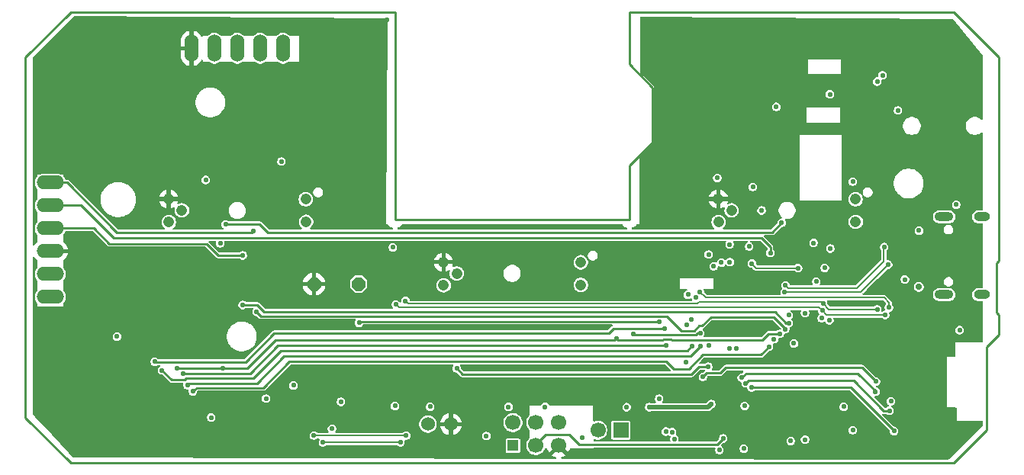
<source format=gbr>
%TF.GenerationSoftware,KiCad,Pcbnew,9.0.7*%
%TF.CreationDate,2026-01-30T16:58:59+00:00*%
%TF.ProjectId,FED3,46454433-2e6b-4696-9361-645f70636258,rev?*%
%TF.SameCoordinates,Original*%
%TF.FileFunction,Copper,L2,Inr*%
%TF.FilePolarity,Positive*%
%FSLAX46Y46*%
G04 Gerber Fmt 4.6, Leading zero omitted, Abs format (unit mm)*
G04 Created by KiCad (PCBNEW 9.0.7) date 2026-01-30 16:58:59*
%MOMM*%
%LPD*%
G01*
G04 APERTURE LIST*
G04 Aperture macros list*
%AMOutline5P*
0 Free polygon, 5 corners , with rotation*
0 The origin of the aperture is its center*
0 number of corners: always 5*
0 $1 to $10 corner X, Y*
0 $11 Rotation angle, in degrees counterclockwise*
0 create outline with 5 corners*
4,1,5,$1,$2,$3,$4,$5,$6,$7,$8,$9,$10,$1,$2,$11*%
%AMOutline6P*
0 Free polygon, 6 corners , with rotation*
0 The origin of the aperture is its center*
0 number of corners: always 6*
0 $1 to $12 corner X, Y*
0 $13 Rotation angle, in degrees counterclockwise*
0 create outline with 6 corners*
4,1,6,$1,$2,$3,$4,$5,$6,$7,$8,$9,$10,$11,$12,$1,$2,$13*%
%AMOutline7P*
0 Free polygon, 7 corners , with rotation*
0 The origin of the aperture is its center*
0 number of corners: always 7*
0 $1 to $14 corner X, Y*
0 $15 Rotation angle, in degrees counterclockwise*
0 create outline with 7 corners*
4,1,7,$1,$2,$3,$4,$5,$6,$7,$8,$9,$10,$11,$12,$13,$14,$1,$2,$15*%
%AMOutline8P*
0 Free polygon, 8 corners , with rotation*
0 The origin of the aperture is its center*
0 number of corners: always 8*
0 $1 to $16 corner X, Y*
0 $17 Rotation angle, in degrees counterclockwise*
0 create outline with 8 corners*
4,1,8,$1,$2,$3,$4,$5,$6,$7,$8,$9,$10,$11,$12,$13,$14,$15,$16,$1,$2,$17*%
G04 Aperture macros list end*
%TA.AperFunction,ComponentPad*%
%ADD10C,1.700000*%
%TD*%
%TA.AperFunction,ComponentPad*%
%ADD11R,1.200000X1.200000*%
%TD*%
%TA.AperFunction,HeatsinkPad*%
%ADD12O,2.100000X1.000000*%
%TD*%
%TA.AperFunction,HeatsinkPad*%
%ADD13O,1.800000X1.000000*%
%TD*%
%TA.AperFunction,ComponentPad*%
%ADD14C,1.208000*%
%TD*%
%TA.AperFunction,HeatsinkPad*%
%ADD15C,0.510000*%
%TD*%
%TA.AperFunction,ComponentPad*%
%ADD16O,3.048000X1.524000*%
%TD*%
%TA.AperFunction,ComponentPad*%
%ADD17C,1.524000*%
%TD*%
%TA.AperFunction,ComponentPad*%
%ADD18Outline8P,-0.762000X0.315631X-0.315631X0.762000X0.315631X0.762000X0.762000X0.315631X0.762000X-0.315631X0.315631X-0.762000X-0.315631X-0.762000X-0.762000X-0.315631X180.000000*%
%TD*%
%TA.AperFunction,ComponentPad*%
%ADD19O,1.524000X3.048000*%
%TD*%
%TA.AperFunction,ComponentPad*%
%ADD20R,1.700000X1.700000*%
%TD*%
%TA.AperFunction,ViaPad*%
%ADD21C,0.550000*%
%TD*%
%TA.AperFunction,ViaPad*%
%ADD22C,0.600000*%
%TD*%
%TA.AperFunction,ViaPad*%
%ADD23C,0.700000*%
%TD*%
%TA.AperFunction,Conductor*%
%ADD24C,0.220000*%
%TD*%
%TA.AperFunction,Conductor*%
%ADD25C,0.210000*%
%TD*%
%TA.AperFunction,Conductor*%
%ADD26C,0.500000*%
%TD*%
%TA.AperFunction,Conductor*%
%ADD27C,0.250000*%
%TD*%
%TA.AperFunction,Profile*%
%ADD28C,0.250000*%
%TD*%
G04 APERTURE END LIST*
D10*
%TO.N,/Controller Stage/~{RESET}*%
%TO.C,J1*%
X153662050Y-125569743D03*
D11*
%TO.N,/Controller Stage/SWCLK*%
X148582050Y-128109743D03*
D10*
%TO.N,+3V3*%
X148582050Y-125569743D03*
%TO.N,GND*%
X153662050Y-128109743D03*
%TO.N,unconnected-(J1-Pin_4-Pad4)*%
X151122050Y-125569743D03*
%TO.N,/Controller Stage/SWDIO*%
X151122050Y-128109743D03*
%TD*%
D12*
%TO.N,Net-(J3-SHIELD)*%
%TO.C,J3*%
X196429200Y-111353600D03*
D13*
X200609200Y-111353600D03*
D12*
X196429200Y-102713600D03*
D13*
X200609200Y-102713600D03*
%TD*%
D14*
%TO.N,+3V3*%
%TO.C,PI1*%
X186601100Y-100763600D03*
%TO.N,Net-(PI1-Pad2)*%
X186621100Y-103273600D03*
%TO.N,+3V3*%
X171401100Y-103303600D03*
%TO.N,D6*%
X172851100Y-102003600D03*
%TO.N,GND*%
X171381100Y-100733600D03*
%TD*%
%TO.N,+3V3*%
%TO.C,PI2*%
X156101100Y-107763600D03*
%TO.N,Net-(PI2-Pad2)*%
X156121100Y-110273600D03*
%TO.N,+3V3*%
X140901100Y-110303600D03*
%TO.N,TX*%
X142351100Y-109003600D03*
%TO.N,GND*%
X140881100Y-107733600D03*
%TD*%
%TO.N,+3V3*%
%TO.C,PI3*%
X125601100Y-100763600D03*
%TO.N,Net-(PI3-Pad2)*%
X125621100Y-103273600D03*
%TO.N,+3V3*%
X110401100Y-103303600D03*
%TO.N,D5*%
X111851100Y-102003600D03*
%TO.N,GND*%
X110381100Y-100733600D03*
%TD*%
D15*
%TO.N,GND*%
%TO.C,U3*%
X169710600Y-126825000D03*
X169710600Y-125900000D03*
X169710600Y-124975000D03*
X168630600Y-126825000D03*
X168630600Y-125900000D03*
X168630600Y-124975000D03*
%TD*%
D16*
%TO.N,/Controller Stage/D10*%
%TO.C,SCREEN0*%
X97251100Y-98903600D03*
%TO.N,/Controller Stage/D11*%
X97251100Y-101443600D03*
%TO.N,/Controller Stage/D12*%
X97251100Y-103983600D03*
%TO.N,GND*%
X97251100Y-106523600D03*
%TO.N,unconnected-(SCREEN0-Pin_5-Pad5)*%
X97251100Y-109063600D03*
%TO.N,+3V3*%
X97251100Y-111603600D03*
%TD*%
D17*
%TO.N,GND*%
%TO.C,X3*%
X141694300Y-125736400D03*
%TO.N,VBat*%
X139154300Y-125736400D03*
%TD*%
D18*
%TO.N,RX*%
%TO.C,BZ1*%
X131459200Y-110180000D03*
%TO.N,GND*%
X126510000Y-110180000D03*
%TD*%
D19*
%TO.N,GND*%
%TO.C,MOTOR0*%
X112921100Y-84003600D03*
%TO.N,/ORANGE*%
X115461100Y-84003600D03*
%TO.N,/YELLOW*%
X118001100Y-84003600D03*
%TO.N,/PINK*%
X120541100Y-84003600D03*
%TO.N,/BLUE*%
X123081100Y-84003600D03*
%TD*%
D20*
%TO.N,Net-(J2-Pin_1)*%
%TO.C,J2*%
X160550000Y-126400000D03*
D10*
%TO.N,VUSB*%
X158010000Y-126400000D03*
%TD*%
D21*
%TO.N,VBat*%
X145625000Y-127050000D03*
X156300000Y-127200000D03*
%TO.N,/EN*%
X198150000Y-115300000D03*
%TO.N,D+*%
X178825000Y-110325000D03*
%TO.N,GND*%
X179600000Y-110000000D03*
X181150000Y-109900000D03*
X161400000Y-120785000D03*
X124050000Y-128050000D03*
X192675000Y-109150000D03*
%TO.N,/EN*%
X192075000Y-109675000D03*
%TO.N,GND*%
X169200000Y-109075000D03*
%TO.N,/Controller Stage/AREF*%
X170300000Y-106900000D03*
%TO.N,A3*%
X165575000Y-116965000D03*
%TO.N,GND*%
X110720000Y-122420000D03*
X197034500Y-90526000D03*
X194560000Y-110390000D03*
X181840000Y-103990000D03*
X184800000Y-118450000D03*
X187050000Y-112350000D03*
X171210000Y-124250000D03*
X163750000Y-86250000D03*
X198130000Y-113700000D03*
X141290000Y-128230000D03*
X138025000Y-111225000D03*
X162800000Y-124941002D03*
X131600000Y-98850000D03*
X117300000Y-86600000D03*
X108825000Y-94375000D03*
X197410000Y-124400000D03*
X181920000Y-104830000D03*
X185700000Y-127350000D03*
X110525000Y-112900000D03*
X109000000Y-108700000D03*
X187300000Y-105940000D03*
X188975000Y-127500000D03*
X199075000Y-126750000D03*
X128800000Y-91450000D03*
X193750000Y-115300000D03*
X192680000Y-104840000D03*
X173350000Y-118700000D03*
X174925000Y-114575000D03*
X147852894Y-103795731D03*
X115680000Y-100530000D03*
D22*
X155050000Y-111000000D03*
D21*
X160700000Y-107000000D03*
X114550000Y-112050000D03*
X170290000Y-122320000D03*
X112075000Y-114975000D03*
X145100000Y-125800000D03*
X173150000Y-114500000D03*
X112225000Y-108875000D03*
X137400000Y-120600000D03*
X187900000Y-89425000D03*
X164500000Y-119500000D03*
D22*
X158260000Y-114970000D03*
D21*
X185250000Y-89350000D03*
X97025000Y-86825000D03*
X193600000Y-128500000D03*
X103725000Y-88225000D03*
X177875000Y-123125000D03*
X179951900Y-91029400D03*
X186000000Y-97800000D03*
X177050000Y-95825000D03*
X190373000Y-107111800D03*
X112675000Y-123250000D03*
X121910000Y-98440000D03*
X160070000Y-108050000D03*
X182275000Y-115400000D03*
X152700000Y-108700000D03*
X133283100Y-86415600D03*
X175735500Y-91029400D03*
X143050000Y-111400000D03*
X158550000Y-111650000D03*
X182300000Y-122900000D03*
X103725000Y-98300000D03*
X166700000Y-103700000D03*
X161125000Y-122900000D03*
X122710000Y-121850000D03*
X98815300Y-96778800D03*
X105475000Y-83975000D03*
X129175000Y-100975000D03*
X174000000Y-96000000D03*
X122225000Y-112425000D03*
X113800000Y-129000000D03*
X196340000Y-120170000D03*
X125041765Y-120429854D03*
X149650000Y-120850000D03*
X194310000Y-103530000D03*
X121210000Y-124490000D03*
X126600000Y-86600000D03*
X126250000Y-80900000D03*
X132500000Y-124650000D03*
X134600000Y-80800000D03*
X108600000Y-120150000D03*
X122840000Y-124380000D03*
X195750000Y-113450000D03*
X134100000Y-101700000D03*
X191058800Y-125222000D03*
X163400000Y-81300000D03*
X173200000Y-110700000D03*
X196750000Y-117700000D03*
X197799100Y-82351600D03*
X185800000Y-104650000D03*
X119740000Y-100590000D03*
X172470000Y-120860000D03*
X100263100Y-81589600D03*
X131025000Y-106900000D03*
X111800000Y-97900000D03*
X113325000Y-80800000D03*
X173220000Y-121710000D03*
X187080000Y-95480000D03*
X111900000Y-126000000D03*
X128320000Y-98370000D03*
X189400000Y-119550000D03*
X152025000Y-119475000D03*
X166300000Y-111650000D03*
X99550000Y-105450000D03*
X124300000Y-86400000D03*
X139250000Y-115000000D03*
X137395300Y-109245800D03*
X95713900Y-117221400D03*
X115200000Y-126350000D03*
X187620000Y-101860000D03*
X132500000Y-119600000D03*
X119300000Y-108060000D03*
X186800000Y-81300000D03*
X171100000Y-102050000D03*
X144700000Y-122250000D03*
X146200000Y-129100000D03*
X165785000Y-106972500D03*
X133050000Y-111550000D03*
X105400000Y-122800000D03*
X141875000Y-122500000D03*
X154925000Y-119475000D03*
X107600000Y-128800000D03*
X193800000Y-121050000D03*
X129400000Y-114700000D03*
X173350000Y-103325000D03*
X176250000Y-129200000D03*
X144761300Y-108509200D03*
X108000000Y-112300000D03*
X104600000Y-118900000D03*
X122100000Y-107900000D03*
X111693100Y-87050600D03*
X184650000Y-124850000D03*
X120592500Y-127682500D03*
X194370000Y-111980000D03*
X192660000Y-117600000D03*
X101725000Y-110225000D03*
X184627690Y-109543265D03*
X114400000Y-115200000D03*
X117900000Y-109900000D03*
X189350000Y-115700000D03*
X157550000Y-121500000D03*
X132570000Y-121990000D03*
X111693100Y-91495600D03*
X184969500Y-93142200D03*
X115050000Y-123100000D03*
X149074710Y-115016462D03*
X135070000Y-126140000D03*
X97977100Y-126547600D03*
X134000000Y-94500000D03*
X117100000Y-114200000D03*
X121300000Y-86600000D03*
X109050000Y-122525000D03*
X157475000Y-103825000D03*
X95691100Y-94289600D03*
X187300000Y-106820000D03*
X163500000Y-96500000D03*
X98253900Y-122047400D03*
X169630000Y-121720000D03*
X175251800Y-111062165D03*
X136850000Y-103800000D03*
X115950000Y-103100000D03*
X130716405Y-125548435D03*
X176903900Y-84171400D03*
X173691900Y-84455400D03*
X116950000Y-117415000D03*
X170240000Y-121120000D03*
X163900000Y-102450000D03*
X101475000Y-92175000D03*
%TO.N,+3V3*%
X174800000Y-106000000D03*
X183184800Y-108381800D03*
X116100000Y-105655000D03*
X177800000Y-90500000D03*
X183700000Y-114200000D03*
X181940000Y-105610000D03*
X104650000Y-116000000D03*
X128500000Y-126250000D03*
X168005000Y-111350000D03*
X182250000Y-109900000D03*
X173400000Y-117299813D03*
X115100000Y-125000000D03*
X182850000Y-113950000D03*
X172625000Y-105775000D03*
X190525400Y-123190000D03*
X135250000Y-106100000D03*
X183800000Y-106230000D03*
%TO.N,/IOs Interface/VCCNEO*%
X152159100Y-123816200D03*
X114500000Y-98620000D03*
X148095100Y-123816200D03*
X135500000Y-123716000D03*
X139400000Y-123800000D03*
X163707689Y-123841600D03*
X121193750Y-122906250D03*
X129500000Y-123250000D03*
X175200000Y-99400000D03*
X161200000Y-123850000D03*
X170600000Y-123500000D03*
X174300000Y-123716000D03*
%TO.N,Net-(LED1-DI)*%
X167775000Y-118850000D03*
%TO.N,Net-(LED8-DO)*%
X122900000Y-96570000D03*
X124228175Y-121428176D03*
%TO.N,Net-(LED10-DI)*%
X116700000Y-103550000D03*
X178400000Y-103378000D03*
%TO.N,/Controller Stage/SCL*%
X136650000Y-112050000D03*
X189000000Y-113000000D03*
X183000000Y-112350000D03*
X126500000Y-127000000D03*
X189000000Y-87700000D03*
X136750000Y-127000000D03*
%TO.N,/Controller Stage/SDA*%
X127500000Y-127750000D03*
X182898234Y-113113248D03*
X136101000Y-127750000D03*
X135600000Y-112450000D03*
X189900000Y-113600000D03*
X189600000Y-87000000D03*
%TO.N,/Controller Stage/AREF*%
X168900000Y-111687500D03*
%TO.N,VUSB*%
X193649600Y-104241600D03*
X174200000Y-128455000D03*
D23*
X193624200Y-110490000D03*
D21*
X197770000Y-101370000D03*
%TO.N,RX*%
X172615854Y-117309459D03*
X164800000Y-114350000D03*
X131505030Y-114475628D03*
%TO.N,A0*%
X191300000Y-90900000D03*
X190300000Y-112800000D03*
X169300000Y-111025000D03*
%TO.N,TX*%
X142350000Y-119550000D03*
X170250000Y-119350000D03*
%TO.N,D6*%
X176172000Y-102003600D03*
X179178408Y-113644953D03*
%TO.N,D5*%
X113075000Y-122100000D03*
X177000000Y-117147512D03*
%TO.N,D13*%
X178205779Y-115700000D03*
X116350000Y-119495000D03*
X111350000Y-119500000D03*
X160060000Y-116200000D03*
%TO.N,/Controller Stage/SWDIO*%
X171915000Y-127320000D03*
X171712500Y-107787500D03*
%TO.N,/Controller Stage/~{RESET}*%
X179750000Y-116775000D03*
X180225000Y-108400000D03*
X179400000Y-127600000D03*
X175100000Y-107900000D03*
%TO.N,D8*%
X169365000Y-115645000D03*
X161977136Y-115748717D03*
%TO.N,/Controller Stage/SWCLK*%
X172650000Y-107750000D03*
X171500000Y-128600000D03*
%TO.N,/Controller Stage/D10*%
X120150000Y-113260000D03*
X178809985Y-115174790D03*
X119750000Y-104300000D03*
%TO.N,/Controller Stage/D11*%
X177550000Y-116300000D03*
X177150000Y-106725000D03*
%TO.N,/Controller Stage/D12*%
X118600000Y-112500000D03*
X179174262Y-114496407D03*
X118600000Y-107000000D03*
%TO.N,/Controller Stage/SD_CS*%
X188865168Y-121000000D03*
X169665300Y-120484700D03*
%TO.N,/Controller Stage/SCK*%
X174400000Y-121200000D03*
X190350000Y-124250000D03*
%TO.N,D+*%
X189779200Y-106070400D03*
%TO.N,D-*%
X190211771Y-108013359D03*
%TO.N,/Controller Stage/D7*%
X181000000Y-113400000D03*
X181000000Y-127450000D03*
%TO.N,/Controller Stage/MISO*%
X175050000Y-121650000D03*
X190875000Y-126500000D03*
%TO.N,A2*%
X168399824Y-114134000D03*
X169356276Y-117097000D03*
X112475000Y-121400000D03*
%TO.N,A5*%
X165405000Y-115143717D03*
X108850000Y-118800000D03*
X170850000Y-108200000D03*
%TO.N,A4*%
X168461636Y-117097000D03*
X109650000Y-119750000D03*
%TO.N,A3*%
X167855300Y-114739000D03*
X111975000Y-120100000D03*
%TO.N,D9*%
X170300000Y-117000000D03*
X166500000Y-127400000D03*
%TO.N,Net-(IC4-VBAT)*%
X183759600Y-89109600D03*
X171259900Y-98406000D03*
%TO.N,VBat*%
X166245879Y-126602052D03*
X164800000Y-122900000D03*
X165552592Y-126559814D03*
X186300000Y-126400000D03*
%TO.N,/Controller Stage/MOSI*%
X188823600Y-122123200D03*
X173972880Y-120559319D03*
%TO.N,Net-(U3-STAT1)*%
X186300000Y-98800000D03*
X185300000Y-123800000D03*
%TO.N,D-*%
X178747825Y-111071022D03*
%TD*%
D24*
%TO.N,/Controller Stage/SWDIO*%
X151122050Y-128002950D02*
X151122050Y-128109743D01*
X152238557Y-126886443D02*
X151122050Y-128002950D01*
X154836443Y-126886443D02*
X152238557Y-126886443D01*
X171235000Y-128000000D02*
X155950000Y-128000000D01*
X171915000Y-127320000D02*
X171235000Y-128000000D01*
X155950000Y-128000000D02*
X154836443Y-126886443D01*
D25*
%TO.N,D+*%
X179125000Y-110625000D02*
X178825000Y-110325000D01*
X189738000Y-107645200D02*
X186758200Y-110625000D01*
X189738000Y-106111600D02*
X189738000Y-107645200D01*
X186758200Y-110625000D02*
X179125000Y-110625000D01*
X189779200Y-106070400D02*
X189738000Y-106111600D01*
%TO.N,D-*%
X190179793Y-108013359D02*
X190211771Y-108013359D01*
X179642781Y-111057219D02*
X179645000Y-111055000D01*
X178828981Y-111071022D02*
X178842784Y-111057219D01*
X178842784Y-111057219D02*
X179642781Y-111057219D01*
X178747825Y-111071022D02*
X178828981Y-111071022D01*
X179645000Y-111055000D02*
X187138152Y-111055000D01*
X187138152Y-111055000D02*
X190179793Y-108013359D01*
D24*
%TO.N,/Controller Stage/D11*%
X100643600Y-101443600D02*
X97251100Y-101443600D01*
X176150000Y-105050000D02*
X104250000Y-105050000D01*
X104250000Y-105050000D02*
X100643600Y-101443600D01*
X177150000Y-106050000D02*
X176150000Y-105050000D01*
X177150000Y-106725000D02*
X177150000Y-106050000D01*
D26*
%TO.N,/IOs Interface/VCCNEO*%
X163707689Y-123841600D02*
X170258400Y-123841600D01*
X170258400Y-123841600D02*
X170600000Y-123500000D01*
D27*
%TO.N,Net-(LED10-DI)*%
X116750000Y-103500000D02*
X116700000Y-103550000D01*
X178400000Y-103378000D02*
X177353000Y-104425000D01*
X177353000Y-104425000D02*
X121375000Y-104425000D01*
X120450000Y-103500000D02*
X116750000Y-103500000D01*
X121375000Y-104425000D02*
X120450000Y-103500000D01*
D25*
%TO.N,/Controller Stage/SCL*%
X182850000Y-112200000D02*
X169237443Y-112200000D01*
X169068443Y-112369000D02*
X136969000Y-112369000D01*
X189000000Y-113000000D02*
X183650000Y-113000000D01*
X169237443Y-112200000D02*
X169068443Y-112369000D01*
X183000000Y-112350000D02*
X182850000Y-112200000D01*
X183650000Y-113000000D02*
X183000000Y-112350000D01*
X136969000Y-112369000D02*
X136650000Y-112050000D01*
X126500000Y-127000000D02*
X136750000Y-127000000D01*
%TO.N,/Controller Stage/SDA*%
X183384986Y-113600000D02*
X189900000Y-113600000D01*
X127500000Y-127750000D02*
X136101000Y-127750000D01*
X169296969Y-112750000D02*
X169246969Y-112800000D01*
X135950000Y-112800000D02*
X135600000Y-112450000D01*
X182534986Y-112750000D02*
X169296969Y-112750000D01*
X182898234Y-113113248D02*
X182534986Y-112750000D01*
X169246969Y-112800000D02*
X135950000Y-112800000D01*
X182898234Y-113113248D02*
X183384986Y-113600000D01*
D24*
%TO.N,RX*%
X131630658Y-114350000D02*
X131505030Y-114475628D01*
X164800000Y-114350000D02*
X131630658Y-114350000D01*
D25*
%TO.N,A0*%
X189770060Y-111700000D02*
X169975000Y-111700000D01*
X190300000Y-112800000D02*
X190300000Y-112229940D01*
X190300000Y-112229940D02*
X189770060Y-111700000D01*
X169975000Y-111700000D02*
X169300000Y-111025000D01*
D24*
%TO.N,TX*%
X168350000Y-120200000D02*
X143000000Y-120200000D01*
X169200000Y-119350000D02*
X168350000Y-120200000D01*
X170250000Y-119350000D02*
X169200000Y-119350000D01*
X143000000Y-120200000D02*
X142350000Y-119550000D01*
%TO.N,D5*%
X165600000Y-118800000D02*
X123800000Y-118800000D01*
X169675000Y-118025000D02*
X168100000Y-119600000D01*
X113480000Y-121695000D02*
X113075000Y-122100000D01*
X166400000Y-119600000D02*
X165600000Y-118800000D01*
X177000000Y-117147512D02*
X176122512Y-118025000D01*
X176122512Y-118025000D02*
X169675000Y-118025000D01*
X168100000Y-119600000D02*
X166400000Y-119600000D01*
X120905000Y-121695000D02*
X113480000Y-121695000D01*
X123800000Y-118800000D02*
X120905000Y-121695000D01*
%TO.N,D13*%
X119105000Y-119495000D02*
X122200000Y-116400000D01*
X159860000Y-116400000D02*
X160060000Y-116200000D01*
X111350000Y-119500000D02*
X112220000Y-119495000D01*
X112220000Y-119495000D02*
X119105000Y-119495000D01*
X122200000Y-116400000D02*
X159860000Y-116400000D01*
D25*
%TO.N,/Controller Stage/~{RESET}*%
X180225000Y-108400000D02*
X175600000Y-108400000D01*
X175600000Y-108400000D02*
X175100000Y-107900000D01*
D24*
%TO.N,D8*%
X162013419Y-115785000D02*
X161977136Y-115748717D01*
X168910000Y-115785000D02*
X162013419Y-115785000D01*
X169050000Y-115645000D02*
X168910000Y-115785000D01*
X169365000Y-115645000D02*
X169050000Y-115645000D01*
%TO.N,/Controller Stage/D10*%
X169581000Y-114819000D02*
X170550000Y-113850000D01*
X119750000Y-104300000D02*
X119600000Y-104450000D01*
X165691000Y-113741000D02*
X120631000Y-113741000D01*
X165691000Y-113741000D02*
X167294000Y-115344000D01*
X120631000Y-113741000D02*
X120150000Y-113260000D01*
X119600000Y-104450000D02*
X104650000Y-104450000D01*
X167294000Y-115344000D02*
X168706000Y-115344000D01*
X178809985Y-115109985D02*
X178809985Y-115174790D01*
X177550000Y-113850000D02*
X178809985Y-115109985D01*
X168706000Y-115344000D02*
X169231000Y-114819000D01*
X99103600Y-98903600D02*
X97251100Y-98903600D01*
X169231000Y-114819000D02*
X169581000Y-114819000D01*
X104650000Y-104450000D02*
X99103600Y-98903600D01*
X170550000Y-113850000D02*
X177550000Y-113850000D01*
%TO.N,/Controller Stage/D12*%
X179174262Y-114496407D02*
X178896407Y-114496407D01*
X114579756Y-105700000D02*
X103800000Y-105700000D01*
X178896407Y-114496407D02*
X177650000Y-113250000D01*
X120980000Y-113250000D02*
X120230000Y-112500000D01*
X120230000Y-112500000D02*
X118600000Y-112500000D01*
X115879756Y-107000000D02*
X114579756Y-105700000D01*
X102083600Y-103983600D02*
X97251100Y-103983600D01*
X103800000Y-105700000D02*
X102083600Y-103983600D01*
X177650000Y-113250000D02*
X120980000Y-113250000D01*
X118600000Y-107000000D02*
X115879756Y-107000000D01*
%TO.N,/Controller Stage/SD_CS*%
X187315168Y-119450000D02*
X188865168Y-121000000D01*
X172200000Y-119450000D02*
X187315168Y-119450000D01*
X169665300Y-120484700D02*
X170089001Y-120060999D01*
X171589001Y-120060999D02*
X172200000Y-119450000D01*
X170089001Y-120060999D02*
X171589001Y-120060999D01*
D27*
%TO.N,/Controller Stage/SCK*%
X189750000Y-124250000D02*
X190350000Y-124250000D01*
X174700000Y-120900000D02*
X186400000Y-120900000D01*
X174400000Y-121200000D02*
X174700000Y-120900000D01*
X186400000Y-120900000D02*
X189750000Y-124250000D01*
%TO.N,/Controller Stage/MISO*%
X190875000Y-126500000D02*
X190875000Y-126475000D01*
X190875000Y-126475000D02*
X186050000Y-121650000D01*
X186050000Y-121650000D02*
X175050000Y-121650000D01*
D24*
%TO.N,A2*%
X120200000Y-121200000D02*
X112675000Y-121200000D01*
X123200000Y-118200000D02*
X120200000Y-121200000D01*
X169356276Y-117097000D02*
X168253276Y-118200000D01*
X112675000Y-121200000D02*
X112475000Y-121400000D01*
X168253276Y-118200000D02*
X123200000Y-118200000D01*
%TO.N,A5*%
X159706283Y-115143717D02*
X159200000Y-115650000D01*
X118900000Y-118850000D02*
X108900000Y-118850000D01*
X159200000Y-115650000D02*
X122100000Y-115650000D01*
X165405000Y-115143717D02*
X159706283Y-115143717D01*
X122100000Y-115650000D02*
X118900000Y-118850000D01*
X108900000Y-118850000D02*
X108850000Y-118800000D01*
%TO.N,A4*%
X109650000Y-119750000D02*
X110700000Y-120800000D01*
X122850000Y-117550000D02*
X167930600Y-117550000D01*
X112150000Y-120800000D02*
X112350000Y-120600000D01*
X112350000Y-120600000D02*
X119800000Y-120600000D01*
X168383600Y-117097000D02*
X168461636Y-117097000D01*
X119800000Y-120600000D02*
X122850000Y-117550000D01*
X167930600Y-117550000D02*
X168383600Y-117097000D01*
X110700000Y-120800000D02*
X112150000Y-120800000D01*
D27*
%TO.N,/Controller Stage/MOSI*%
X174432199Y-120100000D02*
X186875000Y-120100000D01*
X173972880Y-120559319D02*
X174432199Y-120100000D01*
X186875000Y-120100000D02*
X188875000Y-122100000D01*
D24*
%TO.N,A3*%
X122500000Y-117000000D02*
X119400000Y-120100000D01*
X119400000Y-120100000D02*
X111975000Y-120100000D01*
X165575000Y-116965000D02*
X165540000Y-117000000D01*
X165540000Y-117000000D02*
X122500000Y-117000000D01*
%TO.N,D13*%
X160260000Y-116400000D02*
X160060000Y-116200000D01*
X178205779Y-115700000D02*
X177805600Y-115700000D01*
X177805600Y-115700000D02*
X177800600Y-115695000D01*
X177800600Y-115695000D02*
X176930000Y-115695000D01*
X170048986Y-116394000D02*
X170042986Y-116400000D01*
X176225000Y-116400000D02*
X170557014Y-116400000D01*
X176930000Y-115695000D02*
X176225000Y-116400000D01*
X170557014Y-116400000D02*
X170551014Y-116394000D01*
X170551014Y-116394000D02*
X170048986Y-116394000D01*
X170042986Y-116400000D02*
X166250000Y-116400000D01*
X166250000Y-116400000D02*
X166125000Y-116275000D01*
X166125000Y-116275000D02*
X165325000Y-116275000D01*
X165325000Y-116275000D02*
X165200000Y-116400000D01*
X165200000Y-116400000D02*
X160260000Y-116400000D01*
%TD*%
%TA.AperFunction,Conductor*%
%TO.N,GND*%
G36*
X165488847Y-119129713D02*
G01*
X165500851Y-119139965D01*
X165818924Y-119458038D01*
X166078652Y-119717765D01*
X166106878Y-119773163D01*
X166097152Y-119834571D01*
X166053189Y-119878535D01*
X166007517Y-119889500D01*
X143170283Y-119889500D01*
X143111152Y-119870287D01*
X143099148Y-119860035D01*
X142854965Y-119615851D01*
X142826739Y-119560453D01*
X142825500Y-119544716D01*
X142825500Y-119487399D01*
X142825499Y-119487396D01*
X142793095Y-119366464D01*
X142750212Y-119292187D01*
X142732437Y-119261399D01*
X142719511Y-119200583D01*
X142744801Y-119143784D01*
X142798645Y-119112698D01*
X142819560Y-119110500D01*
X165429716Y-119110500D01*
X165488847Y-119129713D01*
G37*
%TD.AperFunction*%
%TA.AperFunction,Conductor*%
G36*
X177438847Y-114179713D02*
G01*
X177450851Y-114189965D01*
X178305020Y-115044133D01*
X178308705Y-115051366D01*
X178315272Y-115056137D01*
X178322551Y-115078542D01*
X178333246Y-115099531D01*
X178334485Y-115115268D01*
X178334485Y-115123900D01*
X178315272Y-115183031D01*
X178264972Y-115219576D01*
X178233885Y-115224500D01*
X178143175Y-115224500D01*
X178022242Y-115256905D01*
X177913815Y-115319504D01*
X177895059Y-115338261D01*
X177878283Y-115355035D01*
X177822887Y-115383261D01*
X177807150Y-115384500D01*
X176889116Y-115384500D01*
X176810154Y-115405658D01*
X176810149Y-115405660D01*
X176739350Y-115446536D01*
X176125851Y-116060035D01*
X176070453Y-116088261D01*
X176054716Y-116089500D01*
X170627530Y-116089500D01*
X170601492Y-116086072D01*
X170591895Y-116083500D01*
X170591893Y-116083500D01*
X170591892Y-116083500D01*
X170089864Y-116083500D01*
X170008107Y-116083500D01*
X170008105Y-116083500D01*
X170004939Y-116084349D01*
X169998509Y-116086072D01*
X169972471Y-116089500D01*
X169831673Y-116089500D01*
X169772542Y-116070287D01*
X169735997Y-116019987D01*
X169735997Y-115957813D01*
X169744550Y-115938601D01*
X169769267Y-115895789D01*
X169808095Y-115828536D01*
X169840500Y-115707601D01*
X169840500Y-115582399D01*
X169808095Y-115461464D01*
X169745495Y-115353036D01*
X169665850Y-115273391D01*
X169637626Y-115217996D01*
X169647352Y-115156588D01*
X169691316Y-115112624D01*
X169698498Y-115109313D01*
X169700842Y-115108341D01*
X169700849Y-115108340D01*
X169771652Y-115067462D01*
X170649149Y-114189965D01*
X170704547Y-114161739D01*
X170720284Y-114160500D01*
X177379716Y-114160500D01*
X177438847Y-114179713D01*
G37*
%TD.AperFunction*%
%TA.AperFunction,Conductor*%
G36*
X189660979Y-112024713D02*
G01*
X189672983Y-112034965D01*
X189961644Y-112323626D01*
X189989870Y-112379024D01*
X189980144Y-112440432D01*
X189961645Y-112465894D01*
X189919506Y-112508034D01*
X189919504Y-112508037D01*
X189856905Y-112616463D01*
X189824500Y-112737396D01*
X189824500Y-112862603D01*
X189829295Y-112880496D01*
X189856905Y-112983536D01*
X189856906Y-112983537D01*
X189856907Y-112983540D01*
X189859223Y-112987552D01*
X189872147Y-113048368D01*
X189846856Y-113105166D01*
X189798138Y-113135020D01*
X189779577Y-113139993D01*
X189716464Y-113156905D01*
X189716462Y-113156905D01*
X189716462Y-113156906D01*
X189611838Y-113217309D01*
X189551022Y-113230235D01*
X189494223Y-113204945D01*
X189463137Y-113151100D01*
X189464366Y-113104149D01*
X189475500Y-113062601D01*
X189475500Y-112937399D01*
X189443095Y-112816464D01*
X189380495Y-112708036D01*
X189291964Y-112619505D01*
X189183536Y-112556905D01*
X189062603Y-112524500D01*
X189062601Y-112524500D01*
X188937399Y-112524500D01*
X188937396Y-112524500D01*
X188816463Y-112556905D01*
X188708038Y-112619503D01*
X188662505Y-112665036D01*
X188607107Y-112693262D01*
X188591371Y-112694500D01*
X183818212Y-112694500D01*
X183759081Y-112675287D01*
X183747077Y-112665035D01*
X183504965Y-112422923D01*
X183476739Y-112367525D01*
X183475500Y-112351788D01*
X183475500Y-112287399D01*
X183475499Y-112287396D01*
X183469890Y-112266463D01*
X183443095Y-112166464D01*
X183437283Y-112156397D01*
X183424358Y-112095581D01*
X183449649Y-112038783D01*
X183503494Y-112007698D01*
X183524407Y-112005500D01*
X189601848Y-112005500D01*
X189660979Y-112024713D01*
G37*
%TD.AperFunction*%
%TA.AperFunction,Conductor*%
G36*
X197313174Y-80743260D02*
G01*
X197372164Y-80762898D01*
X197390169Y-80779984D01*
X200681460Y-84784841D01*
X200704160Y-84842723D01*
X200704339Y-84848602D01*
X200712094Y-91824691D01*
X200692947Y-91883844D01*
X200642687Y-91920445D01*
X200580513Y-91920514D01*
X200540359Y-91895938D01*
X200482080Y-91837659D01*
X200318218Y-91728170D01*
X200318210Y-91728166D01*
X200136137Y-91652749D01*
X200007272Y-91627116D01*
X199942841Y-91614300D01*
X199745759Y-91614300D01*
X199697435Y-91623912D01*
X199552462Y-91652749D01*
X199370389Y-91728166D01*
X199370381Y-91728170D01*
X199206519Y-91837659D01*
X199206518Y-91837661D01*
X199067161Y-91977018D01*
X199067159Y-91977019D01*
X198957670Y-92140881D01*
X198957666Y-92140889D01*
X198882249Y-92322962D01*
X198843800Y-92516259D01*
X198843800Y-92713340D01*
X198882249Y-92906637D01*
X198957666Y-93088710D01*
X198957670Y-93088718D01*
X199067159Y-93252580D01*
X199206519Y-93391940D01*
X199370381Y-93501429D01*
X199370383Y-93501430D01*
X199370386Y-93501432D01*
X199461425Y-93539141D01*
X199552462Y-93576850D01*
X199552463Y-93576850D01*
X199552465Y-93576851D01*
X199745759Y-93615300D01*
X199745760Y-93615300D01*
X199942840Y-93615300D01*
X199942841Y-93615300D01*
X200136135Y-93576851D01*
X200318214Y-93501432D01*
X200482082Y-93391939D01*
X200542114Y-93331906D01*
X200597510Y-93303681D01*
X200658919Y-93313406D01*
X200702883Y-93357370D01*
X200713848Y-93402930D01*
X200721798Y-100554099D01*
X200723271Y-101879566D01*
X200723308Y-101912388D01*
X200704161Y-101971541D01*
X200653901Y-102008142D01*
X200622708Y-102013100D01*
X200140207Y-102013100D01*
X200106373Y-102019830D01*
X200004869Y-102040020D01*
X199877392Y-102092823D01*
X199877389Y-102092824D01*
X199762656Y-102169487D01*
X199665087Y-102267056D01*
X199588424Y-102381789D01*
X199588423Y-102381792D01*
X199535620Y-102509269D01*
X199508700Y-102644607D01*
X199508700Y-102782592D01*
X199535620Y-102917930D01*
X199588423Y-103045407D01*
X199588424Y-103045410D01*
X199588425Y-103045411D01*
X199665086Y-103160142D01*
X199762658Y-103257714D01*
X199877389Y-103334375D01*
X199888036Y-103338785D01*
X200004869Y-103387179D01*
X200004870Y-103387179D01*
X200004872Y-103387180D01*
X200140207Y-103414100D01*
X200140208Y-103414100D01*
X200624489Y-103414100D01*
X200683620Y-103433313D01*
X200720165Y-103483613D01*
X200725088Y-103514587D01*
X200730331Y-108230594D01*
X200732912Y-110552388D01*
X200713765Y-110611541D01*
X200663505Y-110648142D01*
X200632312Y-110653100D01*
X200140207Y-110653100D01*
X200106373Y-110659830D01*
X200004869Y-110680020D01*
X199877392Y-110732823D01*
X199877389Y-110732824D01*
X199762656Y-110809487D01*
X199665087Y-110907056D01*
X199588424Y-111021789D01*
X199588423Y-111021792D01*
X199535620Y-111149269D01*
X199508700Y-111284607D01*
X199508700Y-111422592D01*
X199535620Y-111557930D01*
X199588423Y-111685407D01*
X199588424Y-111685410D01*
X199612859Y-111721979D01*
X199665086Y-111800142D01*
X199762658Y-111897714D01*
X199877389Y-111974375D01*
X199877691Y-111974500D01*
X200004869Y-112027179D01*
X200004870Y-112027179D01*
X200004872Y-112027180D01*
X200140207Y-112054100D01*
X200140208Y-112054100D01*
X200634093Y-112054100D01*
X200693224Y-112073313D01*
X200729769Y-112123613D01*
X200734692Y-112154587D01*
X200739614Y-116581929D01*
X200739628Y-116594062D01*
X200720481Y-116653215D01*
X200670221Y-116689816D01*
X200639028Y-116694774D01*
X197672463Y-116694774D01*
X197672463Y-118142579D01*
X197653250Y-118201710D01*
X197602950Y-118238255D01*
X197571643Y-118243179D01*
X196750000Y-118241385D01*
X196750000Y-123878177D01*
X197710217Y-123878177D01*
X197769348Y-123897390D01*
X197805893Y-123947690D01*
X197810817Y-123978777D01*
X197810817Y-125394423D01*
X200648922Y-125394423D01*
X200708053Y-125413636D01*
X200744598Y-125463936D01*
X200749521Y-125494910D01*
X200749621Y-125583718D01*
X200749953Y-125882870D01*
X200730806Y-125942023D01*
X200720012Y-125954590D01*
X197004456Y-129620933D01*
X196948872Y-129648789D01*
X196933616Y-129649925D01*
X154022194Y-129572673D01*
X153963097Y-129553354D01*
X153926643Y-129502988D01*
X153926755Y-129440814D01*
X153963390Y-129390580D01*
X153991289Y-129376396D01*
X154163538Y-129320430D01*
X154346750Y-129227078D01*
X154410409Y-129180827D01*
X153801318Y-128571735D01*
X153773092Y-128516337D01*
X153782818Y-128454928D01*
X153826782Y-128410965D01*
X153872453Y-128400000D01*
X154233361Y-128400000D01*
X154292492Y-128419213D01*
X154304496Y-128429465D01*
X154733134Y-128858102D01*
X154779385Y-128794443D01*
X154872740Y-128611225D01*
X154918784Y-128469514D01*
X154955328Y-128419213D01*
X155014459Y-128400000D01*
X157517501Y-128400000D01*
X157523241Y-128394201D01*
X157536241Y-128352787D01*
X157586172Y-128315740D01*
X157618216Y-128310500D01*
X170954193Y-128310500D01*
X171013324Y-128329713D01*
X171049869Y-128380013D01*
X171051365Y-128437138D01*
X171024500Y-128537395D01*
X171024500Y-128662603D01*
X171056905Y-128783536D01*
X171097756Y-128854294D01*
X171119505Y-128891964D01*
X171208036Y-128980495D01*
X171316464Y-129043095D01*
X171437399Y-129075500D01*
X171562601Y-129075500D01*
X171683536Y-129043095D01*
X171791964Y-128980495D01*
X171880495Y-128891964D01*
X171943095Y-128783536D01*
X171975500Y-128662601D01*
X171975500Y-128537399D01*
X171943095Y-128416464D01*
X171929200Y-128392396D01*
X173724500Y-128392396D01*
X173724500Y-128517603D01*
X173756905Y-128638536D01*
X173809416Y-128729490D01*
X173819505Y-128746964D01*
X173908036Y-128835495D01*
X174016464Y-128898095D01*
X174137399Y-128930500D01*
X174262601Y-128930500D01*
X174383536Y-128898095D01*
X174491964Y-128835495D01*
X174580495Y-128746964D01*
X174643095Y-128638536D01*
X174675500Y-128517601D01*
X174675500Y-128392399D01*
X174643095Y-128271464D01*
X174580495Y-128163036D01*
X174491964Y-128074505D01*
X174466866Y-128060015D01*
X174383536Y-128011905D01*
X174262603Y-127979500D01*
X174262601Y-127979500D01*
X174137399Y-127979500D01*
X174137396Y-127979500D01*
X174016463Y-128011905D01*
X173908038Y-128074503D01*
X173819503Y-128163038D01*
X173756905Y-128271463D01*
X173724500Y-128392396D01*
X171929200Y-128392396D01*
X171880495Y-128308036D01*
X171791964Y-128219505D01*
X171781055Y-128213207D01*
X171746218Y-128193094D01*
X171691627Y-128161576D01*
X171650026Y-128115374D01*
X171643526Y-128053540D01*
X171670791Y-128003322D01*
X171849149Y-127824965D01*
X171904547Y-127796739D01*
X171920284Y-127795500D01*
X171977601Y-127795500D01*
X172098536Y-127763095D01*
X172206964Y-127700495D01*
X172295495Y-127611964D01*
X172338546Y-127537396D01*
X178924500Y-127537396D01*
X178924500Y-127662603D01*
X178951427Y-127763094D01*
X178956905Y-127783536D01*
X179019505Y-127891964D01*
X179108036Y-127980495D01*
X179216464Y-128043095D01*
X179337399Y-128075500D01*
X179462601Y-128075500D01*
X179583536Y-128043095D01*
X179691964Y-127980495D01*
X179780495Y-127891964D01*
X179843095Y-127783536D01*
X179875500Y-127662601D01*
X179875500Y-127537399D01*
X179843095Y-127416464D01*
X179826313Y-127387396D01*
X180524500Y-127387396D01*
X180524500Y-127512603D01*
X180556905Y-127633536D01*
X180588000Y-127687396D01*
X180619505Y-127741964D01*
X180708036Y-127830495D01*
X180816464Y-127893095D01*
X180937399Y-127925500D01*
X181062601Y-127925500D01*
X181183536Y-127893095D01*
X181291964Y-127830495D01*
X181380495Y-127741964D01*
X181443095Y-127633536D01*
X181475500Y-127512601D01*
X181475500Y-127387399D01*
X181443095Y-127266464D01*
X181380495Y-127158036D01*
X181291964Y-127069505D01*
X181280009Y-127062603D01*
X181183536Y-127006905D01*
X181062603Y-126974500D01*
X181062601Y-126974500D01*
X180937399Y-126974500D01*
X180937396Y-126974500D01*
X180816463Y-127006905D01*
X180708038Y-127069503D01*
X180619503Y-127158038D01*
X180556905Y-127266463D01*
X180524500Y-127387396D01*
X179826313Y-127387396D01*
X179780495Y-127308036D01*
X179691964Y-127219505D01*
X179686693Y-127216462D01*
X179583536Y-127156905D01*
X179462603Y-127124500D01*
X179462601Y-127124500D01*
X179337399Y-127124500D01*
X179337396Y-127124500D01*
X179216463Y-127156905D01*
X179108038Y-127219503D01*
X179019503Y-127308038D01*
X178956905Y-127416463D01*
X178924500Y-127537396D01*
X172338546Y-127537396D01*
X172358095Y-127503536D01*
X172390500Y-127382601D01*
X172390500Y-127257399D01*
X172358095Y-127136464D01*
X172295495Y-127028036D01*
X172206964Y-126939505D01*
X172203316Y-126937399D01*
X172098536Y-126876905D01*
X171977603Y-126844500D01*
X171977601Y-126844500D01*
X171852399Y-126844500D01*
X171852396Y-126844500D01*
X171731463Y-126876905D01*
X171623038Y-126939503D01*
X171534503Y-127028038D01*
X171471905Y-127136463D01*
X171439500Y-127257396D01*
X171439500Y-127314716D01*
X171420287Y-127373847D01*
X171410035Y-127385851D01*
X171135851Y-127660035D01*
X171080453Y-127688261D01*
X171064716Y-127689500D01*
X170500000Y-127689500D01*
X170500000Y-126337396D01*
X185824500Y-126337396D01*
X185824500Y-126462603D01*
X185856905Y-126583536D01*
X185909876Y-126675287D01*
X185919505Y-126691964D01*
X186008036Y-126780495D01*
X186116464Y-126843095D01*
X186237399Y-126875500D01*
X186362601Y-126875500D01*
X186483536Y-126843095D01*
X186591964Y-126780495D01*
X186680495Y-126691964D01*
X186743095Y-126583536D01*
X186775500Y-126462601D01*
X186775500Y-126337399D01*
X186743095Y-126216464D01*
X186680495Y-126108036D01*
X186591964Y-126019505D01*
X186587883Y-126017149D01*
X186483536Y-125956905D01*
X186362603Y-125924500D01*
X186362601Y-125924500D01*
X186237399Y-125924500D01*
X186237396Y-125924500D01*
X186116463Y-125956905D01*
X186008038Y-126019503D01*
X185919503Y-126108038D01*
X185856905Y-126216463D01*
X185824500Y-126337396D01*
X170500000Y-126337396D01*
X170500000Y-124300000D01*
X170083633Y-124300000D01*
X170096706Y-124293339D01*
X170112444Y-124292100D01*
X170317709Y-124292100D01*
X170408073Y-124267886D01*
X170432287Y-124261399D01*
X170535014Y-124202089D01*
X170798950Y-123938151D01*
X170819780Y-123922168D01*
X170891964Y-123880495D01*
X170980495Y-123791964D01*
X171043095Y-123683536D01*
X171051171Y-123653396D01*
X173824500Y-123653396D01*
X173824500Y-123778603D01*
X173856905Y-123899536D01*
X173914754Y-123999736D01*
X173919505Y-124007964D01*
X174008036Y-124096495D01*
X174116464Y-124159095D01*
X174237399Y-124191500D01*
X174362601Y-124191500D01*
X174483536Y-124159095D01*
X174591964Y-124096495D01*
X174680495Y-124007964D01*
X174743095Y-123899536D01*
X174775500Y-123778601D01*
X174775500Y-123737396D01*
X184824500Y-123737396D01*
X184824500Y-123862603D01*
X184844745Y-123938155D01*
X184856905Y-123983536D01*
X184919505Y-124091964D01*
X185008036Y-124180495D01*
X185116464Y-124243095D01*
X185237399Y-124275500D01*
X185362601Y-124275500D01*
X185483536Y-124243095D01*
X185591964Y-124180495D01*
X185680495Y-124091964D01*
X185743095Y-123983536D01*
X185775500Y-123862601D01*
X185775500Y-123737399D01*
X185743095Y-123616464D01*
X185680495Y-123508036D01*
X185591964Y-123419505D01*
X185555590Y-123398505D01*
X185483536Y-123356905D01*
X185362603Y-123324500D01*
X185362601Y-123324500D01*
X185237399Y-123324500D01*
X185237396Y-123324500D01*
X185116463Y-123356905D01*
X185008038Y-123419503D01*
X184919503Y-123508038D01*
X184856905Y-123616463D01*
X184824500Y-123737396D01*
X174775500Y-123737396D01*
X174775500Y-123653399D01*
X174743095Y-123532464D01*
X174680495Y-123424036D01*
X174591964Y-123335505D01*
X174572902Y-123324500D01*
X174483536Y-123272905D01*
X174362603Y-123240500D01*
X174362601Y-123240500D01*
X174237399Y-123240500D01*
X174237396Y-123240500D01*
X174116463Y-123272905D01*
X174008038Y-123335503D01*
X173919503Y-123424038D01*
X173856905Y-123532463D01*
X173824500Y-123653396D01*
X171051171Y-123653396D01*
X171075500Y-123562601D01*
X171075500Y-123437399D01*
X171043095Y-123316464D01*
X170980495Y-123208036D01*
X170891964Y-123119505D01*
X170840495Y-123089790D01*
X170783536Y-123056905D01*
X170662603Y-123024500D01*
X170662601Y-123024500D01*
X170537399Y-123024500D01*
X170537396Y-123024500D01*
X170416463Y-123056905D01*
X170308038Y-123119503D01*
X170219506Y-123208034D01*
X170177831Y-123280217D01*
X170161845Y-123301050D01*
X170101263Y-123361634D01*
X170045866Y-123389861D01*
X170030127Y-123391100D01*
X165224228Y-123391100D01*
X165165097Y-123371887D01*
X165128552Y-123321587D01*
X165128552Y-123259413D01*
X165153091Y-123219367D01*
X165180495Y-123191964D01*
X165243095Y-123083536D01*
X165275500Y-122962601D01*
X165275500Y-122837399D01*
X165243095Y-122716464D01*
X165180495Y-122608036D01*
X165091964Y-122519505D01*
X165024397Y-122480496D01*
X164983536Y-122456905D01*
X164862603Y-122424500D01*
X164862601Y-122424500D01*
X164737399Y-122424500D01*
X164737396Y-122424500D01*
X164616463Y-122456905D01*
X164508038Y-122519503D01*
X164419503Y-122608038D01*
X164356905Y-122716463D01*
X164324500Y-122837396D01*
X164324500Y-122962603D01*
X164356905Y-123083536D01*
X164416867Y-123187396D01*
X164419505Y-123191964D01*
X164446908Y-123219367D01*
X164475133Y-123274763D01*
X164465407Y-123336171D01*
X164421443Y-123380135D01*
X164375772Y-123391100D01*
X163876835Y-123391100D01*
X163850797Y-123387672D01*
X163770292Y-123366100D01*
X163770290Y-123366100D01*
X163645088Y-123366100D01*
X163645085Y-123366100D01*
X163524152Y-123398505D01*
X163415727Y-123461103D01*
X163327192Y-123549638D01*
X163264594Y-123658063D01*
X163232189Y-123778996D01*
X163232189Y-123904203D01*
X163264594Y-124025136D01*
X163312529Y-124108164D01*
X163327194Y-124133564D01*
X163415725Y-124222095D01*
X163524153Y-124284695D01*
X163645088Y-124317100D01*
X163770288Y-124317100D01*
X163770290Y-124317100D01*
X163850797Y-124295528D01*
X163876835Y-124292100D01*
X168228755Y-124292100D01*
X168253068Y-124300000D01*
X167794235Y-124300000D01*
X167794235Y-127689500D01*
X167045807Y-127689500D01*
X166986676Y-127670287D01*
X166950131Y-127619987D01*
X166948635Y-127562862D01*
X166972044Y-127475499D01*
X166975500Y-127462601D01*
X166975500Y-127337399D01*
X166943095Y-127216464D01*
X166880495Y-127108036D01*
X166791964Y-127019505D01*
X166791961Y-127019503D01*
X166791960Y-127019502D01*
X166700554Y-126966729D01*
X166658951Y-126920525D01*
X166652452Y-126858691D01*
X166657439Y-126842270D01*
X166660116Y-126835572D01*
X166688974Y-126785588D01*
X166721379Y-126664653D01*
X166721379Y-126539451D01*
X166688974Y-126418516D01*
X166626374Y-126310088D01*
X166537843Y-126221557D01*
X166535934Y-126220455D01*
X166429415Y-126158957D01*
X166308482Y-126126552D01*
X166308480Y-126126552D01*
X166183278Y-126126552D01*
X166183275Y-126126552D01*
X166106604Y-126147096D01*
X166062343Y-126158957D01*
X166062341Y-126158958D01*
X166062340Y-126158958D01*
X165978210Y-126207529D01*
X165917395Y-126220455D01*
X165860596Y-126195165D01*
X165856796Y-126191559D01*
X165844556Y-126179319D01*
X165809287Y-126158957D01*
X165736128Y-126116719D01*
X165615195Y-126084314D01*
X165615193Y-126084314D01*
X165489991Y-126084314D01*
X165489988Y-126084314D01*
X165369055Y-126116719D01*
X165260630Y-126179317D01*
X165172095Y-126267852D01*
X165109497Y-126376277D01*
X165077092Y-126497210D01*
X165077092Y-126622417D01*
X165109497Y-126743350D01*
X165166607Y-126842270D01*
X165172097Y-126851778D01*
X165260628Y-126940309D01*
X165369056Y-127002909D01*
X165489991Y-127035314D01*
X165615193Y-127035314D01*
X165736128Y-127002909D01*
X165820259Y-126954336D01*
X165881073Y-126941410D01*
X165925421Y-126957136D01*
X165934245Y-126962877D01*
X165953915Y-126982547D01*
X166047653Y-127036666D01*
X166049888Y-127038120D01*
X166067831Y-127060317D01*
X166086926Y-127081524D01*
X166087217Y-127084300D01*
X166088974Y-127086473D01*
X166090442Y-127114976D01*
X166093426Y-127143358D01*
X166092084Y-127146852D01*
X166092173Y-127148565D01*
X166090354Y-127151360D01*
X166082147Y-127172741D01*
X166056906Y-127216461D01*
X166056906Y-127216462D01*
X166056905Y-127216464D01*
X166045937Y-127257396D01*
X166024500Y-127337396D01*
X166024500Y-127462604D01*
X166051365Y-127562862D01*
X166048111Y-127624951D01*
X166008984Y-127673270D01*
X165954193Y-127689500D01*
X157609994Y-127689500D01*
X157550863Y-127670287D01*
X157514318Y-127619987D01*
X157509399Y-127589907D01*
X157509078Y-127557813D01*
X157508307Y-127480807D01*
X157526927Y-127421488D01*
X157576859Y-127384442D01*
X157639030Y-127383819D01*
X157647400Y-127386860D01*
X157703577Y-127410129D01*
X157703578Y-127410129D01*
X157703580Y-127410130D01*
X157906535Y-127450500D01*
X157906536Y-127450500D01*
X158113464Y-127450500D01*
X158113465Y-127450500D01*
X158316420Y-127410130D01*
X158507598Y-127330941D01*
X158679655Y-127215977D01*
X158825977Y-127069655D01*
X158940941Y-126897598D01*
X159020130Y-126706420D01*
X159060500Y-126503465D01*
X159060500Y-126296535D01*
X159020130Y-126093580D01*
X159009261Y-126067341D01*
X158988471Y-126017149D01*
X158940941Y-125902402D01*
X158939335Y-125899999D01*
X158893364Y-125831198D01*
X158825977Y-125730345D01*
X158679655Y-125584023D01*
X158614247Y-125540319D01*
X158599181Y-125530252D01*
X159499500Y-125530252D01*
X159499500Y-127269747D01*
X159511132Y-127328229D01*
X159511132Y-127328230D01*
X159511133Y-127328231D01*
X159513169Y-127331278D01*
X159548692Y-127384442D01*
X159555448Y-127394552D01*
X159621769Y-127438867D01*
X159680252Y-127450500D01*
X159680253Y-127450500D01*
X161419747Y-127450500D01*
X161419748Y-127450500D01*
X161478231Y-127438867D01*
X161544552Y-127394552D01*
X161588867Y-127328231D01*
X161600500Y-127269748D01*
X161600500Y-125530252D01*
X161588867Y-125471769D01*
X161544552Y-125405448D01*
X161478231Y-125361133D01*
X161478230Y-125361132D01*
X161478229Y-125361132D01*
X161434268Y-125352388D01*
X161419748Y-125349500D01*
X159680252Y-125349500D01*
X159668620Y-125351813D01*
X159621770Y-125361132D01*
X159555448Y-125405447D01*
X159555447Y-125405448D01*
X159511132Y-125471770D01*
X159499500Y-125530252D01*
X158599181Y-125530252D01*
X158507602Y-125469061D01*
X158507593Y-125469057D01*
X158316422Y-125389870D01*
X158171943Y-125361132D01*
X158113465Y-125349500D01*
X157906535Y-125349500D01*
X157855796Y-125359592D01*
X157703577Y-125389870D01*
X157625893Y-125422048D01*
X157563910Y-125426926D01*
X157510898Y-125394440D01*
X157487105Y-125336999D01*
X157486801Y-125330136D01*
X157471374Y-123787396D01*
X160724500Y-123787396D01*
X160724500Y-123912603D01*
X160756905Y-124033536D01*
X160814653Y-124133561D01*
X160819505Y-124141964D01*
X160908036Y-124230495D01*
X161016464Y-124293095D01*
X161137399Y-124325500D01*
X161262601Y-124325500D01*
X161383536Y-124293095D01*
X161491964Y-124230495D01*
X161580495Y-124141964D01*
X161643095Y-124033536D01*
X161675500Y-123912601D01*
X161675500Y-123787399D01*
X161675500Y-123787397D01*
X161652081Y-123700000D01*
X161643095Y-123666464D01*
X161580495Y-123558036D01*
X161491964Y-123469505D01*
X161433416Y-123435703D01*
X161383536Y-123406905D01*
X161262603Y-123374500D01*
X161262601Y-123374500D01*
X161137399Y-123374500D01*
X161137396Y-123374500D01*
X161016463Y-123406905D01*
X160908038Y-123469503D01*
X160819503Y-123558038D01*
X160756905Y-123666463D01*
X160724500Y-123787396D01*
X157471374Y-123787396D01*
X157470500Y-123700000D01*
X152697305Y-123700000D01*
X152638174Y-123680787D01*
X152604363Y-123637898D01*
X152602196Y-123632667D01*
X152602195Y-123632666D01*
X152602195Y-123632664D01*
X152539595Y-123524236D01*
X152451064Y-123435705D01*
X152447307Y-123433536D01*
X152342636Y-123373105D01*
X152221703Y-123340700D01*
X152221701Y-123340700D01*
X152096499Y-123340700D01*
X152096496Y-123340700D01*
X151975563Y-123373105D01*
X151867138Y-123435703D01*
X151778603Y-123524238D01*
X151716003Y-123632667D01*
X151713837Y-123637898D01*
X151673458Y-123685176D01*
X151620895Y-123700000D01*
X150400000Y-123700000D01*
X150400000Y-124764491D01*
X150380787Y-124823622D01*
X150370535Y-124835626D01*
X150306074Y-124900086D01*
X150306074Y-124900087D01*
X150306073Y-124900088D01*
X150293872Y-124918348D01*
X150191111Y-125072140D01*
X150191107Y-125072149D01*
X150111920Y-125263320D01*
X150071550Y-125466278D01*
X150071550Y-125673207D01*
X150111920Y-125876165D01*
X150191107Y-126067336D01*
X150191111Y-126067345D01*
X150230672Y-126126552D01*
X150306073Y-126239398D01*
X150306074Y-126239399D01*
X150370535Y-126303860D01*
X150398761Y-126359258D01*
X150400000Y-126374995D01*
X150400000Y-127304491D01*
X150380787Y-127363622D01*
X150370535Y-127375626D01*
X150306074Y-127440086D01*
X150306074Y-127440087D01*
X150306073Y-127440088D01*
X150290093Y-127464004D01*
X150191111Y-127612140D01*
X150191107Y-127612149D01*
X150111920Y-127803320D01*
X150071550Y-128006278D01*
X150071550Y-128213207D01*
X150111920Y-128416165D01*
X150191107Y-128607336D01*
X150191111Y-128607345D01*
X150237344Y-128676538D01*
X150306073Y-128779398D01*
X150452395Y-128925720D01*
X150534372Y-128980495D01*
X150624447Y-129040681D01*
X150624448Y-129040681D01*
X150624452Y-129040684D01*
X150708505Y-129075500D01*
X150815627Y-129119872D01*
X150815628Y-129119872D01*
X150815630Y-129119873D01*
X151018585Y-129160243D01*
X151018586Y-129160243D01*
X151225514Y-129160243D01*
X151225515Y-129160243D01*
X151428470Y-129119873D01*
X151619648Y-129040684D01*
X151791705Y-128925720D01*
X151938027Y-128779398D01*
X152052991Y-128607341D01*
X152090686Y-128516337D01*
X152113152Y-128462102D01*
X152130901Y-128441320D01*
X152146963Y-128419213D01*
X152150865Y-128417945D01*
X152153531Y-128414824D01*
X152206094Y-128400000D01*
X152309640Y-128400000D01*
X152368771Y-128419213D01*
X152405316Y-128469513D01*
X152405316Y-128469514D01*
X152451359Y-128611225D01*
X152544716Y-128794447D01*
X152544717Y-128794448D01*
X152590964Y-128858102D01*
X152590965Y-128858102D01*
X153019604Y-128429465D01*
X153075002Y-128401239D01*
X153090739Y-128400000D01*
X153451647Y-128400000D01*
X153510778Y-128419213D01*
X153547323Y-128469513D01*
X153547323Y-128531687D01*
X153522782Y-128571735D01*
X152913689Y-129180826D01*
X152977344Y-129227074D01*
X152977355Y-129227081D01*
X153160565Y-129320432D01*
X153328796Y-129375093D01*
X153379096Y-129411638D01*
X153398309Y-129470769D01*
X153379096Y-129529900D01*
X153328796Y-129566445D01*
X153297528Y-129571369D01*
X99810885Y-129475079D01*
X99751788Y-129455760D01*
X99737127Y-129442694D01*
X99264583Y-128930499D01*
X97425776Y-126937396D01*
X126024500Y-126937396D01*
X126024500Y-127062603D01*
X126056905Y-127183536D01*
X126075914Y-127216462D01*
X126119505Y-127291964D01*
X126208036Y-127380495D01*
X126316464Y-127443095D01*
X126437399Y-127475500D01*
X126562601Y-127475500D01*
X126683536Y-127443095D01*
X126791964Y-127380495D01*
X126837495Y-127334964D01*
X126844727Y-127331278D01*
X126849498Y-127324713D01*
X126871900Y-127317433D01*
X126892893Y-127306738D01*
X126908629Y-127305500D01*
X127033327Y-127305500D01*
X127092458Y-127324713D01*
X127129003Y-127375013D01*
X127129003Y-127437187D01*
X127120450Y-127456399D01*
X127056905Y-127566463D01*
X127024500Y-127687396D01*
X127024500Y-127812603D01*
X127056905Y-127933536D01*
X127102150Y-128011905D01*
X127119505Y-128041964D01*
X127208036Y-128130495D01*
X127316464Y-128193095D01*
X127437399Y-128225500D01*
X127562601Y-128225500D01*
X127683536Y-128193095D01*
X127791964Y-128130495D01*
X127837495Y-128084964D01*
X127892893Y-128056738D01*
X127908629Y-128055500D01*
X135692371Y-128055500D01*
X135751502Y-128074713D01*
X135763505Y-128084964D01*
X135809036Y-128130495D01*
X135917464Y-128193095D01*
X136038399Y-128225500D01*
X136163601Y-128225500D01*
X136284536Y-128193095D01*
X136392964Y-128130495D01*
X136481495Y-128041964D01*
X136544095Y-127933536D01*
X136576500Y-127812601D01*
X136576500Y-127687399D01*
X136551849Y-127595402D01*
X136555102Y-127533314D01*
X136594229Y-127484995D01*
X136654285Y-127468903D01*
X136675058Y-127472193D01*
X136687399Y-127475500D01*
X136812601Y-127475500D01*
X136933536Y-127443095D01*
X137041964Y-127380495D01*
X137130495Y-127291964D01*
X137193095Y-127183536D01*
X137225500Y-127062601D01*
X137225500Y-126987396D01*
X145149500Y-126987396D01*
X145149500Y-127112603D01*
X145181905Y-127233536D01*
X145241867Y-127337396D01*
X145244505Y-127341964D01*
X145333036Y-127430495D01*
X145441464Y-127493095D01*
X145562399Y-127525500D01*
X145687601Y-127525500D01*
X145808536Y-127493095D01*
X145813905Y-127489995D01*
X147781550Y-127489995D01*
X147781550Y-128729490D01*
X147793182Y-128787972D01*
X147793182Y-128787973D01*
X147793183Y-128787974D01*
X147837498Y-128854295D01*
X147903819Y-128898610D01*
X147962302Y-128910243D01*
X147962303Y-128910243D01*
X149201797Y-128910243D01*
X149201798Y-128910243D01*
X149260281Y-128898610D01*
X149326602Y-128854295D01*
X149370917Y-128787974D01*
X149382550Y-128729491D01*
X149382550Y-127489995D01*
X149370917Y-127431512D01*
X149326602Y-127365191D01*
X149260281Y-127320876D01*
X149260280Y-127320875D01*
X149260279Y-127320875D01*
X149216318Y-127312131D01*
X149201798Y-127309243D01*
X147962302Y-127309243D01*
X147950670Y-127311556D01*
X147903820Y-127320875D01*
X147837498Y-127365190D01*
X147837497Y-127365191D01*
X147793182Y-127431513D01*
X147781550Y-127489995D01*
X145813905Y-127489995D01*
X145916964Y-127430495D01*
X146005495Y-127341964D01*
X146068095Y-127233536D01*
X146100500Y-127112601D01*
X146100500Y-126987399D01*
X146068095Y-126866464D01*
X146005495Y-126758036D01*
X145916964Y-126669505D01*
X145910451Y-126665745D01*
X145808536Y-126606905D01*
X145687603Y-126574500D01*
X145687601Y-126574500D01*
X145562399Y-126574500D01*
X145562396Y-126574500D01*
X145441463Y-126606905D01*
X145333038Y-126669503D01*
X145244503Y-126758038D01*
X145181905Y-126866463D01*
X145149500Y-126987396D01*
X137225500Y-126987396D01*
X137225500Y-126937399D01*
X137193095Y-126816464D01*
X137130495Y-126708036D01*
X137041964Y-126619505D01*
X137038472Y-126617489D01*
X136933536Y-126556905D01*
X136812603Y-126524500D01*
X136812601Y-126524500D01*
X136687399Y-126524500D01*
X136687396Y-126524500D01*
X136566463Y-126556905D01*
X136458038Y-126619503D01*
X136412505Y-126665036D01*
X136357107Y-126693262D01*
X136341371Y-126694500D01*
X128966673Y-126694500D01*
X128907542Y-126675287D01*
X128870997Y-126624987D01*
X128870997Y-126562813D01*
X128879550Y-126543601D01*
X128902722Y-126503465D01*
X128943095Y-126433536D01*
X128975500Y-126312601D01*
X128975500Y-126187399D01*
X128943095Y-126066464D01*
X128880495Y-125958036D01*
X128791964Y-125869505D01*
X128725613Y-125831198D01*
X128683536Y-125806905D01*
X128562603Y-125774500D01*
X128562601Y-125774500D01*
X128437399Y-125774500D01*
X128437396Y-125774500D01*
X128316463Y-125806905D01*
X128208038Y-125869503D01*
X128119503Y-125958038D01*
X128056905Y-126066463D01*
X128024500Y-126187396D01*
X128024500Y-126312603D01*
X128056905Y-126433536D01*
X128120450Y-126543601D01*
X128133376Y-126604417D01*
X128108087Y-126661215D01*
X128054242Y-126692302D01*
X128033327Y-126694500D01*
X126908629Y-126694500D01*
X126849498Y-126675287D01*
X126837495Y-126665036D01*
X126833674Y-126661215D01*
X126791964Y-126619505D01*
X126788472Y-126617489D01*
X126683536Y-126556905D01*
X126562603Y-126524500D01*
X126562601Y-126524500D01*
X126437399Y-126524500D01*
X126437396Y-126524500D01*
X126316463Y-126556905D01*
X126208038Y-126619503D01*
X126119503Y-126708038D01*
X126056905Y-126816463D01*
X126024500Y-126937396D01*
X97425776Y-126937396D01*
X96230296Y-125641602D01*
X138191800Y-125641602D01*
X138191800Y-125831197D01*
X138228787Y-126017149D01*
X138299307Y-126187399D01*
X138301344Y-126192315D01*
X138317480Y-126216464D01*
X138406676Y-126349956D01*
X138540743Y-126484023D01*
X138565674Y-126500681D01*
X138698385Y-126589356D01*
X138873549Y-126661912D01*
X139059502Y-126698900D01*
X139059503Y-126698900D01*
X139249097Y-126698900D01*
X139249098Y-126698900D01*
X139435051Y-126661912D01*
X139610215Y-126589356D01*
X139767858Y-126484022D01*
X139901922Y-126349958D01*
X140007256Y-126192315D01*
X140079812Y-126017151D01*
X140116800Y-125831198D01*
X140116800Y-125641602D01*
X140090265Y-125508200D01*
X140496857Y-125508200D01*
X141239463Y-125508200D01*
X141220919Y-125540319D01*
X141186300Y-125669520D01*
X141186300Y-125803280D01*
X141220919Y-125932481D01*
X141239463Y-125964600D01*
X140496857Y-125964600D01*
X140505902Y-126021715D01*
X140505903Y-126021718D01*
X140565163Y-126204102D01*
X140565164Y-126204104D01*
X140652222Y-126374968D01*
X140652232Y-126374983D01*
X140764954Y-126530133D01*
X140900566Y-126665745D01*
X141055716Y-126778467D01*
X141055731Y-126778477D01*
X141226595Y-126865535D01*
X141226597Y-126865536D01*
X141408981Y-126924796D01*
X141408984Y-126924797D01*
X141466100Y-126933843D01*
X141466100Y-126191237D01*
X141498219Y-126209781D01*
X141627420Y-126244400D01*
X141761180Y-126244400D01*
X141890381Y-126209781D01*
X141922500Y-126191237D01*
X141922500Y-126933842D01*
X141979615Y-126924797D01*
X141979618Y-126924796D01*
X142101703Y-126885129D01*
X142162002Y-126865536D01*
X142162004Y-126865535D01*
X142332868Y-126778477D01*
X142332883Y-126778467D01*
X142488033Y-126665745D01*
X142623645Y-126530133D01*
X142736367Y-126374983D01*
X142736377Y-126374968D01*
X142823435Y-126204104D01*
X142823436Y-126204102D01*
X142882696Y-126021718D01*
X142882697Y-126021715D01*
X142891743Y-125964600D01*
X142149137Y-125964600D01*
X142167681Y-125932481D01*
X142202300Y-125803280D01*
X142202300Y-125669520D01*
X142167681Y-125540319D01*
X142149137Y-125508200D01*
X142891744Y-125508200D01*
X142891744Y-125508199D01*
X142886815Y-125477082D01*
X142886813Y-125477072D01*
X142885103Y-125466278D01*
X147531550Y-125466278D01*
X147531550Y-125673207D01*
X147571920Y-125876165D01*
X147651107Y-126067336D01*
X147651111Y-126067345D01*
X147690672Y-126126552D01*
X147766073Y-126239398D01*
X147912395Y-126385720D01*
X147989734Y-126437396D01*
X148084447Y-126500681D01*
X148084448Y-126500681D01*
X148084452Y-126500684D01*
X148220181Y-126556905D01*
X148275627Y-126579872D01*
X148275628Y-126579872D01*
X148275630Y-126579873D01*
X148478585Y-126620243D01*
X148478586Y-126620243D01*
X148685514Y-126620243D01*
X148685515Y-126620243D01*
X148888470Y-126579873D01*
X149079648Y-126500684D01*
X149251705Y-126385720D01*
X149398027Y-126239398D01*
X149512991Y-126067341D01*
X149592180Y-125876163D01*
X149632550Y-125673208D01*
X149632550Y-125466278D01*
X149592180Y-125263323D01*
X149512991Y-125072145D01*
X149506615Y-125062603D01*
X149487193Y-125033536D01*
X149398027Y-124900088D01*
X149251705Y-124753766D01*
X149160904Y-124693095D01*
X149079652Y-124638804D01*
X149079643Y-124638800D01*
X148888472Y-124559613D01*
X148753166Y-124532699D01*
X148685515Y-124519243D01*
X148478585Y-124519243D01*
X148427846Y-124529335D01*
X148275627Y-124559613D01*
X148084456Y-124638800D01*
X148084447Y-124638804D01*
X147980835Y-124708036D01*
X147912395Y-124753766D01*
X147912394Y-124753767D01*
X147912393Y-124753767D01*
X147766074Y-124900086D01*
X147766074Y-124900087D01*
X147766073Y-124900088D01*
X147753872Y-124918348D01*
X147651111Y-125072140D01*
X147651107Y-125072149D01*
X147571920Y-125263320D01*
X147531550Y-125466278D01*
X142885103Y-125466278D01*
X142882697Y-125451086D01*
X142882696Y-125451081D01*
X142823436Y-125268697D01*
X142823435Y-125268695D01*
X142736377Y-125097831D01*
X142736367Y-125097816D01*
X142623645Y-124942666D01*
X142488033Y-124807054D01*
X142332883Y-124694332D01*
X142332868Y-124694322D01*
X142162004Y-124607264D01*
X142162002Y-124607263D01*
X141979613Y-124548001D01*
X141979608Y-124548000D01*
X141922500Y-124538954D01*
X141922500Y-125281562D01*
X141890381Y-125263019D01*
X141761180Y-125228400D01*
X141627420Y-125228400D01*
X141498219Y-125263019D01*
X141466100Y-125281562D01*
X141466100Y-124538954D01*
X141408991Y-124548000D01*
X141408986Y-124548001D01*
X141226597Y-124607263D01*
X141226595Y-124607264D01*
X141055731Y-124694322D01*
X141055716Y-124694332D01*
X140900566Y-124807054D01*
X140764954Y-124942666D01*
X140652232Y-125097816D01*
X140652222Y-125097831D01*
X140565164Y-125268695D01*
X140565163Y-125268697D01*
X140505903Y-125451081D01*
X140505902Y-125451084D01*
X140496857Y-125508200D01*
X140090265Y-125508200D01*
X140079812Y-125455649D01*
X140007256Y-125280485D01*
X139901922Y-125122842D01*
X139767858Y-124988778D01*
X139767856Y-124988776D01*
X139642375Y-124904933D01*
X139610215Y-124883444D01*
X139610212Y-124883442D01*
X139610211Y-124883442D01*
X139465793Y-124823622D01*
X139435051Y-124810888D01*
X139435049Y-124810887D01*
X139435050Y-124810887D01*
X139286085Y-124781257D01*
X139249098Y-124773900D01*
X139059502Y-124773900D01*
X139022515Y-124781257D01*
X138873550Y-124810887D01*
X138698388Y-124883442D01*
X138540743Y-124988776D01*
X138540742Y-124988778D01*
X138406678Y-125122842D01*
X138406676Y-125122843D01*
X138301342Y-125280488D01*
X138228787Y-125455650D01*
X138191800Y-125641602D01*
X96230296Y-125641602D01*
X95580606Y-124937396D01*
X114624500Y-124937396D01*
X114624500Y-125062603D01*
X114656905Y-125183536D01*
X114712877Y-125280485D01*
X114719505Y-125291964D01*
X114808036Y-125380495D01*
X114916464Y-125443095D01*
X115037399Y-125475500D01*
X115162601Y-125475500D01*
X115283536Y-125443095D01*
X115391964Y-125380495D01*
X115480495Y-125291964D01*
X115543095Y-125183536D01*
X115575500Y-125062601D01*
X115575500Y-124937399D01*
X115543095Y-124816464D01*
X115480495Y-124708036D01*
X115391964Y-124619505D01*
X115349022Y-124594713D01*
X115283536Y-124556905D01*
X115162603Y-124524500D01*
X115162601Y-124524500D01*
X115037399Y-124524500D01*
X115037396Y-124524500D01*
X114916463Y-124556905D01*
X114808038Y-124619503D01*
X114719503Y-124708038D01*
X114656905Y-124816463D01*
X114624500Y-124937396D01*
X95580606Y-124937396D01*
X95356359Y-124694332D01*
X95324561Y-124659866D01*
X95298586Y-124603378D01*
X95297900Y-124591651D01*
X95297900Y-122843646D01*
X120718250Y-122843646D01*
X120718250Y-122968853D01*
X120750655Y-123089786D01*
X120809646Y-123191964D01*
X120813255Y-123198214D01*
X120901786Y-123286745D01*
X121010214Y-123349345D01*
X121131149Y-123381750D01*
X121256351Y-123381750D01*
X121377286Y-123349345D01*
X121485714Y-123286745D01*
X121574245Y-123198214D01*
X121580491Y-123187396D01*
X129024500Y-123187396D01*
X129024500Y-123312603D01*
X129056905Y-123433536D01*
X129114019Y-123532463D01*
X129119505Y-123541964D01*
X129208036Y-123630495D01*
X129316464Y-123693095D01*
X129437399Y-123725500D01*
X129562601Y-123725500D01*
X129683536Y-123693095D01*
X129752298Y-123653396D01*
X135024500Y-123653396D01*
X135024500Y-123778603D01*
X135056905Y-123899536D01*
X135114754Y-123999736D01*
X135119505Y-124007964D01*
X135208036Y-124096495D01*
X135316464Y-124159095D01*
X135437399Y-124191500D01*
X135562601Y-124191500D01*
X135683536Y-124159095D01*
X135791964Y-124096495D01*
X135880495Y-124007964D01*
X135943095Y-123899536D01*
X135975500Y-123778601D01*
X135975500Y-123737396D01*
X138924500Y-123737396D01*
X138924500Y-123862603D01*
X138944745Y-123938155D01*
X138956905Y-123983536D01*
X139019505Y-124091964D01*
X139108036Y-124180495D01*
X139216464Y-124243095D01*
X139337399Y-124275500D01*
X139462601Y-124275500D01*
X139583536Y-124243095D01*
X139691964Y-124180495D01*
X139780495Y-124091964D01*
X139843095Y-123983536D01*
X139875500Y-123862601D01*
X139875500Y-123753596D01*
X147619600Y-123753596D01*
X147619600Y-123878803D01*
X147652005Y-123999736D01*
X147707868Y-124096496D01*
X147714605Y-124108164D01*
X147803136Y-124196695D01*
X147911564Y-124259295D01*
X148032499Y-124291700D01*
X148157701Y-124291700D01*
X148278636Y-124259295D01*
X148387064Y-124196695D01*
X148475595Y-124108164D01*
X148538195Y-123999736D01*
X148570600Y-123878801D01*
X148570600Y-123753599D01*
X148538195Y-123632664D01*
X148475595Y-123524236D01*
X148387064Y-123435705D01*
X148383307Y-123433536D01*
X148278636Y-123373105D01*
X148157703Y-123340700D01*
X148157701Y-123340700D01*
X148032499Y-123340700D01*
X148032496Y-123340700D01*
X147911563Y-123373105D01*
X147803138Y-123435703D01*
X147714603Y-123524238D01*
X147652005Y-123632663D01*
X147619600Y-123753596D01*
X139875500Y-123753596D01*
X139875500Y-123737399D01*
X139843095Y-123616464D01*
X139780495Y-123508036D01*
X139691964Y-123419505D01*
X139655590Y-123398505D01*
X139583536Y-123356905D01*
X139462603Y-123324500D01*
X139462601Y-123324500D01*
X139337399Y-123324500D01*
X139337396Y-123324500D01*
X139216463Y-123356905D01*
X139108038Y-123419503D01*
X139019503Y-123508038D01*
X138956905Y-123616463D01*
X138924500Y-123737396D01*
X135975500Y-123737396D01*
X135975500Y-123653399D01*
X135943095Y-123532464D01*
X135880495Y-123424036D01*
X135791964Y-123335505D01*
X135772902Y-123324500D01*
X135683536Y-123272905D01*
X135562603Y-123240500D01*
X135562601Y-123240500D01*
X135437399Y-123240500D01*
X135437396Y-123240500D01*
X135316463Y-123272905D01*
X135208038Y-123335503D01*
X135119503Y-123424038D01*
X135056905Y-123532463D01*
X135024500Y-123653396D01*
X129752298Y-123653396D01*
X129791964Y-123630495D01*
X129880495Y-123541964D01*
X129943095Y-123433536D01*
X129975500Y-123312601D01*
X129975500Y-123187399D01*
X129943095Y-123066464D01*
X129880495Y-122958036D01*
X129791964Y-122869505D01*
X129747179Y-122843649D01*
X129683536Y-122806905D01*
X129562603Y-122774500D01*
X129562601Y-122774500D01*
X129437399Y-122774500D01*
X129437396Y-122774500D01*
X129316463Y-122806905D01*
X129208038Y-122869503D01*
X129119503Y-122958038D01*
X129056905Y-123066463D01*
X129024500Y-123187396D01*
X121580491Y-123187396D01*
X121615130Y-123127399D01*
X121619688Y-123119503D01*
X121636845Y-123089786D01*
X121669250Y-122968851D01*
X121669250Y-122843649D01*
X121636845Y-122722714D01*
X121574245Y-122614286D01*
X121485714Y-122525755D01*
X121447504Y-122503695D01*
X121377286Y-122463155D01*
X121256353Y-122430750D01*
X121256351Y-122430750D01*
X121131149Y-122430750D01*
X121131146Y-122430750D01*
X121010213Y-122463155D01*
X120901788Y-122525753D01*
X120813253Y-122614288D01*
X120750655Y-122722713D01*
X120718250Y-122843646D01*
X95297900Y-122843646D01*
X95297900Y-118737396D01*
X108374500Y-118737396D01*
X108374500Y-118862603D01*
X108406905Y-118983536D01*
X108438500Y-119038262D01*
X108469505Y-119091964D01*
X108558036Y-119180495D01*
X108666464Y-119243095D01*
X108787399Y-119275500D01*
X108912601Y-119275500D01*
X109033536Y-119243095D01*
X109141964Y-119180495D01*
X109141964Y-119180494D01*
X109142838Y-119179990D01*
X109143040Y-119179713D01*
X109143677Y-119179505D01*
X109147675Y-119177198D01*
X109148165Y-119178047D01*
X109171421Y-119170491D01*
X109199530Y-119160535D01*
X109202171Y-119160500D01*
X109344599Y-119160500D01*
X109403730Y-119179713D01*
X109440275Y-119230013D01*
X109440275Y-119292187D01*
X109403730Y-119342487D01*
X109394898Y-119348223D01*
X109358038Y-119369503D01*
X109269503Y-119458038D01*
X109206905Y-119566463D01*
X109174500Y-119687396D01*
X109174500Y-119812603D01*
X109206905Y-119933536D01*
X109269297Y-120041605D01*
X109269505Y-120041964D01*
X109358036Y-120130495D01*
X109466464Y-120193095D01*
X109587399Y-120225500D01*
X109644716Y-120225500D01*
X109703847Y-120244713D01*
X109715851Y-120254965D01*
X110509348Y-121048462D01*
X110550226Y-121072062D01*
X110580152Y-121089340D01*
X110619421Y-121099862D01*
X110659121Y-121110500D01*
X110659122Y-121110500D01*
X111929193Y-121110500D01*
X111988324Y-121129713D01*
X112024869Y-121180013D01*
X112026365Y-121237138D01*
X111999500Y-121337395D01*
X111999500Y-121462603D01*
X112031905Y-121583536D01*
X112084999Y-121675500D01*
X112094505Y-121691964D01*
X112183036Y-121780495D01*
X112291464Y-121843095D01*
X112412399Y-121875500D01*
X112511776Y-121875500D01*
X112570907Y-121894713D01*
X112607452Y-121945013D01*
X112608948Y-122002138D01*
X112599500Y-122037395D01*
X112599500Y-122162603D01*
X112631905Y-122283536D01*
X112694505Y-122391964D01*
X112783036Y-122480495D01*
X112891464Y-122543095D01*
X113012399Y-122575500D01*
X113137601Y-122575500D01*
X113258536Y-122543095D01*
X113366964Y-122480495D01*
X113455495Y-122391964D01*
X113518095Y-122283536D01*
X113550500Y-122162601D01*
X113550500Y-122106100D01*
X113569713Y-122046969D01*
X113620013Y-122010424D01*
X113651100Y-122005500D01*
X120945877Y-122005500D01*
X120945879Y-122005500D01*
X120947880Y-122004964D01*
X121024845Y-121984341D01*
X121024844Y-121984341D01*
X121024849Y-121984340D01*
X121095652Y-121943462D01*
X121673542Y-121365572D01*
X123752675Y-121365572D01*
X123752675Y-121490779D01*
X123777530Y-121583536D01*
X123785080Y-121611712D01*
X123847680Y-121720140D01*
X123936211Y-121808671D01*
X124044639Y-121871271D01*
X124165574Y-121903676D01*
X124290776Y-121903676D01*
X124411711Y-121871271D01*
X124520139Y-121808671D01*
X124608670Y-121720140D01*
X124671270Y-121611712D01*
X124703675Y-121490777D01*
X124703675Y-121365575D01*
X124671270Y-121244640D01*
X124608670Y-121136212D01*
X124520139Y-121047681D01*
X124411711Y-120985081D01*
X124290778Y-120952676D01*
X124290776Y-120952676D01*
X124165574Y-120952676D01*
X124165571Y-120952676D01*
X124044638Y-120985081D01*
X123936213Y-121047679D01*
X123847678Y-121136214D01*
X123785080Y-121244639D01*
X123752675Y-121365572D01*
X121673542Y-121365572D01*
X123899149Y-119139965D01*
X123954547Y-119111739D01*
X123970284Y-119110500D01*
X141880440Y-119110500D01*
X141939571Y-119129713D01*
X141976116Y-119180013D01*
X141976116Y-119242187D01*
X141967563Y-119261399D01*
X141906905Y-119366463D01*
X141874500Y-119487396D01*
X141874500Y-119612603D01*
X141906905Y-119733536D01*
X141968102Y-119839535D01*
X141969505Y-119841964D01*
X142058036Y-119930495D01*
X142166464Y-119993095D01*
X142287399Y-120025500D01*
X142344716Y-120025500D01*
X142403847Y-120044713D01*
X142415851Y-120054965D01*
X142809348Y-120448461D01*
X142809350Y-120448463D01*
X142876621Y-120487302D01*
X142880151Y-120489340D01*
X142880152Y-120489340D01*
X142880154Y-120489341D01*
X142959116Y-120510499D01*
X142959120Y-120510499D01*
X142959122Y-120510500D01*
X142959124Y-120510500D01*
X168390877Y-120510500D01*
X168390879Y-120510500D01*
X168469849Y-120489340D01*
X168540652Y-120448462D01*
X169299148Y-119689964D01*
X169354546Y-119661739D01*
X169370283Y-119660500D01*
X169807517Y-119660500D01*
X169866648Y-119679713D01*
X169903193Y-119730013D01*
X169903193Y-119792187D01*
X169878652Y-119832235D01*
X169731152Y-119979735D01*
X169675754Y-120007961D01*
X169660017Y-120009200D01*
X169602696Y-120009200D01*
X169481763Y-120041605D01*
X169373338Y-120104203D01*
X169284803Y-120192738D01*
X169222205Y-120301163D01*
X169189800Y-120422096D01*
X169189800Y-120547303D01*
X169222205Y-120668236D01*
X169265285Y-120742855D01*
X169284805Y-120776664D01*
X169373336Y-120865195D01*
X169481764Y-120927795D01*
X169602699Y-120960200D01*
X169727901Y-120960200D01*
X169848836Y-120927795D01*
X169957264Y-120865195D01*
X170045795Y-120776664D01*
X170108395Y-120668236D01*
X170140800Y-120547301D01*
X170140800Y-120489983D01*
X170143308Y-120482262D01*
X170142039Y-120474246D01*
X170152733Y-120453257D01*
X170160013Y-120430852D01*
X170170265Y-120418848D01*
X170188149Y-120400964D01*
X170243547Y-120372738D01*
X170259284Y-120371499D01*
X171629878Y-120371499D01*
X171629880Y-120371499D01*
X171708850Y-120350339D01*
X171779653Y-120309461D01*
X172299149Y-119789965D01*
X172354547Y-119761739D01*
X172370284Y-119760500D01*
X174068502Y-119760500D01*
X174090907Y-119767780D01*
X174114173Y-119771465D01*
X174119912Y-119777204D01*
X174127633Y-119779713D01*
X174141480Y-119798772D01*
X174158137Y-119815429D01*
X174159406Y-119823445D01*
X174164178Y-119830013D01*
X174164178Y-119853570D01*
X174167863Y-119876837D01*
X174164178Y-119884069D01*
X174164178Y-119892187D01*
X174139637Y-119932235D01*
X174017518Y-120054354D01*
X173962120Y-120082580D01*
X173946383Y-120083819D01*
X173910276Y-120083819D01*
X173789343Y-120116224D01*
X173680918Y-120178822D01*
X173592383Y-120267357D01*
X173529785Y-120375782D01*
X173497380Y-120496715D01*
X173497380Y-120621922D01*
X173529785Y-120742855D01*
X173572282Y-120816464D01*
X173592385Y-120851283D01*
X173680916Y-120939814D01*
X173789344Y-121002414D01*
X173852020Y-121019208D01*
X173904163Y-121053071D01*
X173926444Y-121111116D01*
X173924387Y-121130729D01*
X173925361Y-121130858D01*
X173924500Y-121137399D01*
X173924500Y-121262603D01*
X173956905Y-121383536D01*
X174018819Y-121490777D01*
X174019505Y-121491964D01*
X174108036Y-121580495D01*
X174216464Y-121643095D01*
X174337399Y-121675500D01*
X174462601Y-121675500D01*
X174469142Y-121674639D01*
X174469388Y-121676512D01*
X174522638Y-121679299D01*
X174570960Y-121718422D01*
X174583766Y-121747182D01*
X174606905Y-121833536D01*
X174668176Y-121939663D01*
X174669505Y-121941964D01*
X174758036Y-122030495D01*
X174866464Y-122093095D01*
X174987399Y-122125500D01*
X175112601Y-122125500D01*
X175233536Y-122093095D01*
X175341964Y-122030495D01*
X175367495Y-122004964D01*
X175422893Y-121976738D01*
X175438629Y-121975500D01*
X185873503Y-121975500D01*
X185932634Y-121994713D01*
X185944638Y-122004965D01*
X190370035Y-126430362D01*
X190398261Y-126485760D01*
X190399500Y-126501497D01*
X190399500Y-126562603D01*
X190431905Y-126683536D01*
X190486712Y-126778467D01*
X190494505Y-126791964D01*
X190583036Y-126880495D01*
X190691464Y-126943095D01*
X190812399Y-126975500D01*
X190937601Y-126975500D01*
X191058536Y-126943095D01*
X191166964Y-126880495D01*
X191255495Y-126791964D01*
X191318095Y-126683536D01*
X191350500Y-126562601D01*
X191350500Y-126437399D01*
X191318095Y-126316464D01*
X191255495Y-126208036D01*
X191166964Y-126119505D01*
X191163103Y-126117276D01*
X191058536Y-126056905D01*
X190937603Y-126024500D01*
X190937601Y-126024500D01*
X190926497Y-126024500D01*
X190867366Y-126005287D01*
X190855362Y-125995035D01*
X189601996Y-124741669D01*
X189573770Y-124686271D01*
X189583496Y-124624863D01*
X189627460Y-124580899D01*
X189688868Y-124571173D01*
X189699171Y-124573363D01*
X189707142Y-124575499D01*
X189707144Y-124575499D01*
X189707147Y-124575500D01*
X189792852Y-124575500D01*
X189961371Y-124575500D01*
X190020502Y-124594713D01*
X190032505Y-124604964D01*
X190058036Y-124630495D01*
X190166464Y-124693095D01*
X190287399Y-124725500D01*
X190412601Y-124725500D01*
X190533536Y-124693095D01*
X190641964Y-124630495D01*
X190730495Y-124541964D01*
X190793095Y-124433536D01*
X190825500Y-124312601D01*
X190825500Y-124187399D01*
X190793095Y-124066464D01*
X190730495Y-123958036D01*
X190641964Y-123869505D01*
X190641961Y-123869503D01*
X190641959Y-123869501D01*
X190593849Y-123841725D01*
X190552246Y-123795521D01*
X190545747Y-123733687D01*
X190576835Y-123679843D01*
X190618109Y-123657432D01*
X190708936Y-123633095D01*
X190817364Y-123570495D01*
X190905895Y-123481964D01*
X190968495Y-123373536D01*
X191000900Y-123252601D01*
X191000900Y-123127399D01*
X190968495Y-123006464D01*
X190905895Y-122898036D01*
X190817364Y-122809505D01*
X190708936Y-122746905D01*
X190588003Y-122714500D01*
X190588001Y-122714500D01*
X190462799Y-122714500D01*
X190462796Y-122714500D01*
X190341863Y-122746905D01*
X190233438Y-122809503D01*
X190144903Y-122898038D01*
X190082305Y-123006463D01*
X190049900Y-123127396D01*
X190049900Y-123252603D01*
X190082305Y-123373536D01*
X190118196Y-123435703D01*
X190144905Y-123481964D01*
X190233436Y-123570495D01*
X190233438Y-123570496D01*
X190233439Y-123570497D01*
X190281550Y-123598274D01*
X190323153Y-123644478D01*
X190329652Y-123706312D01*
X190298565Y-123760156D01*
X190257288Y-123782568D01*
X190166464Y-123806905D01*
X190130321Y-123827771D01*
X190058038Y-123869503D01*
X190032505Y-123895036D01*
X190025272Y-123898721D01*
X190020502Y-123905287D01*
X189998099Y-123912566D01*
X189977107Y-123923262D01*
X189961371Y-123924500D01*
X189926497Y-123924500D01*
X189867366Y-123905287D01*
X189855362Y-123895035D01*
X188730762Y-122770435D01*
X188702536Y-122715037D01*
X188712262Y-122653629D01*
X188756226Y-122609665D01*
X188801897Y-122598700D01*
X188886201Y-122598700D01*
X189007136Y-122566295D01*
X189115564Y-122503695D01*
X189204095Y-122415164D01*
X189266695Y-122306736D01*
X189299100Y-122185801D01*
X189299100Y-122060599D01*
X189266695Y-121939664D01*
X189204095Y-121831236D01*
X189115564Y-121742705D01*
X189007136Y-121680105D01*
X188948303Y-121664340D01*
X188896161Y-121630478D01*
X188873881Y-121572433D01*
X188889974Y-121512377D01*
X188938293Y-121473250D01*
X188948299Y-121469998D01*
X189048704Y-121443095D01*
X189157132Y-121380495D01*
X189245663Y-121291964D01*
X189308263Y-121183536D01*
X189340668Y-121062601D01*
X189340668Y-120937399D01*
X189308263Y-120816464D01*
X189245663Y-120708036D01*
X189157132Y-120619505D01*
X189146249Y-120613222D01*
X189048704Y-120556905D01*
X188927771Y-120524500D01*
X188927769Y-120524500D01*
X188870452Y-120524500D01*
X188811321Y-120505287D01*
X188799317Y-120495035D01*
X188152744Y-119848462D01*
X187505820Y-119201538D01*
X187504166Y-119200583D01*
X187435018Y-119160660D01*
X187435013Y-119160658D01*
X187356051Y-119139500D01*
X187356047Y-119139500D01*
X187356046Y-119139500D01*
X172240878Y-119139500D01*
X172159121Y-119139500D01*
X172159116Y-119139500D01*
X172080154Y-119160658D01*
X172080149Y-119160660D01*
X172009350Y-119201536D01*
X171489852Y-119721034D01*
X171434454Y-119749260D01*
X171418717Y-119750499D01*
X170742076Y-119750499D01*
X170682945Y-119731286D01*
X170646400Y-119680986D01*
X170646400Y-119618812D01*
X170654951Y-119599603D01*
X170693095Y-119533536D01*
X170725500Y-119412601D01*
X170725500Y-119287399D01*
X170693095Y-119166464D01*
X170630495Y-119058036D01*
X170541964Y-118969505D01*
X170433536Y-118906905D01*
X170312603Y-118874500D01*
X170312601Y-118874500D01*
X170187399Y-118874500D01*
X170187396Y-118874500D01*
X170066463Y-118906905D01*
X169958038Y-118969503D01*
X169917505Y-119010036D01*
X169862107Y-119038262D01*
X169846371Y-119039500D01*
X169342483Y-119039500D01*
X169283352Y-119020287D01*
X169246807Y-118969987D01*
X169246807Y-118907813D01*
X169271348Y-118867765D01*
X169456879Y-118682235D01*
X169774149Y-118364965D01*
X169829547Y-118336739D01*
X169845284Y-118335500D01*
X176163389Y-118335500D01*
X176163391Y-118335500D01*
X176242361Y-118314340D01*
X176313164Y-118273462D01*
X176934148Y-117652476D01*
X176989546Y-117624251D01*
X177005283Y-117623012D01*
X177062601Y-117623012D01*
X177183536Y-117590607D01*
X177291964Y-117528007D01*
X177380495Y-117439476D01*
X177443095Y-117331048D01*
X177475500Y-117210113D01*
X177475500Y-117084911D01*
X177443095Y-116963976D01*
X177421399Y-116926398D01*
X177408474Y-116865583D01*
X177433764Y-116808784D01*
X177487608Y-116777698D01*
X177508523Y-116775500D01*
X177612601Y-116775500D01*
X177733536Y-116743095D01*
X177786709Y-116712396D01*
X179274500Y-116712396D01*
X179274500Y-116837603D01*
X179306905Y-116958536D01*
X179346778Y-117027600D01*
X179369505Y-117066964D01*
X179458036Y-117155495D01*
X179566464Y-117218095D01*
X179687399Y-117250500D01*
X179812601Y-117250500D01*
X179933536Y-117218095D01*
X180041964Y-117155495D01*
X180130495Y-117066964D01*
X180193095Y-116958536D01*
X180225500Y-116837601D01*
X180225500Y-116712399D01*
X180193095Y-116591464D01*
X180130495Y-116483036D01*
X180041964Y-116394505D01*
X180034322Y-116390093D01*
X179933536Y-116331905D01*
X179812603Y-116299500D01*
X179812601Y-116299500D01*
X179687399Y-116299500D01*
X179687396Y-116299500D01*
X179566463Y-116331905D01*
X179458038Y-116394503D01*
X179369503Y-116483038D01*
X179306905Y-116591463D01*
X179274500Y-116712396D01*
X177786709Y-116712396D01*
X177841964Y-116680495D01*
X177930495Y-116591964D01*
X177993095Y-116483536D01*
X178025500Y-116362601D01*
X178025500Y-116274720D01*
X178044713Y-116215589D01*
X178095013Y-116179044D01*
X178139229Y-116174980D01*
X178143177Y-116175499D01*
X178143178Y-116175500D01*
X178143179Y-116175500D01*
X178268380Y-116175500D01*
X178389315Y-116143095D01*
X178497743Y-116080495D01*
X178586274Y-115991964D01*
X178648874Y-115883536D01*
X178681279Y-115762601D01*
X178681279Y-115750890D01*
X178700492Y-115691759D01*
X178750792Y-115655214D01*
X178781879Y-115650290D01*
X178872586Y-115650290D01*
X178993521Y-115617885D01*
X179101949Y-115555285D01*
X179190480Y-115466754D01*
X179253080Y-115358326D01*
X179285484Y-115237396D01*
X197674500Y-115237396D01*
X197674500Y-115362603D01*
X197706905Y-115483536D01*
X197763982Y-115582399D01*
X197769505Y-115591964D01*
X197858036Y-115680495D01*
X197966464Y-115743095D01*
X198087399Y-115775500D01*
X198212601Y-115775500D01*
X198333536Y-115743095D01*
X198441964Y-115680495D01*
X198530495Y-115591964D01*
X198593095Y-115483536D01*
X198625500Y-115362601D01*
X198625500Y-115237399D01*
X198593095Y-115116464D01*
X198530495Y-115008036D01*
X198441964Y-114919505D01*
X198399959Y-114895254D01*
X198333536Y-114856905D01*
X198212603Y-114824500D01*
X198212601Y-114824500D01*
X198087399Y-114824500D01*
X198087396Y-114824500D01*
X197966463Y-114856905D01*
X197858038Y-114919503D01*
X197769503Y-115008038D01*
X197706905Y-115116463D01*
X197674500Y-115237396D01*
X179285484Y-115237396D01*
X179285485Y-115237391D01*
X179285485Y-115112189D01*
X179270851Y-115057576D01*
X179270107Y-115048555D01*
X179275270Y-115026680D01*
X179276447Y-115004233D01*
X179282266Y-114997045D01*
X179284392Y-114988044D01*
X179301430Y-114973380D01*
X179315574Y-114955914D01*
X179328318Y-114950239D01*
X179331517Y-114947487D01*
X179335179Y-114947184D01*
X179344328Y-114943111D01*
X179357798Y-114939502D01*
X179466226Y-114876902D01*
X179554757Y-114788371D01*
X179617357Y-114679943D01*
X179649762Y-114559008D01*
X179649762Y-114433806D01*
X179617357Y-114312871D01*
X179554757Y-114204443D01*
X179494199Y-114143885D01*
X179465975Y-114088490D01*
X179475701Y-114027082D01*
X179494198Y-114001621D01*
X179558903Y-113936917D01*
X179621503Y-113828489D01*
X179653908Y-113707554D01*
X179653908Y-113582352D01*
X179621503Y-113461417D01*
X179558903Y-113352989D01*
X179470372Y-113264458D01*
X179433590Y-113243222D01*
X179391988Y-113197019D01*
X179385488Y-113135185D01*
X179416574Y-113081341D01*
X179473373Y-113056051D01*
X179483890Y-113055500D01*
X180475593Y-113055500D01*
X180534724Y-113074713D01*
X180571269Y-113125013D01*
X180571269Y-113187187D01*
X180562717Y-113206397D01*
X180556905Y-113216462D01*
X180524500Y-113337396D01*
X180524500Y-113462603D01*
X180556905Y-113583536D01*
X180618893Y-113690905D01*
X180619505Y-113691964D01*
X180708036Y-113780495D01*
X180816464Y-113843095D01*
X180937399Y-113875500D01*
X181062601Y-113875500D01*
X181183536Y-113843095D01*
X181291964Y-113780495D01*
X181380495Y-113691964D01*
X181443095Y-113583536D01*
X181475500Y-113462601D01*
X181475500Y-113337399D01*
X181443095Y-113216464D01*
X181437283Y-113206397D01*
X181424358Y-113145581D01*
X181449649Y-113088783D01*
X181503494Y-113057698D01*
X181524407Y-113055500D01*
X182322134Y-113055500D01*
X182381265Y-113074713D01*
X182417810Y-113125013D01*
X182422734Y-113156100D01*
X182422734Y-113175851D01*
X182446477Y-113264458D01*
X182455139Y-113296784D01*
X182517739Y-113405212D01*
X182548900Y-113436373D01*
X182577125Y-113491769D01*
X182567399Y-113553177D01*
X182548900Y-113578640D01*
X182469503Y-113658038D01*
X182406905Y-113766463D01*
X182374500Y-113887396D01*
X182374500Y-114012603D01*
X182406905Y-114133536D01*
X182447842Y-114204443D01*
X182469505Y-114241964D01*
X182558036Y-114330495D01*
X182666464Y-114393095D01*
X182787399Y-114425500D01*
X182912601Y-114425500D01*
X183033536Y-114393095D01*
X183093452Y-114358503D01*
X183118081Y-114344284D01*
X183178896Y-114331357D01*
X183235695Y-114356646D01*
X183255503Y-114381107D01*
X183256904Y-114383534D01*
X183256905Y-114383536D01*
X183285926Y-114433803D01*
X183312040Y-114479035D01*
X183319505Y-114491964D01*
X183408036Y-114580495D01*
X183516464Y-114643095D01*
X183637399Y-114675500D01*
X183762601Y-114675500D01*
X183883536Y-114643095D01*
X183991964Y-114580495D01*
X184080495Y-114491964D01*
X184143095Y-114383536D01*
X184175500Y-114262601D01*
X184175500Y-114137399D01*
X184147294Y-114032135D01*
X184150547Y-113970050D01*
X184189674Y-113921731D01*
X184244466Y-113905500D01*
X189491371Y-113905500D01*
X189550502Y-113924713D01*
X189562505Y-113934964D01*
X189608036Y-113980495D01*
X189716464Y-114043095D01*
X189837399Y-114075500D01*
X189962601Y-114075500D01*
X190083536Y-114043095D01*
X190191964Y-113980495D01*
X190280495Y-113891964D01*
X190343095Y-113783536D01*
X190375500Y-113662601D01*
X190375500Y-113537399D01*
X190343095Y-113416464D01*
X190340776Y-113412448D01*
X190327851Y-113351634D01*
X190353140Y-113294836D01*
X190401861Y-113264980D01*
X190483536Y-113243095D01*
X190591964Y-113180495D01*
X190680495Y-113091964D01*
X190743095Y-112983536D01*
X190775500Y-112862601D01*
X190775500Y-112737399D01*
X190743095Y-112616464D01*
X190680495Y-112508036D01*
X190634964Y-112462505D01*
X190606738Y-112407107D01*
X190605500Y-112391371D01*
X190605500Y-112189721D01*
X190605499Y-112189714D01*
X190584682Y-112112024D01*
X190584680Y-112112019D01*
X190568688Y-112084321D01*
X190568686Y-112084318D01*
X190544461Y-112042358D01*
X189957641Y-111455539D01*
X189887979Y-111415319D01*
X189887976Y-111415317D01*
X189810285Y-111394500D01*
X189810280Y-111394500D01*
X187473564Y-111394500D01*
X187451158Y-111387219D01*
X187427893Y-111383535D01*
X187422153Y-111377795D01*
X187414433Y-111375287D01*
X187400585Y-111356227D01*
X187383929Y-111339571D01*
X187382659Y-111331554D01*
X187377888Y-111324987D01*
X187377888Y-111301429D01*
X187375224Y-111284607D01*
X195178700Y-111284607D01*
X195178700Y-111422592D01*
X195205620Y-111557930D01*
X195258423Y-111685407D01*
X195258424Y-111685410D01*
X195282859Y-111721979D01*
X195335086Y-111800142D01*
X195432658Y-111897714D01*
X195547389Y-111974375D01*
X195547691Y-111974500D01*
X195674869Y-112027179D01*
X195674870Y-112027179D01*
X195674872Y-112027180D01*
X195810207Y-112054100D01*
X195810208Y-112054100D01*
X197048192Y-112054100D01*
X197048193Y-112054100D01*
X197183528Y-112027180D01*
X197311011Y-111974375D01*
X197425742Y-111897714D01*
X197523314Y-111800142D01*
X197599975Y-111685411D01*
X197652780Y-111557928D01*
X197679700Y-111422593D01*
X197679700Y-111284607D01*
X197652780Y-111149272D01*
X197645156Y-111130867D01*
X197610494Y-111047184D01*
X197599975Y-111021789D01*
X197523314Y-110907058D01*
X197425742Y-110809486D01*
X197312535Y-110733843D01*
X197311010Y-110732824D01*
X197311007Y-110732823D01*
X197183530Y-110680020D01*
X197093304Y-110662073D01*
X197048193Y-110653100D01*
X195810207Y-110653100D01*
X195776373Y-110659830D01*
X195674869Y-110680020D01*
X195547392Y-110732823D01*
X195547389Y-110732824D01*
X195432656Y-110809487D01*
X195335087Y-110907056D01*
X195258424Y-111021789D01*
X195258423Y-111021792D01*
X195205620Y-111149269D01*
X195178700Y-111284607D01*
X187375224Y-111284607D01*
X187374203Y-111278163D01*
X187377888Y-111270930D01*
X187377888Y-111262813D01*
X187402429Y-111222765D01*
X187416664Y-111208530D01*
X187848083Y-110777111D01*
X188207672Y-110417522D01*
X193073700Y-110417522D01*
X193073700Y-110562477D01*
X193090036Y-110623441D01*
X193106442Y-110684670D01*
X193111217Y-110702488D01*
X193183691Y-110828015D01*
X193286184Y-110930508D01*
X193286183Y-110930508D01*
X193411711Y-111002982D01*
X193411712Y-111002982D01*
X193411715Y-111002984D01*
X193551725Y-111040500D01*
X193551727Y-111040500D01*
X193696673Y-111040500D01*
X193696675Y-111040500D01*
X193836685Y-111002984D01*
X193962215Y-110930509D01*
X194064709Y-110828015D01*
X194137184Y-110702485D01*
X194174700Y-110562475D01*
X194174700Y-110417525D01*
X194137184Y-110277515D01*
X194064709Y-110151985D01*
X193962215Y-110049491D01*
X193962216Y-110049491D01*
X193836688Y-109977017D01*
X193836685Y-109977016D01*
X193713892Y-109944113D01*
X193696677Y-109939500D01*
X193696675Y-109939500D01*
X193551725Y-109939500D01*
X193551722Y-109939500D01*
X193411711Y-109977017D01*
X193286184Y-110049491D01*
X193183691Y-110151984D01*
X193111217Y-110277511D01*
X193073700Y-110417522D01*
X188207672Y-110417522D01*
X189012797Y-109612396D01*
X191599500Y-109612396D01*
X191599500Y-109737603D01*
X191631905Y-109858536D01*
X191665989Y-109917573D01*
X191694505Y-109966964D01*
X191783036Y-110055495D01*
X191891464Y-110118095D01*
X192012399Y-110150500D01*
X192137601Y-110150500D01*
X192258536Y-110118095D01*
X192366964Y-110055495D01*
X192455495Y-109966964D01*
X192518095Y-109858536D01*
X192519200Y-109854411D01*
X196403700Y-109854411D01*
X196403700Y-109992788D01*
X196439510Y-110126432D01*
X196439512Y-110126437D01*
X196496052Y-110224367D01*
X196508695Y-110246265D01*
X196606535Y-110344105D01*
X196726364Y-110413288D01*
X196726365Y-110413288D01*
X196726367Y-110413289D01*
X196860011Y-110449099D01*
X196860015Y-110449099D01*
X196860017Y-110449100D01*
X196860019Y-110449100D01*
X196998381Y-110449100D01*
X196998383Y-110449100D01*
X196998385Y-110449099D01*
X196998388Y-110449099D01*
X197132032Y-110413289D01*
X197132031Y-110413289D01*
X197132036Y-110413288D01*
X197251865Y-110344105D01*
X197349705Y-110246265D01*
X197418888Y-110126436D01*
X197437896Y-110055496D01*
X197454699Y-109992788D01*
X197454700Y-109992781D01*
X197454700Y-109854418D01*
X197454699Y-109854411D01*
X197418889Y-109720767D01*
X197418887Y-109720762D01*
X197356322Y-109612396D01*
X197349705Y-109600935D01*
X197251865Y-109503095D01*
X197246532Y-109500016D01*
X197132037Y-109433912D01*
X197132032Y-109433910D01*
X196998388Y-109398100D01*
X196998383Y-109398100D01*
X196860017Y-109398100D01*
X196860011Y-109398100D01*
X196726367Y-109433910D01*
X196726362Y-109433912D01*
X196606537Y-109503093D01*
X196606536Y-109503094D01*
X196606535Y-109503095D01*
X196508695Y-109600935D01*
X196508694Y-109600936D01*
X196508693Y-109600937D01*
X196439512Y-109720762D01*
X196439510Y-109720767D01*
X196403700Y-109854411D01*
X192519200Y-109854411D01*
X192550500Y-109737601D01*
X192550500Y-109612399D01*
X192518095Y-109491464D01*
X192455495Y-109383036D01*
X192366964Y-109294505D01*
X192343314Y-109280851D01*
X192258536Y-109231905D01*
X192137603Y-109199500D01*
X192137601Y-109199500D01*
X192012399Y-109199500D01*
X192012396Y-109199500D01*
X191891463Y-109231905D01*
X191783038Y-109294503D01*
X191694503Y-109383038D01*
X191631905Y-109491463D01*
X191599500Y-109612396D01*
X189012797Y-109612396D01*
X190106869Y-108518323D01*
X190162267Y-108490098D01*
X190178004Y-108488859D01*
X190274372Y-108488859D01*
X190395307Y-108456454D01*
X190503735Y-108393854D01*
X190592266Y-108305323D01*
X190654866Y-108196895D01*
X190687271Y-108075960D01*
X190687271Y-107950758D01*
X190654866Y-107829823D01*
X190592266Y-107721395D01*
X190503735Y-107632864D01*
X190460734Y-107608038D01*
X190395307Y-107570264D01*
X190274374Y-107537859D01*
X190274372Y-107537859D01*
X190149170Y-107537859D01*
X190144100Y-107537859D01*
X190084969Y-107518646D01*
X190048424Y-107468346D01*
X190043500Y-107437259D01*
X190043500Y-106520228D01*
X190062713Y-106461097D01*
X190072959Y-106449099D01*
X190159695Y-106362364D01*
X190222295Y-106253936D01*
X190254700Y-106133001D01*
X190254700Y-106007799D01*
X190222295Y-105886864D01*
X190159695Y-105778436D01*
X190071164Y-105689905D01*
X190041190Y-105672600D01*
X189962736Y-105627305D01*
X189841803Y-105594900D01*
X189841801Y-105594900D01*
X189716599Y-105594900D01*
X189716596Y-105594900D01*
X189595663Y-105627305D01*
X189487238Y-105689903D01*
X189398703Y-105778438D01*
X189336105Y-105886863D01*
X189303700Y-106007796D01*
X189303700Y-106133003D01*
X189336105Y-106253936D01*
X189383985Y-106336869D01*
X189398705Y-106362364D01*
X189403036Y-106366695D01*
X189431261Y-106422091D01*
X189432500Y-106437828D01*
X189432500Y-107476988D01*
X189413287Y-107536119D01*
X189403035Y-107548123D01*
X186661123Y-110290035D01*
X186605725Y-110318261D01*
X186589988Y-110319500D01*
X182731106Y-110319500D01*
X182671975Y-110300287D01*
X182635430Y-110249987D01*
X182635430Y-110187813D01*
X182643983Y-110168601D01*
X182693095Y-110083536D01*
X182725500Y-109962601D01*
X182725500Y-109837399D01*
X182693095Y-109716464D01*
X182630495Y-109608036D01*
X182541964Y-109519505D01*
X182536653Y-109516439D01*
X182433536Y-109456905D01*
X182312603Y-109424500D01*
X182312601Y-109424500D01*
X182187399Y-109424500D01*
X182187396Y-109424500D01*
X182066463Y-109456905D01*
X181958038Y-109519503D01*
X181869503Y-109608038D01*
X181806905Y-109716463D01*
X181774500Y-109837396D01*
X181774500Y-109962603D01*
X181802992Y-110068933D01*
X181806905Y-110083536D01*
X181846423Y-110151985D01*
X181856017Y-110168601D01*
X181868943Y-110229416D01*
X181843654Y-110286215D01*
X181789809Y-110317302D01*
X181768894Y-110319500D01*
X179392993Y-110319500D01*
X179333862Y-110300287D01*
X179297317Y-110249987D01*
X179295821Y-110244938D01*
X179286204Y-110209047D01*
X179268095Y-110141464D01*
X179205495Y-110033036D01*
X179116964Y-109944505D01*
X179008536Y-109881905D01*
X178887603Y-109849500D01*
X178887601Y-109849500D01*
X178762399Y-109849500D01*
X178762396Y-109849500D01*
X178641463Y-109881905D01*
X178533038Y-109944503D01*
X178444503Y-110033038D01*
X178381905Y-110141463D01*
X178349500Y-110262396D01*
X178349500Y-110387603D01*
X178381905Y-110508536D01*
X178436991Y-110603950D01*
X178449917Y-110664766D01*
X178424627Y-110721565D01*
X178421004Y-110725383D01*
X178367328Y-110779060D01*
X178304730Y-110887485D01*
X178272325Y-111008418D01*
X178272325Y-111133625D01*
X178281125Y-111166464D01*
X178304730Y-111254558D01*
X178304731Y-111254559D01*
X178305080Y-111255402D01*
X178305131Y-111256053D01*
X178306437Y-111260926D01*
X178305533Y-111261168D01*
X178309958Y-111317384D01*
X178277473Y-111370397D01*
X178220031Y-111394190D01*
X178212138Y-111394500D01*
X170143212Y-111394500D01*
X170084081Y-111375287D01*
X170072077Y-111365035D01*
X169804965Y-111097923D01*
X169776739Y-111042525D01*
X169775500Y-111026788D01*
X169775500Y-110962399D01*
X169775499Y-110962396D01*
X169775121Y-110960985D01*
X169743095Y-110841464D01*
X169743094Y-110841462D01*
X169742113Y-110839094D01*
X169741969Y-110837264D01*
X169741388Y-110835096D01*
X169741790Y-110834988D01*
X169737238Y-110777111D01*
X169769726Y-110724100D01*
X169827168Y-110700310D01*
X169835057Y-110700000D01*
X170800000Y-110700000D01*
X170800000Y-109500000D01*
X167100000Y-109500000D01*
X167100000Y-110700000D01*
X167829512Y-110700000D01*
X167888643Y-110719213D01*
X167925188Y-110769513D01*
X167925188Y-110831687D01*
X167888643Y-110881987D01*
X167855552Y-110897770D01*
X167834593Y-110903387D01*
X167821463Y-110906905D01*
X167713038Y-110969503D01*
X167624503Y-111058038D01*
X167561905Y-111166463D01*
X167529500Y-111287396D01*
X167529500Y-111412603D01*
X167561905Y-111533536D01*
X167614652Y-111624899D01*
X167624505Y-111641964D01*
X167713036Y-111730495D01*
X167821464Y-111793095D01*
X167942399Y-111825500D01*
X168067601Y-111825500D01*
X168188536Y-111793095D01*
X168289325Y-111734904D01*
X168350140Y-111721979D01*
X168406939Y-111747268D01*
X168436795Y-111795988D01*
X168456905Y-111871036D01*
X168472307Y-111897714D01*
X168480902Y-111912600D01*
X168493829Y-111973416D01*
X168468540Y-112030215D01*
X168414696Y-112061302D01*
X168393780Y-112063500D01*
X137223085Y-112063500D01*
X137163954Y-112044287D01*
X137127409Y-111993987D01*
X137125913Y-111988939D01*
X137120381Y-111968298D01*
X137093095Y-111866464D01*
X137030495Y-111758036D01*
X136941964Y-111669505D01*
X136833536Y-111606905D01*
X136712603Y-111574500D01*
X136712601Y-111574500D01*
X136587399Y-111574500D01*
X136587396Y-111574500D01*
X136466463Y-111606905D01*
X136358038Y-111669503D01*
X136269503Y-111758038D01*
X136206905Y-111866463D01*
X136174500Y-111987396D01*
X136174500Y-112118617D01*
X136155287Y-112177748D01*
X136104987Y-112214293D01*
X136042813Y-112214293D01*
X135992513Y-112177748D01*
X135986778Y-112168918D01*
X135980496Y-112158038D01*
X135980495Y-112158036D01*
X135891964Y-112069505D01*
X135865281Y-112054100D01*
X135783536Y-112006905D01*
X135662603Y-111974500D01*
X135662601Y-111974500D01*
X135537399Y-111974500D01*
X135537396Y-111974500D01*
X135416463Y-112006905D01*
X135308038Y-112069503D01*
X135219503Y-112158038D01*
X135156905Y-112266463D01*
X135124500Y-112387396D01*
X135124500Y-112512603D01*
X135156905Y-112633536D01*
X135216867Y-112737396D01*
X135219505Y-112741964D01*
X135245308Y-112767767D01*
X135273533Y-112823163D01*
X135263807Y-112884571D01*
X135219843Y-112928535D01*
X135174172Y-112939500D01*
X121150284Y-112939500D01*
X121091153Y-112920287D01*
X121079149Y-112910035D01*
X120785577Y-112616463D01*
X120420652Y-112251538D01*
X120415243Y-112248415D01*
X120349850Y-112210660D01*
X120349845Y-112210658D01*
X120270883Y-112189500D01*
X120270879Y-112189500D01*
X120270878Y-112189500D01*
X119003629Y-112189500D01*
X118944498Y-112170287D01*
X118932495Y-112160036D01*
X118927046Y-112154587D01*
X118891964Y-112119505D01*
X118879006Y-112112024D01*
X118783536Y-112056905D01*
X118662603Y-112024500D01*
X118662601Y-112024500D01*
X118537399Y-112024500D01*
X118537396Y-112024500D01*
X118416463Y-112056905D01*
X118308038Y-112119503D01*
X118219503Y-112208038D01*
X118156905Y-112316463D01*
X118124500Y-112437396D01*
X118124500Y-112562603D01*
X118156905Y-112683536D01*
X118188000Y-112737396D01*
X118219505Y-112791964D01*
X118308036Y-112880495D01*
X118416464Y-112943095D01*
X118537399Y-112975500D01*
X118662601Y-112975500D01*
X118783536Y-112943095D01*
X118891964Y-112880495D01*
X118932495Y-112839964D01*
X118987893Y-112811738D01*
X119003629Y-112810500D01*
X119686390Y-112810500D01*
X119745521Y-112829713D01*
X119782066Y-112880013D01*
X119782066Y-112942187D01*
X119771778Y-112961733D01*
X119772802Y-112962325D01*
X119706905Y-113076463D01*
X119674500Y-113197396D01*
X119674500Y-113322603D01*
X119706905Y-113443536D01*
X119735891Y-113493743D01*
X119769505Y-113551964D01*
X119858036Y-113640495D01*
X119966464Y-113703095D01*
X120087399Y-113735500D01*
X120144717Y-113735500D01*
X120203848Y-113754713D01*
X120215852Y-113764965D01*
X120440350Y-113989463D01*
X120487117Y-114016464D01*
X120511151Y-114030340D01*
X120511152Y-114030340D01*
X120511154Y-114030341D01*
X120590116Y-114051499D01*
X120590120Y-114051499D01*
X120590122Y-114051500D01*
X120671879Y-114051500D01*
X131026595Y-114051500D01*
X131085726Y-114070713D01*
X131122271Y-114121013D01*
X131122271Y-114183187D01*
X131113718Y-114202399D01*
X131061935Y-114292091D01*
X131029530Y-114413024D01*
X131029530Y-114538231D01*
X131061935Y-114659164D01*
X131111300Y-114744669D01*
X131124535Y-114767592D01*
X131213066Y-114856123D01*
X131321494Y-114918723D01*
X131442429Y-114951128D01*
X131567631Y-114951128D01*
X131688566Y-114918723D01*
X131796994Y-114856123D01*
X131885525Y-114767592D01*
X131885527Y-114767587D01*
X131885530Y-114767585D01*
X131918314Y-114710801D01*
X131964518Y-114669198D01*
X132005436Y-114660500D01*
X159548745Y-114660500D01*
X159555601Y-114662727D01*
X159562700Y-114661473D01*
X159584651Y-114672166D01*
X159607876Y-114679713D01*
X159612113Y-114685544D01*
X159618594Y-114688702D01*
X159630068Y-114710258D01*
X159644421Y-114730013D01*
X159644421Y-114737221D01*
X159647809Y-114743586D01*
X159644421Y-114767772D01*
X159644421Y-114792187D01*
X159640184Y-114798018D01*
X159639184Y-114805159D01*
X159625941Y-114817621D01*
X159607876Y-114842487D01*
X159596015Y-114849903D01*
X159588800Y-114853743D01*
X159586435Y-114854377D01*
X159574058Y-114861523D01*
X159572571Y-114862381D01*
X159572555Y-114862390D01*
X159515631Y-114895254D01*
X159100851Y-115310035D01*
X159045453Y-115338261D01*
X159029716Y-115339500D01*
X122059117Y-115339500D01*
X121980155Y-115360658D01*
X121980150Y-115360660D01*
X121909351Y-115401536D01*
X121909345Y-115401541D01*
X121909340Y-115401547D01*
X118800851Y-118510035D01*
X118745453Y-118538261D01*
X118729716Y-118539500D01*
X109303629Y-118539500D01*
X109244498Y-118520287D01*
X109232494Y-118510035D01*
X109211798Y-118489339D01*
X109141964Y-118419505D01*
X109033536Y-118356905D01*
X108912603Y-118324500D01*
X108912601Y-118324500D01*
X108787399Y-118324500D01*
X108787396Y-118324500D01*
X108666463Y-118356905D01*
X108558038Y-118419503D01*
X108469503Y-118508038D01*
X108406905Y-118616463D01*
X108374500Y-118737396D01*
X95297900Y-118737396D01*
X95297900Y-115937396D01*
X104174500Y-115937396D01*
X104174500Y-116062603D01*
X104206905Y-116183536D01*
X104225410Y-116215589D01*
X104269505Y-116291964D01*
X104358036Y-116380495D01*
X104466464Y-116443095D01*
X104587399Y-116475500D01*
X104712601Y-116475500D01*
X104833536Y-116443095D01*
X104941964Y-116380495D01*
X105030495Y-116291964D01*
X105093095Y-116183536D01*
X105125500Y-116062601D01*
X105125500Y-115937399D01*
X105108431Y-115873696D01*
X116850600Y-115873696D01*
X116850600Y-116133503D01*
X116891238Y-116390086D01*
X116891242Y-116390102D01*
X116971520Y-116637172D01*
X117089461Y-116868642D01*
X117089466Y-116868651D01*
X117139414Y-116937399D01*
X117242167Y-117078827D01*
X117242169Y-117078829D01*
X117425871Y-117262531D01*
X117636049Y-117415234D01*
X117636057Y-117415238D01*
X117867527Y-117533179D01*
X118114597Y-117613457D01*
X118114600Y-117613457D01*
X118114607Y-117613460D01*
X118114612Y-117613460D01*
X118114613Y-117613461D01*
X118371196Y-117654099D01*
X118371201Y-117654100D01*
X118371203Y-117654100D01*
X118630999Y-117654100D01*
X118631003Y-117654099D01*
X118688535Y-117644987D01*
X118887593Y-117613460D01*
X119134672Y-117533179D01*
X119366151Y-117415234D01*
X119576329Y-117262531D01*
X119760031Y-117078829D01*
X119912734Y-116868651D01*
X120030679Y-116637172D01*
X120110960Y-116390093D01*
X120151600Y-116133497D01*
X120151600Y-115873703D01*
X120142534Y-115816464D01*
X120110961Y-115617113D01*
X120110960Y-115617112D01*
X120110960Y-115617107D01*
X120099682Y-115582396D01*
X120030679Y-115370027D01*
X119912738Y-115138557D01*
X119912734Y-115138549D01*
X119790810Y-114970735D01*
X119760032Y-114928372D01*
X119576327Y-114744667D01*
X119434967Y-114641964D01*
X119366151Y-114591966D01*
X119366145Y-114591963D01*
X119366142Y-114591961D01*
X119134672Y-114474020D01*
X118887602Y-114393742D01*
X118887586Y-114393738D01*
X118631003Y-114353100D01*
X118630997Y-114353100D01*
X118371203Y-114353100D01*
X118371196Y-114353100D01*
X118114613Y-114393738D01*
X118114597Y-114393742D01*
X117867527Y-114474020D01*
X117636057Y-114591961D01*
X117636046Y-114591968D01*
X117425872Y-114744667D01*
X117242167Y-114928372D01*
X117089468Y-115138546D01*
X117089461Y-115138557D01*
X116971520Y-115370027D01*
X116891242Y-115617097D01*
X116891238Y-115617113D01*
X116850600Y-115873696D01*
X105108431Y-115873696D01*
X105093095Y-115816464D01*
X105030495Y-115708036D01*
X104941964Y-115619505D01*
X104939156Y-115617884D01*
X104833536Y-115556905D01*
X104712603Y-115524500D01*
X104712601Y-115524500D01*
X104587399Y-115524500D01*
X104587396Y-115524500D01*
X104466463Y-115556905D01*
X104358038Y-115619503D01*
X104269503Y-115708038D01*
X104206905Y-115816463D01*
X104174500Y-115937396D01*
X95297900Y-115937396D01*
X95297900Y-107266535D01*
X95317113Y-107207404D01*
X95367413Y-107170859D01*
X95429587Y-107170859D01*
X95479887Y-107207404D01*
X95559754Y-107317333D01*
X95695365Y-107452944D01*
X95758530Y-107498835D01*
X95795076Y-107549135D01*
X95800000Y-107580223D01*
X95800000Y-108349850D01*
X95780787Y-108408981D01*
X95770535Y-108420985D01*
X95741478Y-108450042D01*
X95741476Y-108450043D01*
X95636142Y-108607688D01*
X95563587Y-108782850D01*
X95526600Y-108968802D01*
X95526600Y-109158397D01*
X95563587Y-109344349D01*
X95629342Y-109503095D01*
X95636144Y-109519515D01*
X95670875Y-109571493D01*
X95741476Y-109677156D01*
X95770535Y-109706215D01*
X95798761Y-109761613D01*
X95800000Y-109777350D01*
X95800000Y-110889850D01*
X95780787Y-110948981D01*
X95770535Y-110960985D01*
X95741478Y-110990042D01*
X95741476Y-110990043D01*
X95636142Y-111147688D01*
X95563587Y-111322850D01*
X95526600Y-111508802D01*
X95526600Y-111698397D01*
X95563587Y-111884349D01*
X95629037Y-112042359D01*
X95636144Y-112059515D01*
X95671615Y-112112601D01*
X95741476Y-112217156D01*
X95770535Y-112246215D01*
X95798761Y-112301613D01*
X95800000Y-112317350D01*
X95800000Y-112700000D01*
X98700000Y-112700000D01*
X98700000Y-112319550D01*
X98719213Y-112260419D01*
X98729465Y-112248415D01*
X98760722Y-112217158D01*
X98760723Y-112217156D01*
X98762636Y-112214293D01*
X98866056Y-112059515D01*
X98938612Y-111884351D01*
X98975600Y-111698398D01*
X98975600Y-111508802D01*
X98938612Y-111322849D01*
X98866056Y-111147685D01*
X98781935Y-111021789D01*
X98760723Y-110990043D01*
X98729465Y-110958785D01*
X98701239Y-110903387D01*
X98700000Y-110887650D01*
X98700000Y-110408200D01*
X125291599Y-110408200D01*
X125291599Y-110537827D01*
X125300017Y-110606735D01*
X125352665Y-110733843D01*
X125395428Y-110788506D01*
X125395436Y-110788515D01*
X125901491Y-111294568D01*
X125901498Y-111294574D01*
X125956159Y-111337334D01*
X126083266Y-111389983D01*
X126152162Y-111398399D01*
X126152167Y-111398400D01*
X126281800Y-111398400D01*
X126281800Y-110634837D01*
X126313919Y-110653381D01*
X126443120Y-110688000D01*
X126576880Y-110688000D01*
X126706081Y-110653381D01*
X126738200Y-110634837D01*
X126738200Y-111398400D01*
X126867826Y-111398400D01*
X126936735Y-111389982D01*
X127063843Y-111337334D01*
X127118506Y-111294571D01*
X127118515Y-111294563D01*
X127624568Y-110788508D01*
X127624574Y-110788501D01*
X127667334Y-110733840D01*
X127719983Y-110606733D01*
X127728399Y-110537837D01*
X127728400Y-110537832D01*
X127728400Y-110408200D01*
X126964837Y-110408200D01*
X126983381Y-110376081D01*
X127018000Y-110246880D01*
X127018000Y-110113120D01*
X126983381Y-109983919D01*
X126964837Y-109951800D01*
X127728401Y-109951800D01*
X127728401Y-109844621D01*
X130496700Y-109844621D01*
X130496700Y-110515382D01*
X130508331Y-110573861D01*
X130508331Y-110573862D01*
X130508332Y-110573863D01*
X130541458Y-110623439D01*
X131015759Y-111097740D01*
X131065338Y-111130867D01*
X131123821Y-111142500D01*
X131123822Y-111142500D01*
X131794583Y-111142500D01*
X131853063Y-111130868D01*
X131902639Y-111097742D01*
X132376940Y-110623441D01*
X132410067Y-110573862D01*
X132421700Y-110515379D01*
X132421700Y-110224364D01*
X140096600Y-110224364D01*
X140096600Y-110382835D01*
X140127516Y-110538266D01*
X140186233Y-110680020D01*
X140188161Y-110684674D01*
X140212811Y-110721565D01*
X140276202Y-110816437D01*
X140388262Y-110928497D01*
X140418919Y-110948981D01*
X140520026Y-111016539D01*
X140577871Y-111040499D01*
X140666433Y-111077183D01*
X140666434Y-111077183D01*
X140666436Y-111077184D01*
X140821864Y-111108100D01*
X140821865Y-111108100D01*
X140980335Y-111108100D01*
X140980336Y-111108100D01*
X141135764Y-111077184D01*
X141282174Y-111016539D01*
X141413939Y-110928496D01*
X141525996Y-110816439D01*
X141614039Y-110684674D01*
X141674684Y-110538264D01*
X141705600Y-110382836D01*
X141705600Y-110224364D01*
X141699633Y-110194364D01*
X155316600Y-110194364D01*
X155316600Y-110352836D01*
X155326905Y-110404645D01*
X155347516Y-110508266D01*
X155405455Y-110648142D01*
X155408161Y-110654674D01*
X155442911Y-110706681D01*
X155496202Y-110786437D01*
X155608262Y-110898497D01*
X155620846Y-110906905D01*
X155740026Y-110986539D01*
X155779723Y-111002982D01*
X155886433Y-111047183D01*
X155886434Y-111047183D01*
X155886436Y-111047184D01*
X156041864Y-111078100D01*
X156041865Y-111078100D01*
X156200335Y-111078100D01*
X156200336Y-111078100D01*
X156355764Y-111047184D01*
X156502174Y-110986539D01*
X156633939Y-110898496D01*
X156745996Y-110786439D01*
X156834039Y-110654674D01*
X156894684Y-110508264D01*
X156925600Y-110352836D01*
X156925600Y-110194364D01*
X156894684Y-110038936D01*
X156834039Y-109892526D01*
X156766041Y-109790761D01*
X156745997Y-109760762D01*
X156633937Y-109648702D01*
X156547069Y-109590659D01*
X156502174Y-109560661D01*
X156502171Y-109560659D01*
X156502170Y-109560659D01*
X156355766Y-109500016D01*
X156252145Y-109479405D01*
X156200336Y-109469100D01*
X156041864Y-109469100D01*
X156003007Y-109476829D01*
X155886433Y-109500016D01*
X155740029Y-109560659D01*
X155608262Y-109648702D01*
X155608261Y-109648704D01*
X155496204Y-109760761D01*
X155496202Y-109760762D01*
X155408159Y-109892529D01*
X155347516Y-110038933D01*
X155321724Y-110168601D01*
X155316600Y-110194364D01*
X141699633Y-110194364D01*
X141674684Y-110068936D01*
X141614039Y-109922526D01*
X141525996Y-109790761D01*
X141413939Y-109678704D01*
X141413937Y-109678702D01*
X141314707Y-109612399D01*
X141282174Y-109590661D01*
X141282171Y-109590659D01*
X141282170Y-109590659D01*
X141135766Y-109530016D01*
X141032145Y-109509405D01*
X140980336Y-109499100D01*
X140821864Y-109499100D01*
X140783007Y-109506829D01*
X140666433Y-109530016D01*
X140520029Y-109590659D01*
X140388262Y-109678702D01*
X140388261Y-109678704D01*
X140276204Y-109790761D01*
X140276202Y-109790762D01*
X140188159Y-109922529D01*
X140127516Y-110068933D01*
X140096600Y-110224364D01*
X132421700Y-110224364D01*
X132421700Y-109844617D01*
X132410068Y-109786137D01*
X132376942Y-109736561D01*
X131902641Y-109262260D01*
X131902639Y-109262258D01*
X131853061Y-109229132D01*
X131806211Y-109219813D01*
X131794579Y-109217500D01*
X131123817Y-109217500D01*
X131065338Y-109229131D01*
X131015765Y-109262255D01*
X131015764Y-109262255D01*
X130541459Y-109736559D01*
X130508332Y-109786138D01*
X130496700Y-109844621D01*
X127728401Y-109844621D01*
X127728401Y-109822174D01*
X127728400Y-109822172D01*
X127719982Y-109753264D01*
X127667334Y-109626156D01*
X127624571Y-109571493D01*
X127624563Y-109571484D01*
X127118508Y-109065431D01*
X127118501Y-109065425D01*
X127063840Y-109022665D01*
X126936733Y-108970016D01*
X126867837Y-108961600D01*
X126867832Y-108961599D01*
X126738200Y-108961599D01*
X126738200Y-109725162D01*
X126706081Y-109706619D01*
X126576880Y-109672000D01*
X126443120Y-109672000D01*
X126313919Y-109706619D01*
X126281800Y-109725162D01*
X126281800Y-108961599D01*
X126152172Y-108961599D01*
X126083264Y-108970017D01*
X125956156Y-109022665D01*
X125901493Y-109065428D01*
X125901484Y-109065436D01*
X125395431Y-109571491D01*
X125395425Y-109571498D01*
X125352665Y-109626159D01*
X125300016Y-109753266D01*
X125291600Y-109822162D01*
X125291600Y-109951800D01*
X126055163Y-109951800D01*
X126036619Y-109983919D01*
X126002000Y-110113120D01*
X126002000Y-110246880D01*
X126036619Y-110376081D01*
X126055163Y-110408200D01*
X125291599Y-110408200D01*
X98700000Y-110408200D01*
X98700000Y-109779550D01*
X98719213Y-109720419D01*
X98729465Y-109708415D01*
X98760722Y-109677158D01*
X98760723Y-109677156D01*
X98779734Y-109648704D01*
X98866056Y-109519515D01*
X98938612Y-109344351D01*
X98975600Y-109158398D01*
X98975600Y-108968802D01*
X98938612Y-108782849D01*
X98866056Y-108607685D01*
X98784846Y-108486146D01*
X98760723Y-108450043D01*
X98729465Y-108418785D01*
X98701239Y-108363387D01*
X98700000Y-108347650D01*
X98700000Y-107581822D01*
X98719213Y-107522691D01*
X98736505Y-107505399D01*
X139845317Y-107505399D01*
X139845318Y-107505400D01*
X140614325Y-107505400D01*
X140601030Y-107518695D01*
X140554952Y-107598505D01*
X140531100Y-107687522D01*
X140531100Y-107779678D01*
X140554952Y-107868695D01*
X140601030Y-107948505D01*
X140614325Y-107961800D01*
X139845317Y-107961800D01*
X139861450Y-108042909D01*
X139941384Y-108235883D01*
X139941388Y-108235892D01*
X140057434Y-108409566D01*
X140057434Y-108409567D01*
X140205132Y-108557265D01*
X140378807Y-108673311D01*
X140378816Y-108673315D01*
X140571790Y-108753249D01*
X140652900Y-108769382D01*
X140652900Y-108000375D01*
X140666195Y-108013670D01*
X140746005Y-108059748D01*
X140835022Y-108083600D01*
X140927178Y-108083600D01*
X141016195Y-108059748D01*
X141096005Y-108013670D01*
X141109300Y-108000375D01*
X141109300Y-108769381D01*
X141190409Y-108753249D01*
X141190410Y-108753249D01*
X141383383Y-108673315D01*
X141383389Y-108673313D01*
X141430824Y-108641617D01*
X141490664Y-108624739D01*
X141548995Y-108646258D01*
X141583538Y-108697953D01*
X141581099Y-108760080D01*
X141579663Y-108763750D01*
X141577516Y-108768934D01*
X141546600Y-108924364D01*
X141546600Y-109082835D01*
X141577516Y-109238266D01*
X141637483Y-109383038D01*
X141638161Y-109384674D01*
X141664772Y-109424500D01*
X141726202Y-109516437D01*
X141726204Y-109516439D01*
X141838261Y-109628496D01*
X141970026Y-109716539D01*
X142018371Y-109736564D01*
X142116433Y-109777183D01*
X142116434Y-109777183D01*
X142116436Y-109777184D01*
X142271864Y-109808100D01*
X142271865Y-109808100D01*
X142430335Y-109808100D01*
X142430336Y-109808100D01*
X142585764Y-109777184D01*
X142732174Y-109716539D01*
X142863939Y-109628496D01*
X142975996Y-109516439D01*
X143064039Y-109384674D01*
X143124684Y-109238264D01*
X143155600Y-109082836D01*
X143155600Y-108924364D01*
X143152740Y-108909984D01*
X147550600Y-108909984D01*
X147550600Y-109097215D01*
X147587127Y-109280853D01*
X147658776Y-109453826D01*
X147658780Y-109453835D01*
X147762796Y-109609506D01*
X147895193Y-109741903D01*
X148050864Y-109845919D01*
X148050865Y-109845919D01*
X148050869Y-109845922D01*
X148163388Y-109892529D01*
X148223846Y-109917572D01*
X148223847Y-109917572D01*
X148223849Y-109917573D01*
X148407484Y-109954100D01*
X148407485Y-109954100D01*
X148594715Y-109954100D01*
X148594716Y-109954100D01*
X148778351Y-109917573D01*
X148951331Y-109845922D01*
X149107008Y-109741902D01*
X149239402Y-109609508D01*
X149343422Y-109453831D01*
X149415073Y-109280851D01*
X149451600Y-109097216D01*
X149451600Y-108909984D01*
X149415073Y-108726349D01*
X149414395Y-108724713D01*
X149380587Y-108643094D01*
X149343422Y-108553369D01*
X149301589Y-108490762D01*
X149239403Y-108397693D01*
X149107006Y-108265296D01*
X148951335Y-108161280D01*
X148951326Y-108161276D01*
X148778353Y-108089627D01*
X148628138Y-108059748D01*
X148594716Y-108053100D01*
X148407484Y-108053100D01*
X148374062Y-108059748D01*
X148223846Y-108089627D01*
X148050873Y-108161276D01*
X148050864Y-108161280D01*
X147895193Y-108265296D01*
X147895192Y-108265298D01*
X147762798Y-108397692D01*
X147762796Y-108397693D01*
X147658780Y-108553364D01*
X147658776Y-108553373D01*
X147587127Y-108726346D01*
X147550600Y-108909984D01*
X143152740Y-108909984D01*
X143124684Y-108768936D01*
X143064039Y-108622526D01*
X142975996Y-108490761D01*
X142863939Y-108378704D01*
X142863937Y-108378702D01*
X142774879Y-108319196D01*
X142732174Y-108290661D01*
X142732171Y-108290659D01*
X142732170Y-108290659D01*
X142585766Y-108230016D01*
X142473290Y-108207644D01*
X142430336Y-108199100D01*
X142271864Y-108199100D01*
X142249747Y-108203499D01*
X142116435Y-108230015D01*
X141986906Y-108283668D01*
X141924924Y-108288545D01*
X141871912Y-108256059D01*
X141848119Y-108198617D01*
X141855467Y-108152226D01*
X141900749Y-108042907D01*
X141916883Y-107961800D01*
X141147875Y-107961800D01*
X141161170Y-107948505D01*
X141207248Y-107868695D01*
X141231100Y-107779678D01*
X141231100Y-107687522D01*
X141230254Y-107684364D01*
X155296600Y-107684364D01*
X155296600Y-107842835D01*
X155327516Y-107998266D01*
X155388159Y-108144670D01*
X155388161Y-108144674D01*
X155430236Y-108207644D01*
X155476202Y-108276437D01*
X155588262Y-108388497D01*
X155602025Y-108397693D01*
X155720026Y-108476539D01*
X155793231Y-108506861D01*
X155866433Y-108537183D01*
X155866434Y-108537183D01*
X155866436Y-108537184D01*
X156021864Y-108568100D01*
X156021865Y-108568100D01*
X156180335Y-108568100D01*
X156180336Y-108568100D01*
X156335764Y-108537184D01*
X156482174Y-108476539D01*
X156613939Y-108388496D01*
X156725996Y-108276439D01*
X156814039Y-108144674D01*
X156817054Y-108137396D01*
X170374500Y-108137396D01*
X170374500Y-108262603D01*
X170406905Y-108383536D01*
X170468427Y-108490098D01*
X170469505Y-108491964D01*
X170558036Y-108580495D01*
X170666464Y-108643095D01*
X170787399Y-108675500D01*
X170912601Y-108675500D01*
X171033536Y-108643095D01*
X171141964Y-108580495D01*
X171230495Y-108491964D01*
X171293095Y-108383536D01*
X171321793Y-108276437D01*
X171326254Y-108259788D01*
X171360117Y-108207644D01*
X171418162Y-108185364D01*
X171473724Y-108198702D01*
X171528964Y-108230595D01*
X171649899Y-108263000D01*
X171775101Y-108263000D01*
X171896036Y-108230595D01*
X172004464Y-108167995D01*
X172092995Y-108079464D01*
X172105856Y-108057188D01*
X172152059Y-108015584D01*
X172213893Y-108009084D01*
X172264083Y-108038060D01*
X172264843Y-108037301D01*
X172267676Y-108040134D01*
X172267738Y-108040170D01*
X172267866Y-108040324D01*
X172269503Y-108041961D01*
X172269505Y-108041964D01*
X172358036Y-108130495D01*
X172466464Y-108193095D01*
X172587399Y-108225500D01*
X172712601Y-108225500D01*
X172833536Y-108193095D01*
X172941964Y-108130495D01*
X173030495Y-108041964D01*
X173093095Y-107933536D01*
X173118856Y-107837396D01*
X174624500Y-107837396D01*
X174624500Y-107962603D01*
X174645275Y-108040134D01*
X174656905Y-108083536D01*
X174692200Y-108144670D01*
X174715694Y-108185364D01*
X174719505Y-108191964D01*
X174808036Y-108280495D01*
X174916464Y-108343095D01*
X175037399Y-108375500D01*
X175101788Y-108375500D01*
X175160919Y-108394713D01*
X175172923Y-108404965D01*
X175355539Y-108587581D01*
X175412419Y-108644461D01*
X175482081Y-108684681D01*
X175482083Y-108684682D01*
X175559774Y-108705499D01*
X175559778Y-108705499D01*
X175559780Y-108705500D01*
X175640220Y-108705500D01*
X179816371Y-108705500D01*
X179875502Y-108724713D01*
X179887505Y-108734964D01*
X179933036Y-108780495D01*
X180041464Y-108843095D01*
X180162399Y-108875500D01*
X180287601Y-108875500D01*
X180408536Y-108843095D01*
X180516964Y-108780495D01*
X180605495Y-108691964D01*
X180668095Y-108583536D01*
X180700500Y-108462601D01*
X180700500Y-108337399D01*
X180695622Y-108319196D01*
X182709300Y-108319196D01*
X182709300Y-108444403D01*
X182741705Y-108565336D01*
X182804044Y-108673313D01*
X182804305Y-108673764D01*
X182892836Y-108762295D01*
X183001264Y-108824895D01*
X183122199Y-108857300D01*
X183247401Y-108857300D01*
X183368336Y-108824895D01*
X183476764Y-108762295D01*
X183565295Y-108673764D01*
X183627895Y-108565336D01*
X183660300Y-108444401D01*
X183660300Y-108319199D01*
X183627895Y-108198264D01*
X183565295Y-108089836D01*
X183476764Y-108001305D01*
X183471500Y-107998266D01*
X183368336Y-107938705D01*
X183247403Y-107906300D01*
X183247401Y-107906300D01*
X183122199Y-107906300D01*
X183122196Y-107906300D01*
X183001263Y-107938705D01*
X182892838Y-108001303D01*
X182804303Y-108089838D01*
X182741705Y-108198263D01*
X182709300Y-108319196D01*
X180695622Y-108319196D01*
X180668095Y-108216464D01*
X180605495Y-108108036D01*
X180516964Y-108019505D01*
X180506857Y-108013670D01*
X180408536Y-107956905D01*
X180287603Y-107924500D01*
X180287601Y-107924500D01*
X180162399Y-107924500D01*
X180162396Y-107924500D01*
X180041463Y-107956905D01*
X179933038Y-108019503D01*
X179887505Y-108065036D01*
X179832107Y-108093262D01*
X179816371Y-108094500D01*
X175768212Y-108094500D01*
X175760491Y-108091991D01*
X175752475Y-108093261D01*
X175731486Y-108082566D01*
X175709081Y-108075287D01*
X175697077Y-108065035D01*
X175604965Y-107972923D01*
X175576739Y-107917525D01*
X175575500Y-107901788D01*
X175575500Y-107837399D01*
X175575499Y-107837396D01*
X175573470Y-107829823D01*
X175543095Y-107716464D01*
X175480495Y-107608036D01*
X175391964Y-107519505D01*
X175390476Y-107518646D01*
X175283536Y-107456905D01*
X175162603Y-107424500D01*
X175162601Y-107424500D01*
X175037399Y-107424500D01*
X175037396Y-107424500D01*
X174916463Y-107456905D01*
X174808038Y-107519503D01*
X174719503Y-107608038D01*
X174656905Y-107716463D01*
X174624500Y-107837396D01*
X173118856Y-107837396D01*
X173125500Y-107812601D01*
X173125500Y-107687399D01*
X173093095Y-107566464D01*
X173030495Y-107458036D01*
X172941964Y-107369505D01*
X172893656Y-107341615D01*
X172833536Y-107306905D01*
X172712603Y-107274500D01*
X172712601Y-107274500D01*
X172587399Y-107274500D01*
X172587396Y-107274500D01*
X172466463Y-107306905D01*
X172358038Y-107369503D01*
X172269502Y-107458039D01*
X172269502Y-107458040D01*
X172256641Y-107480315D01*
X172210436Y-107521916D01*
X172148602Y-107528414D01*
X172098417Y-107499438D01*
X172097657Y-107500199D01*
X172094819Y-107497361D01*
X172094758Y-107497326D01*
X172094629Y-107497171D01*
X172092996Y-107495538D01*
X172092995Y-107495536D01*
X172004464Y-107407005D01*
X171962064Y-107382526D01*
X171896036Y-107344405D01*
X171775103Y-107312000D01*
X171775101Y-107312000D01*
X171649899Y-107312000D01*
X171649896Y-107312000D01*
X171528963Y-107344405D01*
X171420538Y-107407003D01*
X171332003Y-107495538D01*
X171291223Y-107566173D01*
X171269405Y-107603964D01*
X171261662Y-107632862D01*
X171236245Y-107727712D01*
X171202381Y-107779855D01*
X171144336Y-107802135D01*
X171088774Y-107788796D01*
X171033536Y-107756905D01*
X170912603Y-107724500D01*
X170912601Y-107724500D01*
X170787399Y-107724500D01*
X170787396Y-107724500D01*
X170666463Y-107756905D01*
X170558038Y-107819503D01*
X170469503Y-107908038D01*
X170406905Y-108016463D01*
X170374500Y-108137396D01*
X156817054Y-108137396D01*
X156874684Y-107998264D01*
X156905600Y-107842836D01*
X156905600Y-107684364D01*
X156874684Y-107528936D01*
X156814039Y-107382526D01*
X156725996Y-107250761D01*
X156613939Y-107138704D01*
X156613937Y-107138702D01*
X156548501Y-107094980D01*
X156482174Y-107050661D01*
X156482171Y-107050659D01*
X156482170Y-107050659D01*
X156335766Y-106990016D01*
X156232145Y-106969405D01*
X156180336Y-106959100D01*
X156021864Y-106959100D01*
X156004253Y-106962603D01*
X155866433Y-106990016D01*
X155720029Y-107050659D01*
X155588262Y-107138702D01*
X155588261Y-107138704D01*
X155476204Y-107250761D01*
X155476202Y-107250762D01*
X155388159Y-107382529D01*
X155327516Y-107528933D01*
X155296600Y-107684364D01*
X141230254Y-107684364D01*
X141207248Y-107598505D01*
X141161170Y-107518695D01*
X141147875Y-107505400D01*
X141916882Y-107505400D01*
X141916882Y-107505399D01*
X141900749Y-107424290D01*
X141820815Y-107231316D01*
X141820811Y-107231307D01*
X141704765Y-107057633D01*
X141704765Y-107057632D01*
X141578255Y-106931122D01*
X156900600Y-106931122D01*
X156900600Y-107076077D01*
X156934682Y-107203272D01*
X156934683Y-107203274D01*
X156938116Y-107216085D01*
X157010591Y-107341615D01*
X157014068Y-107345092D01*
X157113084Y-107444108D01*
X157113083Y-107444108D01*
X157238611Y-107516582D01*
X157238612Y-107516582D01*
X157238615Y-107516584D01*
X157378625Y-107554100D01*
X157378627Y-107554100D01*
X157523573Y-107554100D01*
X157523575Y-107554100D01*
X157663585Y-107516584D01*
X157789115Y-107444109D01*
X157891609Y-107341615D01*
X157964084Y-107216085D01*
X158001600Y-107076075D01*
X158001600Y-106931125D01*
X157976485Y-106837396D01*
X169824500Y-106837396D01*
X169824500Y-106962603D01*
X169856905Y-107083536D01*
X169902302Y-107162168D01*
X169919505Y-107191964D01*
X170008036Y-107280495D01*
X170116464Y-107343095D01*
X170237399Y-107375500D01*
X170362601Y-107375500D01*
X170483536Y-107343095D01*
X170591964Y-107280495D01*
X170680495Y-107191964D01*
X170743095Y-107083536D01*
X170775500Y-106962601D01*
X170775500Y-106837399D01*
X170743095Y-106716464D01*
X170680495Y-106608036D01*
X170591964Y-106519505D01*
X170524397Y-106480496D01*
X170483536Y-106456905D01*
X170362603Y-106424500D01*
X170362601Y-106424500D01*
X170237399Y-106424500D01*
X170237396Y-106424500D01*
X170116463Y-106456905D01*
X170008038Y-106519503D01*
X169919503Y-106608038D01*
X169856905Y-106716463D01*
X169824500Y-106837396D01*
X157976485Y-106837396D01*
X157964084Y-106791115D01*
X157891609Y-106665585D01*
X157789115Y-106563091D01*
X157789116Y-106563091D01*
X157663588Y-106490617D01*
X157663585Y-106490616D01*
X157607172Y-106475500D01*
X157523577Y-106453100D01*
X157523575Y-106453100D01*
X157378625Y-106453100D01*
X157378622Y-106453100D01*
X157238611Y-106490617D01*
X157113084Y-106563091D01*
X157010591Y-106665584D01*
X156938117Y-106791111D01*
X156900600Y-106931122D01*
X141578255Y-106931122D01*
X141557067Y-106909934D01*
X141383392Y-106793888D01*
X141383383Y-106793884D01*
X141190409Y-106713950D01*
X141109300Y-106697817D01*
X141109300Y-107466825D01*
X141096005Y-107453530D01*
X141016195Y-107407452D01*
X140927178Y-107383600D01*
X140835022Y-107383600D01*
X140746005Y-107407452D01*
X140666195Y-107453530D01*
X140652900Y-107466825D01*
X140652900Y-106697817D01*
X140652899Y-106697817D01*
X140571790Y-106713950D01*
X140378816Y-106793884D01*
X140378807Y-106793888D01*
X140205133Y-106909934D01*
X140205132Y-106909934D01*
X140057434Y-107057632D01*
X140057434Y-107057633D01*
X139941388Y-107231307D01*
X139941384Y-107231316D01*
X139861450Y-107424290D01*
X139845317Y-107505399D01*
X98736505Y-107505399D01*
X98741469Y-107500435D01*
X98806833Y-107452945D01*
X98942445Y-107317333D01*
X99055167Y-107162183D01*
X99055177Y-107162168D01*
X99142235Y-106991304D01*
X99142236Y-106991302D01*
X99201496Y-106808918D01*
X99201497Y-106808915D01*
X99210543Y-106751800D01*
X97705937Y-106751800D01*
X97724481Y-106719681D01*
X97759100Y-106590480D01*
X97759100Y-106456720D01*
X97724481Y-106327519D01*
X97705937Y-106295400D01*
X99210543Y-106295400D01*
X99201497Y-106238284D01*
X99201496Y-106238281D01*
X99142236Y-106055897D01*
X99142235Y-106055895D01*
X99055177Y-105885031D01*
X99055167Y-105885016D01*
X98942445Y-105729866D01*
X98806832Y-105594253D01*
X98741468Y-105546762D01*
X98704923Y-105496462D01*
X98700000Y-105465376D01*
X98700000Y-104699550D01*
X98719213Y-104640419D01*
X98729465Y-104628415D01*
X98760722Y-104597158D01*
X98760723Y-104597156D01*
X98866056Y-104439515D01*
X98884866Y-104394101D01*
X98900566Y-104356202D01*
X98940945Y-104308924D01*
X98993508Y-104294100D01*
X101913316Y-104294100D01*
X101972447Y-104313313D01*
X101984451Y-104323565D01*
X103609348Y-105948462D01*
X103628952Y-105959780D01*
X103680152Y-105989340D01*
X103737961Y-106004829D01*
X103759121Y-106010500D01*
X103759122Y-106010500D01*
X114409472Y-106010500D01*
X114468603Y-106029713D01*
X114480607Y-106039965D01*
X115689104Y-107248461D01*
X115689106Y-107248463D01*
X115744587Y-107280495D01*
X115759907Y-107289340D01*
X115759908Y-107289340D01*
X115759910Y-107289341D01*
X115838872Y-107310499D01*
X115838876Y-107310499D01*
X115838878Y-107310500D01*
X118196371Y-107310500D01*
X118255502Y-107329713D01*
X118267505Y-107339964D01*
X118308036Y-107380495D01*
X118416464Y-107443095D01*
X118537399Y-107475500D01*
X118662601Y-107475500D01*
X118783536Y-107443095D01*
X118891964Y-107380495D01*
X118980495Y-107291964D01*
X119043095Y-107183536D01*
X119075500Y-107062601D01*
X119075500Y-106937399D01*
X119043095Y-106816464D01*
X118980495Y-106708036D01*
X118891964Y-106619505D01*
X118872102Y-106608038D01*
X118783536Y-106556905D01*
X118662603Y-106524500D01*
X118662601Y-106524500D01*
X118537399Y-106524500D01*
X118537396Y-106524500D01*
X118416463Y-106556905D01*
X118308038Y-106619503D01*
X118267505Y-106660036D01*
X118212107Y-106688262D01*
X118196371Y-106689500D01*
X116050039Y-106689500D01*
X115990908Y-106670287D01*
X115978904Y-106660035D01*
X114851105Y-105532235D01*
X114822879Y-105476837D01*
X114832605Y-105415429D01*
X114876569Y-105371465D01*
X114922240Y-105360500D01*
X115555534Y-105360500D01*
X115614665Y-105379713D01*
X115651210Y-105430013D01*
X115652705Y-105487134D01*
X115636729Y-105546762D01*
X115624500Y-105592398D01*
X115624500Y-105717603D01*
X115656905Y-105838536D01*
X115714351Y-105938038D01*
X115719505Y-105946964D01*
X115808036Y-106035495D01*
X115916464Y-106098095D01*
X116037399Y-106130500D01*
X116162601Y-106130500D01*
X116283536Y-106098095D01*
X116388671Y-106037396D01*
X134774500Y-106037396D01*
X134774500Y-106162603D01*
X134806905Y-106283536D01*
X134862887Y-106380502D01*
X134869505Y-106391964D01*
X134958036Y-106480495D01*
X135066464Y-106543095D01*
X135187399Y-106575500D01*
X135312601Y-106575500D01*
X135433536Y-106543095D01*
X135541964Y-106480495D01*
X135630495Y-106391964D01*
X135693095Y-106283536D01*
X135725500Y-106162601D01*
X135725500Y-106037399D01*
X135693095Y-105916464D01*
X135630495Y-105808036D01*
X135541964Y-105719505D01*
X135538666Y-105717601D01*
X135433536Y-105656905D01*
X135312603Y-105624500D01*
X135312601Y-105624500D01*
X135187399Y-105624500D01*
X135187396Y-105624500D01*
X135066463Y-105656905D01*
X134958038Y-105719503D01*
X134869503Y-105808038D01*
X134806905Y-105916463D01*
X134774500Y-106037396D01*
X116388671Y-106037396D01*
X116391964Y-106035495D01*
X116480495Y-105946964D01*
X116543095Y-105838536D01*
X116575500Y-105717601D01*
X116575500Y-105592399D01*
X116547294Y-105487135D01*
X116550547Y-105425050D01*
X116589674Y-105376731D01*
X116644466Y-105360500D01*
X172141007Y-105360500D01*
X172200138Y-105379713D01*
X172236683Y-105430013D01*
X172236683Y-105492187D01*
X172228130Y-105511397D01*
X172181905Y-105591464D01*
X172174392Y-105619503D01*
X172149500Y-105712396D01*
X172149500Y-105837603D01*
X172181905Y-105958536D01*
X172238115Y-106055897D01*
X172244505Y-106066964D01*
X172333036Y-106155495D01*
X172441464Y-106218095D01*
X172562399Y-106250500D01*
X172687601Y-106250500D01*
X172808536Y-106218095D01*
X172916964Y-106155495D01*
X173005495Y-106066964D01*
X173068095Y-105958536D01*
X173100500Y-105837601D01*
X173100500Y-105712399D01*
X173068095Y-105591464D01*
X173021869Y-105511398D01*
X173008944Y-105450583D01*
X173034233Y-105393785D01*
X173088078Y-105362698D01*
X173108993Y-105360500D01*
X174585327Y-105360500D01*
X174644458Y-105379713D01*
X174681003Y-105430013D01*
X174681003Y-105492187D01*
X174644458Y-105542487D01*
X174622053Y-105553173D01*
X174622554Y-105554383D01*
X174616465Y-105556904D01*
X174508038Y-105619503D01*
X174419503Y-105708038D01*
X174356905Y-105816463D01*
X174324500Y-105937396D01*
X174324500Y-106062603D01*
X174356905Y-106183536D01*
X174395565Y-106250499D01*
X174419505Y-106291964D01*
X174508036Y-106380495D01*
X174616464Y-106443095D01*
X174737399Y-106475500D01*
X174862601Y-106475500D01*
X174983536Y-106443095D01*
X175091964Y-106380495D01*
X175180495Y-106291964D01*
X175243095Y-106183536D01*
X175275500Y-106062601D01*
X175275500Y-105937399D01*
X175243095Y-105816464D01*
X175180495Y-105708036D01*
X175091964Y-105619505D01*
X175043391Y-105591462D01*
X174983534Y-105556904D01*
X174977446Y-105554383D01*
X174978548Y-105551721D01*
X174936493Y-105524411D01*
X174914211Y-105466367D01*
X174930302Y-105406311D01*
X174978619Y-105367183D01*
X175014673Y-105360500D01*
X175979716Y-105360500D01*
X176038847Y-105379713D01*
X176050851Y-105389965D01*
X176810035Y-106149148D01*
X176813720Y-106156381D01*
X176820287Y-106161152D01*
X176827566Y-106183557D01*
X176838261Y-106204546D01*
X176839500Y-106220283D01*
X176839500Y-106321371D01*
X176820287Y-106380502D01*
X176810036Y-106392505D01*
X176769503Y-106433038D01*
X176706905Y-106541463D01*
X176674500Y-106662396D01*
X176674500Y-106787603D01*
X176706905Y-106908536D01*
X176769505Y-107016964D01*
X176858036Y-107105495D01*
X176966464Y-107168095D01*
X177087399Y-107200500D01*
X177212601Y-107200500D01*
X177333536Y-107168095D01*
X177441964Y-107105495D01*
X177530495Y-107016964D01*
X177593095Y-106908536D01*
X177625500Y-106787601D01*
X177625500Y-106662399D01*
X177593095Y-106541464D01*
X177530495Y-106433036D01*
X177489964Y-106392505D01*
X177461738Y-106337107D01*
X177460500Y-106321371D01*
X177460500Y-106167396D01*
X183324500Y-106167396D01*
X183324500Y-106292603D01*
X183356905Y-106413536D01*
X183418502Y-106520228D01*
X183419505Y-106521964D01*
X183508036Y-106610495D01*
X183616464Y-106673095D01*
X183737399Y-106705500D01*
X183862601Y-106705500D01*
X183983536Y-106673095D01*
X184091964Y-106610495D01*
X184180495Y-106521964D01*
X184243095Y-106413536D01*
X184275500Y-106292601D01*
X184275500Y-106167399D01*
X184243095Y-106046464D01*
X184180495Y-105938036D01*
X184091964Y-105849505D01*
X184071345Y-105837601D01*
X183983536Y-105786905D01*
X183862603Y-105754500D01*
X183862601Y-105754500D01*
X183737399Y-105754500D01*
X183737396Y-105754500D01*
X183616463Y-105786905D01*
X183508038Y-105849503D01*
X183419503Y-105938038D01*
X183356905Y-106046463D01*
X183324500Y-106167396D01*
X177460500Y-106167396D01*
X177460500Y-106009122D01*
X177453254Y-105982081D01*
X177439340Y-105930151D01*
X177423066Y-105901964D01*
X177398463Y-105859350D01*
X177151053Y-105611940D01*
X177086509Y-105547396D01*
X181464500Y-105547396D01*
X181464500Y-105672603D01*
X181496905Y-105793536D01*
X181550786Y-105886863D01*
X181559505Y-105901964D01*
X181648036Y-105990495D01*
X181756464Y-106053095D01*
X181877399Y-106085500D01*
X182002601Y-106085500D01*
X182123536Y-106053095D01*
X182231964Y-105990495D01*
X182320495Y-105901964D01*
X182383095Y-105793536D01*
X182415500Y-105672601D01*
X182415500Y-105547399D01*
X182383095Y-105426464D01*
X182320495Y-105318036D01*
X182231964Y-105229505D01*
X182123536Y-105166905D01*
X182002603Y-105134500D01*
X182002601Y-105134500D01*
X181877399Y-105134500D01*
X181877396Y-105134500D01*
X181756463Y-105166905D01*
X181648038Y-105229503D01*
X181559503Y-105318038D01*
X181496905Y-105426463D01*
X181464500Y-105547396D01*
X177086509Y-105547396D01*
X176857151Y-105318038D01*
X176461349Y-104922235D01*
X176433123Y-104866837D01*
X176442849Y-104805428D01*
X176486813Y-104761465D01*
X176532484Y-104750500D01*
X177395851Y-104750500D01*
X177395853Y-104750500D01*
X177395855Y-104750499D01*
X177395858Y-104750499D01*
X177478635Y-104728319D01*
X177478634Y-104728319D01*
X177478639Y-104728318D01*
X177552862Y-104685465D01*
X178059330Y-104178996D01*
X193174100Y-104178996D01*
X193174100Y-104304203D01*
X193189749Y-104362603D01*
X193206505Y-104425136D01*
X193269105Y-104533564D01*
X193357636Y-104622095D01*
X193466064Y-104684695D01*
X193586999Y-104717100D01*
X193712201Y-104717100D01*
X193833136Y-104684695D01*
X193941564Y-104622095D01*
X194030095Y-104533564D01*
X194092695Y-104425136D01*
X194125100Y-104304201D01*
X194125100Y-104178999D01*
X194114368Y-104138949D01*
X194102287Y-104093861D01*
X194100860Y-104088535D01*
X194097075Y-104074411D01*
X196403700Y-104074411D01*
X196403700Y-104212788D01*
X196439510Y-104346432D01*
X196439512Y-104346437D01*
X196493251Y-104439515D01*
X196508695Y-104466265D01*
X196606535Y-104564105D01*
X196648964Y-104588601D01*
X196717923Y-104628415D01*
X196726364Y-104633288D01*
X196726365Y-104633288D01*
X196726367Y-104633289D01*
X196860011Y-104669099D01*
X196860015Y-104669099D01*
X196860017Y-104669100D01*
X196860019Y-104669100D01*
X196998381Y-104669100D01*
X196998383Y-104669100D01*
X196998385Y-104669099D01*
X196998388Y-104669099D01*
X197132032Y-104633289D01*
X197132031Y-104633289D01*
X197132036Y-104633288D01*
X197251865Y-104564105D01*
X197349705Y-104466265D01*
X197418888Y-104346436D01*
X197432911Y-104294100D01*
X197454699Y-104212788D01*
X197454700Y-104212781D01*
X197454700Y-104074418D01*
X197454699Y-104074411D01*
X197418889Y-103940767D01*
X197418887Y-103940762D01*
X197361844Y-103841961D01*
X197349705Y-103820935D01*
X197251865Y-103723095D01*
X197251862Y-103723093D01*
X197132037Y-103653912D01*
X197132032Y-103653910D01*
X196998388Y-103618100D01*
X196998383Y-103618100D01*
X196860017Y-103618100D01*
X196860011Y-103618100D01*
X196726367Y-103653910D01*
X196726362Y-103653912D01*
X196606537Y-103723093D01*
X196606536Y-103723094D01*
X196606535Y-103723095D01*
X196508695Y-103820935D01*
X196508694Y-103820936D01*
X196508693Y-103820937D01*
X196439512Y-103940762D01*
X196439510Y-103940767D01*
X196403700Y-104074411D01*
X194097075Y-104074411D01*
X194092695Y-104058064D01*
X194030095Y-103949636D01*
X193941564Y-103861105D01*
X193934289Y-103856905D01*
X193833136Y-103798505D01*
X193712203Y-103766100D01*
X193712201Y-103766100D01*
X193586999Y-103766100D01*
X193586996Y-103766100D01*
X193466063Y-103798505D01*
X193357638Y-103861103D01*
X193269103Y-103949638D01*
X193206505Y-104058063D01*
X193174100Y-104178996D01*
X178059330Y-104178996D01*
X178355361Y-103882964D01*
X178410759Y-103854739D01*
X178426496Y-103853500D01*
X178462601Y-103853500D01*
X178583536Y-103821095D01*
X178691964Y-103758495D01*
X178780495Y-103669964D01*
X178843095Y-103561536D01*
X178875500Y-103440601D01*
X178875500Y-103315399D01*
X178843095Y-103194464D01*
X178843037Y-103194364D01*
X185816600Y-103194364D01*
X185816600Y-103352836D01*
X185820023Y-103370043D01*
X185847516Y-103508266D01*
X185907845Y-103653912D01*
X185908161Y-103654674D01*
X185952480Y-103721001D01*
X185996202Y-103786437D01*
X186108262Y-103898497D01*
X186123215Y-103908488D01*
X186240026Y-103986539D01*
X186291929Y-104008038D01*
X186386433Y-104047183D01*
X186386434Y-104047183D01*
X186386436Y-104047184D01*
X186541864Y-104078100D01*
X186541865Y-104078100D01*
X186700335Y-104078100D01*
X186700336Y-104078100D01*
X186855764Y-104047184D01*
X187002174Y-103986539D01*
X187133939Y-103898496D01*
X187245996Y-103786439D01*
X187334039Y-103654674D01*
X187394684Y-103508264D01*
X187425600Y-103352836D01*
X187425600Y-103194364D01*
X187394684Y-103038936D01*
X187392683Y-103034106D01*
X187334040Y-102892529D01*
X187334039Y-102892526D01*
X187245996Y-102760761D01*
X187133939Y-102648704D01*
X187133937Y-102648702D01*
X187127808Y-102644607D01*
X195178700Y-102644607D01*
X195178700Y-102782592D01*
X195205620Y-102917930D01*
X195258423Y-103045407D01*
X195258424Y-103045410D01*
X195258425Y-103045411D01*
X195335086Y-103160142D01*
X195432658Y-103257714D01*
X195547389Y-103334375D01*
X195558036Y-103338785D01*
X195674869Y-103387179D01*
X195674870Y-103387179D01*
X195674872Y-103387180D01*
X195810207Y-103414100D01*
X195810208Y-103414100D01*
X197048192Y-103414100D01*
X197048193Y-103414100D01*
X197183528Y-103387180D01*
X197311011Y-103334375D01*
X197425742Y-103257714D01*
X197523314Y-103160142D01*
X197599975Y-103045411D01*
X197652780Y-102917928D01*
X197679700Y-102782593D01*
X197679700Y-102644607D01*
X197652780Y-102509272D01*
X197640282Y-102479100D01*
X197601168Y-102384670D01*
X197599975Y-102381789D01*
X197523314Y-102267058D01*
X197425742Y-102169486D01*
X197368376Y-102131155D01*
X197311010Y-102092824D01*
X197311007Y-102092823D01*
X197183530Y-102040020D01*
X197093304Y-102022073D01*
X197048193Y-102013100D01*
X195810207Y-102013100D01*
X195776373Y-102019830D01*
X195674869Y-102040020D01*
X195547392Y-102092823D01*
X195547389Y-102092824D01*
X195432656Y-102169487D01*
X195335087Y-102267056D01*
X195258424Y-102381789D01*
X195258423Y-102381792D01*
X195205620Y-102509269D01*
X195178700Y-102644607D01*
X187127808Y-102644607D01*
X187047069Y-102590659D01*
X187002174Y-102560661D01*
X187002171Y-102560659D01*
X187002170Y-102560659D01*
X186855766Y-102500016D01*
X186750605Y-102479099D01*
X186700336Y-102469100D01*
X186541864Y-102469100D01*
X186503007Y-102476829D01*
X186386433Y-102500016D01*
X186240029Y-102560659D01*
X186108262Y-102648702D01*
X186108261Y-102648704D01*
X185996204Y-102760761D01*
X185996202Y-102760762D01*
X185908159Y-102892529D01*
X185847516Y-103038933D01*
X185833996Y-103106905D01*
X185816600Y-103194364D01*
X178843037Y-103194364D01*
X178787512Y-103098191D01*
X178786197Y-103095571D01*
X178781935Y-103067598D01*
X178776050Y-103039912D01*
X178777291Y-103037123D01*
X178776832Y-103034106D01*
X178789826Y-103008969D01*
X178801339Y-102983113D01*
X178803982Y-102981586D01*
X178805384Y-102978876D01*
X178830668Y-102966179D01*
X178855184Y-102952026D01*
X178858904Y-102952001D01*
X178860947Y-102950976D01*
X178866868Y-102951949D01*
X178895724Y-102951761D01*
X178907483Y-102954100D01*
X178907484Y-102954100D01*
X179094715Y-102954100D01*
X179094716Y-102954100D01*
X179278351Y-102917573D01*
X179451331Y-102845922D01*
X179607008Y-102741902D01*
X179739402Y-102609508D01*
X179843422Y-102453831D01*
X179915073Y-102280851D01*
X179951600Y-102097216D01*
X179951600Y-101909984D01*
X179915073Y-101726349D01*
X179914245Y-101724351D01*
X179881898Y-101646258D01*
X179843422Y-101553369D01*
X179801589Y-101490762D01*
X179739403Y-101397693D01*
X179607006Y-101265296D01*
X179451335Y-101161280D01*
X179451326Y-101161276D01*
X179278353Y-101089627D01*
X179128138Y-101059748D01*
X179094716Y-101053100D01*
X178907484Y-101053100D01*
X178874062Y-101059748D01*
X178723846Y-101089627D01*
X178550873Y-101161276D01*
X178550864Y-101161280D01*
X178395193Y-101265296D01*
X178395192Y-101265298D01*
X178262798Y-101397692D01*
X178262796Y-101397693D01*
X178158780Y-101553364D01*
X178158776Y-101553373D01*
X178087127Y-101726346D01*
X178050600Y-101909984D01*
X178050600Y-102097215D01*
X178087127Y-102280853D01*
X178158776Y-102453826D01*
X178158780Y-102453835D01*
X178262796Y-102609506D01*
X178386428Y-102733138D01*
X178414654Y-102788536D01*
X178404928Y-102849944D01*
X178360964Y-102893908D01*
X178341332Y-102901445D01*
X178279814Y-102917930D01*
X178216464Y-102934905D01*
X178186809Y-102952026D01*
X178108038Y-102997503D01*
X178019503Y-103086038D01*
X177956905Y-103194463D01*
X177924500Y-103315396D01*
X177924500Y-103351503D01*
X177905287Y-103410634D01*
X177895035Y-103422638D01*
X177247638Y-104070035D01*
X177192240Y-104098261D01*
X177176503Y-104099500D01*
X171985805Y-104099500D01*
X171926674Y-104080287D01*
X171890129Y-104029987D01*
X171890129Y-103967813D01*
X171914670Y-103927765D01*
X172025996Y-103816439D01*
X172025997Y-103816437D01*
X172046041Y-103786439D01*
X172114039Y-103684674D01*
X172174684Y-103538264D01*
X172205600Y-103382836D01*
X172205600Y-103224364D01*
X172174684Y-103068936D01*
X172114039Y-102922526D01*
X172025996Y-102790761D01*
X171913939Y-102678704D01*
X171913937Y-102678702D01*
X171810377Y-102609506D01*
X171782174Y-102590661D01*
X171782171Y-102590659D01*
X171782170Y-102590659D01*
X171635766Y-102530016D01*
X171531460Y-102509269D01*
X171480336Y-102499100D01*
X171321864Y-102499100D01*
X171283007Y-102506829D01*
X171166433Y-102530016D01*
X171020029Y-102590659D01*
X170888262Y-102678702D01*
X170888261Y-102678704D01*
X170776204Y-102790761D01*
X170776202Y-102790762D01*
X170688159Y-102922529D01*
X170627516Y-103068933D01*
X170596600Y-103224364D01*
X170596600Y-103382835D01*
X170627516Y-103538266D01*
X170688159Y-103684670D01*
X170688161Y-103684674D01*
X170720810Y-103733536D01*
X170776202Y-103816437D01*
X170887530Y-103927765D01*
X170915756Y-103983163D01*
X170906030Y-104044571D01*
X170862066Y-104088535D01*
X170816395Y-104099500D01*
X161844891Y-104099500D01*
X161785760Y-104080287D01*
X161749215Y-104029987D01*
X161749215Y-103967813D01*
X161785760Y-103917513D01*
X161806393Y-103905958D01*
X161908237Y-103863772D01*
X161951331Y-103845922D01*
X162107008Y-103741902D01*
X162239402Y-103609508D01*
X162266351Y-103569175D01*
X162315173Y-103530685D01*
X162350077Y-103524467D01*
X162650295Y-103524734D01*
X162653258Y-100505399D01*
X170345317Y-100505399D01*
X170345318Y-100505400D01*
X171114325Y-100505400D01*
X171101030Y-100518695D01*
X171054952Y-100598505D01*
X171031100Y-100687522D01*
X171031100Y-100779678D01*
X171054952Y-100868695D01*
X171101030Y-100948505D01*
X171114325Y-100961800D01*
X170345317Y-100961800D01*
X170361450Y-101042909D01*
X170441384Y-101235883D01*
X170441388Y-101235892D01*
X170557434Y-101409566D01*
X170557434Y-101409567D01*
X170705132Y-101557265D01*
X170878807Y-101673311D01*
X170878816Y-101673315D01*
X171071790Y-101753249D01*
X171152900Y-101769382D01*
X171152900Y-101000375D01*
X171166195Y-101013670D01*
X171246005Y-101059748D01*
X171335022Y-101083600D01*
X171427178Y-101083600D01*
X171516195Y-101059748D01*
X171596005Y-101013670D01*
X171609300Y-101000375D01*
X171609300Y-101769381D01*
X171690409Y-101753249D01*
X171690410Y-101753249D01*
X171883383Y-101673315D01*
X171883389Y-101673313D01*
X171930824Y-101641617D01*
X171990664Y-101624739D01*
X172048995Y-101646258D01*
X172083538Y-101697953D01*
X172081099Y-101760080D01*
X172079663Y-101763750D01*
X172077516Y-101768934D01*
X172068732Y-101813095D01*
X172046600Y-101924364D01*
X172046600Y-102082836D01*
X172053133Y-102115680D01*
X172077516Y-102238266D01*
X172138159Y-102384670D01*
X172138161Y-102384674D01*
X172161003Y-102418859D01*
X172226202Y-102516437D01*
X172226204Y-102516439D01*
X172338261Y-102628496D01*
X172470026Y-102716539D01*
X172510100Y-102733138D01*
X172616433Y-102777183D01*
X172616434Y-102777183D01*
X172616436Y-102777184D01*
X172771864Y-102808100D01*
X172771865Y-102808100D01*
X172930335Y-102808100D01*
X172930336Y-102808100D01*
X173085764Y-102777184D01*
X173232174Y-102716539D01*
X173363939Y-102628496D01*
X173475996Y-102516439D01*
X173564039Y-102384674D01*
X173624684Y-102238264D01*
X173655600Y-102082836D01*
X173655600Y-101940996D01*
X175696500Y-101940996D01*
X175696500Y-102066203D01*
X175728905Y-102187136D01*
X175783011Y-102280853D01*
X175791505Y-102295564D01*
X175880036Y-102384095D01*
X175988464Y-102446695D01*
X176109399Y-102479100D01*
X176234601Y-102479100D01*
X176355536Y-102446695D01*
X176463964Y-102384095D01*
X176552495Y-102295564D01*
X176615095Y-102187136D01*
X176647500Y-102066201D01*
X176647500Y-101940999D01*
X176615095Y-101820064D01*
X176552495Y-101711636D01*
X176463964Y-101623105D01*
X176462966Y-101622529D01*
X176355536Y-101560505D01*
X176234603Y-101528100D01*
X176234601Y-101528100D01*
X176109399Y-101528100D01*
X176109396Y-101528100D01*
X175988463Y-101560505D01*
X175880038Y-101623103D01*
X175791503Y-101711638D01*
X175728905Y-101820063D01*
X175696500Y-101940996D01*
X173655600Y-101940996D01*
X173655600Y-101924364D01*
X173624684Y-101768936D01*
X173617045Y-101750495D01*
X173580375Y-101661964D01*
X173564039Y-101622526D01*
X173475996Y-101490761D01*
X173363939Y-101378704D01*
X173363937Y-101378702D01*
X173298501Y-101334980D01*
X173232174Y-101290661D01*
X173232171Y-101290659D01*
X173232170Y-101290659D01*
X173085766Y-101230016D01*
X172982145Y-101209405D01*
X172930336Y-101199100D01*
X172771864Y-101199100D01*
X172749747Y-101203499D01*
X172616435Y-101230015D01*
X172486906Y-101283668D01*
X172424924Y-101288545D01*
X172371912Y-101256059D01*
X172348119Y-101198617D01*
X172355467Y-101152226D01*
X172400749Y-101042907D01*
X172416883Y-100961800D01*
X171647875Y-100961800D01*
X171661170Y-100948505D01*
X171707248Y-100868695D01*
X171731100Y-100779678D01*
X171731100Y-100687522D01*
X171707248Y-100598505D01*
X171661170Y-100518695D01*
X171647875Y-100505400D01*
X172416882Y-100505400D01*
X172416882Y-100505399D01*
X172400749Y-100424290D01*
X172320815Y-100231316D01*
X172320811Y-100231307D01*
X172204765Y-100057633D01*
X172204765Y-100057632D01*
X172057067Y-99909934D01*
X171883392Y-99793888D01*
X171883383Y-99793884D01*
X171690409Y-99713950D01*
X171609300Y-99697817D01*
X171609300Y-100466825D01*
X171596005Y-100453530D01*
X171516195Y-100407452D01*
X171427178Y-100383600D01*
X171335022Y-100383600D01*
X171246005Y-100407452D01*
X171166195Y-100453530D01*
X171152900Y-100466825D01*
X171152900Y-99697817D01*
X171152899Y-99697817D01*
X171071790Y-99713950D01*
X170878816Y-99793884D01*
X170878807Y-99793888D01*
X170705133Y-99909934D01*
X170705132Y-99909934D01*
X170557434Y-100057632D01*
X170557434Y-100057633D01*
X170441388Y-100231307D01*
X170441384Y-100231316D01*
X170361450Y-100424290D01*
X170345317Y-100505399D01*
X162653258Y-100505399D01*
X162654404Y-99337396D01*
X174724500Y-99337396D01*
X174724500Y-99462603D01*
X174746905Y-99546215D01*
X174756905Y-99583536D01*
X174819505Y-99691964D01*
X174908036Y-99780495D01*
X175016464Y-99843095D01*
X175137399Y-99875500D01*
X175262601Y-99875500D01*
X175383536Y-99843095D01*
X175491964Y-99780495D01*
X175580495Y-99691964D01*
X175643095Y-99583536D01*
X175675500Y-99462601D01*
X175675500Y-99337399D01*
X175643095Y-99216464D01*
X175580495Y-99108036D01*
X175491964Y-99019505D01*
X175459037Y-99000495D01*
X175383536Y-98956905D01*
X175262603Y-98924500D01*
X175262601Y-98924500D01*
X175137399Y-98924500D01*
X175137396Y-98924500D01*
X175016463Y-98956905D01*
X174908038Y-99019503D01*
X174819503Y-99108038D01*
X174756905Y-99216463D01*
X174724500Y-99337396D01*
X162654404Y-99337396D01*
X162655379Y-98343396D01*
X170784400Y-98343396D01*
X170784400Y-98468603D01*
X170816805Y-98589536D01*
X170870534Y-98682600D01*
X170879405Y-98697964D01*
X170967936Y-98786495D01*
X171076364Y-98849095D01*
X171197299Y-98881500D01*
X171322501Y-98881500D01*
X171443436Y-98849095D01*
X171551864Y-98786495D01*
X171640395Y-98697964D01*
X171702995Y-98589536D01*
X171735400Y-98468601D01*
X171735400Y-98343399D01*
X171702995Y-98222464D01*
X171640395Y-98114036D01*
X171551864Y-98025505D01*
X171507687Y-98000000D01*
X171443436Y-97962905D01*
X171322503Y-97930500D01*
X171322501Y-97930500D01*
X171197299Y-97930500D01*
X171197296Y-97930500D01*
X171076363Y-97962905D01*
X170967938Y-98025503D01*
X170879403Y-98114038D01*
X170816805Y-98222463D01*
X170784400Y-98343396D01*
X162655379Y-98343396D01*
X162657576Y-96104836D01*
X162676847Y-96045727D01*
X162687814Y-96033039D01*
X164181565Y-94571512D01*
X164182351Y-94571187D01*
X164202889Y-94550648D01*
X164223750Y-94530238D01*
X164223750Y-94530237D01*
X164223774Y-94530214D01*
X164223883Y-94530052D01*
X164224460Y-94529198D01*
X164224671Y-94528888D01*
X164224685Y-94528852D01*
X164224687Y-94528851D01*
X164235832Y-94501943D01*
X164247264Y-94475175D01*
X164247272Y-94474335D01*
X164247600Y-94473546D01*
X164247600Y-94444322D01*
X164247916Y-94415307D01*
X164247600Y-94414519D01*
X164247600Y-93638086D01*
X180394500Y-93638086D01*
X180394500Y-100869800D01*
X185089500Y-100869800D01*
X185089542Y-100729850D01*
X185089556Y-100684364D01*
X185796600Y-100684364D01*
X185796600Y-100842835D01*
X185827516Y-100998266D01*
X185878825Y-101122135D01*
X185888161Y-101144674D01*
X185932480Y-101211001D01*
X185976202Y-101276437D01*
X186088262Y-101388497D01*
X186102025Y-101397693D01*
X186220026Y-101476539D01*
X186293231Y-101506861D01*
X186366433Y-101537183D01*
X186366434Y-101537183D01*
X186366436Y-101537184D01*
X186521864Y-101568100D01*
X186521865Y-101568100D01*
X186680335Y-101568100D01*
X186680336Y-101568100D01*
X186835764Y-101537184D01*
X186982174Y-101476539D01*
X187113939Y-101388496D01*
X187195039Y-101307396D01*
X197294500Y-101307396D01*
X197294500Y-101432603D01*
X197326905Y-101553536D01*
X197366737Y-101622529D01*
X197389505Y-101661964D01*
X197478036Y-101750495D01*
X197586464Y-101813095D01*
X197707399Y-101845500D01*
X197832601Y-101845500D01*
X197953536Y-101813095D01*
X198061964Y-101750495D01*
X198150495Y-101661964D01*
X198213095Y-101553536D01*
X198245500Y-101432601D01*
X198245500Y-101307399D01*
X198213095Y-101186464D01*
X198150495Y-101078036D01*
X198061964Y-100989505D01*
X198013223Y-100961365D01*
X197953536Y-100926905D01*
X197832603Y-100894500D01*
X197832601Y-100894500D01*
X197707399Y-100894500D01*
X197707396Y-100894500D01*
X197586463Y-100926905D01*
X197478038Y-100989503D01*
X197389503Y-101078038D01*
X197326905Y-101186463D01*
X197294500Y-101307396D01*
X187195039Y-101307396D01*
X187225996Y-101276439D01*
X187314039Y-101144674D01*
X187374684Y-100998264D01*
X187405600Y-100842836D01*
X187405600Y-100684364D01*
X187374684Y-100528936D01*
X187314039Y-100382526D01*
X187225996Y-100250761D01*
X187113939Y-100138704D01*
X187113937Y-100138702D01*
X187024327Y-100078827D01*
X186982174Y-100050661D01*
X186982171Y-100050659D01*
X186982170Y-100050659D01*
X186835766Y-99990016D01*
X186732145Y-99969405D01*
X186680336Y-99959100D01*
X186521864Y-99959100D01*
X186483007Y-99966829D01*
X186366433Y-99990016D01*
X186220029Y-100050659D01*
X186088262Y-100138702D01*
X186088261Y-100138704D01*
X185976204Y-100250761D01*
X185976202Y-100250762D01*
X185888159Y-100382529D01*
X185827516Y-100528933D01*
X185796600Y-100684364D01*
X185089556Y-100684364D01*
X185089557Y-100679392D01*
X185089780Y-99931122D01*
X187400600Y-99931122D01*
X187400600Y-100076077D01*
X187434682Y-100203272D01*
X187434683Y-100203274D01*
X187438116Y-100216085D01*
X187510591Y-100341615D01*
X187514068Y-100345092D01*
X187613084Y-100444108D01*
X187613083Y-100444108D01*
X187738611Y-100516582D01*
X187738612Y-100516582D01*
X187738615Y-100516584D01*
X187878625Y-100554100D01*
X187878627Y-100554100D01*
X188023573Y-100554100D01*
X188023575Y-100554100D01*
X188163585Y-100516584D01*
X188289115Y-100444109D01*
X188391609Y-100341615D01*
X188464084Y-100216085D01*
X188501600Y-100076075D01*
X188501600Y-99931125D01*
X188464084Y-99791115D01*
X188391609Y-99665585D01*
X188289115Y-99563091D01*
X188289116Y-99563091D01*
X188163588Y-99490617D01*
X188163585Y-99490616D01*
X188126073Y-99480564D01*
X188023577Y-99453100D01*
X188023575Y-99453100D01*
X187878625Y-99453100D01*
X187878622Y-99453100D01*
X187738611Y-99490617D01*
X187613084Y-99563091D01*
X187510591Y-99665584D01*
X187438117Y-99791111D01*
X187400600Y-99931122D01*
X185089780Y-99931122D01*
X185089850Y-99697817D01*
X185090137Y-98737396D01*
X185824500Y-98737396D01*
X185824500Y-98862603D01*
X185829564Y-98881500D01*
X185856905Y-98983536D01*
X185919505Y-99091964D01*
X186008036Y-99180495D01*
X186116464Y-99243095D01*
X186237399Y-99275500D01*
X186362601Y-99275500D01*
X186483536Y-99243095D01*
X186591964Y-99180495D01*
X186680495Y-99091964D01*
X186743095Y-98983536D01*
X186772527Y-98873696D01*
X190849500Y-98873696D01*
X190849500Y-99133503D01*
X190890138Y-99390086D01*
X190890142Y-99390102D01*
X190970420Y-99637172D01*
X191088361Y-99868642D01*
X191088366Y-99868651D01*
X191118360Y-99909934D01*
X191241067Y-100078827D01*
X191241069Y-100078829D01*
X191424771Y-100262531D01*
X191634949Y-100415234D01*
X191634957Y-100415238D01*
X191866427Y-100533179D01*
X192113497Y-100613457D01*
X192113500Y-100613457D01*
X192113507Y-100613460D01*
X192113512Y-100613460D01*
X192113513Y-100613461D01*
X192370096Y-100654099D01*
X192370101Y-100654100D01*
X192370103Y-100654100D01*
X192629899Y-100654100D01*
X192629903Y-100654099D01*
X192886493Y-100613460D01*
X193133572Y-100533179D01*
X193365051Y-100415234D01*
X193575229Y-100262531D01*
X193758931Y-100078829D01*
X193911634Y-99868651D01*
X194029579Y-99637172D01*
X194109860Y-99390093D01*
X194150500Y-99133497D01*
X194150500Y-98873703D01*
X194113157Y-98637927D01*
X194109861Y-98617113D01*
X194109860Y-98617112D01*
X194109860Y-98617107D01*
X194108935Y-98614260D01*
X194029579Y-98370027D01*
X193911638Y-98138557D01*
X193911634Y-98138549D01*
X193758931Y-97928371D01*
X193575229Y-97744669D01*
X193575227Y-97744667D01*
X193470140Y-97668317D01*
X193365051Y-97591966D01*
X193365045Y-97591963D01*
X193365042Y-97591961D01*
X193133572Y-97474020D01*
X192886502Y-97393742D01*
X192886486Y-97393738D01*
X192629903Y-97353100D01*
X192629897Y-97353100D01*
X192370103Y-97353100D01*
X192370096Y-97353100D01*
X192113513Y-97393738D01*
X192113497Y-97393742D01*
X191866427Y-97474020D01*
X191634957Y-97591961D01*
X191634946Y-97591968D01*
X191424772Y-97744667D01*
X191241067Y-97928372D01*
X191088368Y-98138546D01*
X191088361Y-98138557D01*
X190970420Y-98370027D01*
X190890142Y-98617097D01*
X190890138Y-98617113D01*
X190849500Y-98873696D01*
X186772527Y-98873696D01*
X186775500Y-98862601D01*
X186775500Y-98737399D01*
X186743095Y-98616464D01*
X186680495Y-98508036D01*
X186591964Y-98419505D01*
X186483536Y-98356905D01*
X186362603Y-98324500D01*
X186362601Y-98324500D01*
X186237399Y-98324500D01*
X186237396Y-98324500D01*
X186116463Y-98356905D01*
X186008038Y-98419503D01*
X185919503Y-98508038D01*
X185856905Y-98616463D01*
X185824500Y-98737396D01*
X185090137Y-98737396D01*
X185091659Y-93635278D01*
X185091658Y-93635278D01*
X185091658Y-93635277D01*
X180394500Y-93638086D01*
X164247600Y-93638086D01*
X164247600Y-92516259D01*
X191843800Y-92516259D01*
X191843800Y-92713340D01*
X191882249Y-92906637D01*
X191957666Y-93088710D01*
X191957670Y-93088718D01*
X192067159Y-93252580D01*
X192206519Y-93391940D01*
X192370381Y-93501429D01*
X192370383Y-93501430D01*
X192370386Y-93501432D01*
X192461425Y-93539141D01*
X192552462Y-93576850D01*
X192552463Y-93576850D01*
X192552465Y-93576851D01*
X192745759Y-93615300D01*
X192745760Y-93615300D01*
X192942840Y-93615300D01*
X192942841Y-93615300D01*
X193136135Y-93576851D01*
X193318214Y-93501432D01*
X193482082Y-93391939D01*
X193621439Y-93252582D01*
X193730932Y-93088714D01*
X193806351Y-92906635D01*
X193844800Y-92713341D01*
X193844800Y-92516259D01*
X193806351Y-92322965D01*
X193730932Y-92140886D01*
X193621439Y-91977018D01*
X193482082Y-91837661D01*
X193482080Y-91837659D01*
X193318218Y-91728170D01*
X193318210Y-91728166D01*
X193136137Y-91652749D01*
X193007272Y-91627116D01*
X192942841Y-91614300D01*
X192745759Y-91614300D01*
X192697435Y-91623912D01*
X192552462Y-91652749D01*
X192370389Y-91728166D01*
X192370381Y-91728170D01*
X192206519Y-91837659D01*
X192206518Y-91837661D01*
X192067161Y-91977018D01*
X192067159Y-91977019D01*
X191957670Y-92140881D01*
X191957666Y-92140889D01*
X191882249Y-92322962D01*
X191843800Y-92516259D01*
X164247600Y-92516259D01*
X164247600Y-92250000D01*
X181150000Y-92250000D01*
X184850000Y-92250000D01*
X184850000Y-90837396D01*
X190824500Y-90837396D01*
X190824500Y-90962603D01*
X190827956Y-90975499D01*
X190856905Y-91083536D01*
X190919505Y-91191964D01*
X191008036Y-91280495D01*
X191116464Y-91343095D01*
X191237399Y-91375500D01*
X191362601Y-91375500D01*
X191483536Y-91343095D01*
X191591964Y-91280495D01*
X191680495Y-91191964D01*
X191743095Y-91083536D01*
X191775500Y-90962601D01*
X191775500Y-90837399D01*
X191743095Y-90716464D01*
X191680495Y-90608036D01*
X191591964Y-90519505D01*
X191483536Y-90456905D01*
X191362603Y-90424500D01*
X191362601Y-90424500D01*
X191237399Y-90424500D01*
X191237396Y-90424500D01*
X191116463Y-90456905D01*
X191008038Y-90519503D01*
X190919503Y-90608038D01*
X190856905Y-90716463D01*
X190824500Y-90837396D01*
X184850000Y-90837396D01*
X184850000Y-90600000D01*
X181150000Y-90600000D01*
X181150000Y-92250000D01*
X164247600Y-92250000D01*
X164247600Y-90437396D01*
X177324500Y-90437396D01*
X177324500Y-90562603D01*
X177356905Y-90683536D01*
X177419505Y-90791964D01*
X177508036Y-90880495D01*
X177616464Y-90943095D01*
X177737399Y-90975500D01*
X177862601Y-90975500D01*
X177983536Y-90943095D01*
X178091964Y-90880495D01*
X178180495Y-90791964D01*
X178243095Y-90683536D01*
X178275500Y-90562601D01*
X178275500Y-90437399D01*
X178243095Y-90316464D01*
X178180495Y-90208036D01*
X178091964Y-90119505D01*
X177983536Y-90056905D01*
X177862603Y-90024500D01*
X177862601Y-90024500D01*
X177737399Y-90024500D01*
X177737396Y-90024500D01*
X177616463Y-90056905D01*
X177508038Y-90119503D01*
X177419503Y-90208038D01*
X177356905Y-90316463D01*
X177324500Y-90437396D01*
X164247600Y-90437396D01*
X164247600Y-89046996D01*
X183284100Y-89046996D01*
X183284100Y-89172203D01*
X183316505Y-89293136D01*
X183379105Y-89401564D01*
X183467636Y-89490095D01*
X183576064Y-89552695D01*
X183696999Y-89585100D01*
X183822201Y-89585100D01*
X183943136Y-89552695D01*
X184051564Y-89490095D01*
X184140095Y-89401564D01*
X184202695Y-89293136D01*
X184235100Y-89172201D01*
X184235100Y-89046999D01*
X184202695Y-88926064D01*
X184140095Y-88817636D01*
X184051564Y-88729105D01*
X183943136Y-88666505D01*
X183822203Y-88634100D01*
X183822201Y-88634100D01*
X183696999Y-88634100D01*
X183696996Y-88634100D01*
X183576063Y-88666505D01*
X183467638Y-88729103D01*
X183379103Y-88817638D01*
X183316505Y-88926063D01*
X183284100Y-89046996D01*
X164247600Y-89046996D01*
X164247600Y-88317664D01*
X164232345Y-88280836D01*
X164232345Y-88280835D01*
X164224687Y-88262348D01*
X163599735Y-87637396D01*
X188524500Y-87637396D01*
X188524500Y-87762603D01*
X188556905Y-87883536D01*
X188619505Y-87991964D01*
X188708036Y-88080495D01*
X188816464Y-88143095D01*
X188937399Y-88175500D01*
X189062601Y-88175500D01*
X189183536Y-88143095D01*
X189291964Y-88080495D01*
X189380495Y-87991964D01*
X189443095Y-87883536D01*
X189475500Y-87762601D01*
X189475500Y-87637399D01*
X189466052Y-87602138D01*
X189469306Y-87540049D01*
X189508433Y-87491730D01*
X189563224Y-87475500D01*
X189662601Y-87475500D01*
X189783536Y-87443095D01*
X189891964Y-87380495D01*
X189980495Y-87291964D01*
X190043095Y-87183536D01*
X190075500Y-87062601D01*
X190075500Y-86937399D01*
X190043095Y-86816464D01*
X189980495Y-86708036D01*
X189891964Y-86619505D01*
X189783536Y-86556905D01*
X189662603Y-86524500D01*
X189662601Y-86524500D01*
X189537399Y-86524500D01*
X189537396Y-86524500D01*
X189416463Y-86556905D01*
X189308038Y-86619503D01*
X189219503Y-86708038D01*
X189156905Y-86816463D01*
X189124500Y-86937396D01*
X189124500Y-87062604D01*
X189133948Y-87097862D01*
X189130694Y-87159951D01*
X189091567Y-87208270D01*
X189036776Y-87224500D01*
X188937396Y-87224500D01*
X188816463Y-87256905D01*
X188708038Y-87319503D01*
X188619503Y-87408038D01*
X188556905Y-87516463D01*
X188524500Y-87637396D01*
X163599735Y-87637396D01*
X163024939Y-87062600D01*
X162812340Y-86850000D01*
X181300000Y-86850000D01*
X185000000Y-86850000D01*
X185000000Y-85200000D01*
X181300000Y-85200000D01*
X181300000Y-86850000D01*
X162812340Y-86850000D01*
X162696307Y-86733967D01*
X162668082Y-86678571D01*
X162666844Y-86662757D01*
X162668465Y-85012632D01*
X162672800Y-80594824D01*
X162692071Y-80535715D01*
X162742407Y-80499219D01*
X162774121Y-80494329D01*
X197313174Y-80743260D01*
G37*
%TD.AperFunction*%
%TA.AperFunction,Conductor*%
G36*
X169333068Y-124300000D02*
G01*
X169003633Y-124300000D01*
X169016706Y-124293339D01*
X169032444Y-124292100D01*
X169308755Y-124292100D01*
X169333068Y-124300000D01*
G37*
%TD.AperFunction*%
%TA.AperFunction,Conductor*%
G36*
X134578699Y-80692823D02*
G01*
X134637680Y-80712492D01*
X134673836Y-80763073D01*
X134678519Y-80794201D01*
X134502329Y-103499735D01*
X134502330Y-103499736D01*
X134635847Y-103499854D01*
X134694960Y-103519119D01*
X134719403Y-103544563D01*
X134762797Y-103609507D01*
X134762799Y-103609509D01*
X134895193Y-103741903D01*
X135050864Y-103845919D01*
X135050866Y-103845920D01*
X135050869Y-103845922D01*
X135077384Y-103856905D01*
X135195807Y-103905958D01*
X135243085Y-103946337D01*
X135257599Y-104006793D01*
X135233806Y-104064235D01*
X135180793Y-104096720D01*
X135157309Y-104099500D01*
X126164749Y-104099500D01*
X126105618Y-104080287D01*
X126069073Y-104029987D01*
X126069073Y-103967813D01*
X126105618Y-103917513D01*
X126108859Y-103915254D01*
X126122771Y-103905958D01*
X126133939Y-103898496D01*
X126245996Y-103786439D01*
X126334039Y-103654674D01*
X126394684Y-103508264D01*
X126425600Y-103352836D01*
X126425600Y-103194364D01*
X126394684Y-103038936D01*
X126392683Y-103034106D01*
X126334040Y-102892529D01*
X126334039Y-102892526D01*
X126245996Y-102760761D01*
X126133939Y-102648704D01*
X126133937Y-102648702D01*
X126047069Y-102590659D01*
X126002174Y-102560661D01*
X126002171Y-102560659D01*
X126002170Y-102560659D01*
X125855766Y-102500016D01*
X125750605Y-102479099D01*
X125700336Y-102469100D01*
X125541864Y-102469100D01*
X125503007Y-102476829D01*
X125386433Y-102500016D01*
X125240029Y-102560659D01*
X125108262Y-102648702D01*
X125108261Y-102648704D01*
X124996204Y-102760761D01*
X124996202Y-102760762D01*
X124908159Y-102892529D01*
X124847516Y-103038933D01*
X124833996Y-103106905D01*
X124816600Y-103194364D01*
X124816600Y-103352836D01*
X124820023Y-103370043D01*
X124847516Y-103508266D01*
X124907845Y-103653912D01*
X124908161Y-103654674D01*
X124952480Y-103721001D01*
X124996202Y-103786437D01*
X125108262Y-103898497D01*
X125133341Y-103915254D01*
X125171833Y-103964080D01*
X125174274Y-104026207D01*
X125139732Y-104077903D01*
X125081401Y-104099422D01*
X125077451Y-104099500D01*
X121551496Y-104099500D01*
X121492365Y-104080287D01*
X121480361Y-104070035D01*
X120649861Y-103239534D01*
X120649860Y-103239533D01*
X120575640Y-103196682D01*
X120575635Y-103196680D01*
X120492858Y-103174500D01*
X120492853Y-103174500D01*
X117027572Y-103174500D01*
X116977273Y-103161023D01*
X116883536Y-103106905D01*
X116762603Y-103074500D01*
X116762601Y-103074500D01*
X116637399Y-103074500D01*
X116637396Y-103074500D01*
X116516463Y-103106905D01*
X116408038Y-103169503D01*
X116319503Y-103258038D01*
X116256905Y-103366463D01*
X116224500Y-103487396D01*
X116224500Y-103612603D01*
X116256905Y-103733536D01*
X116317814Y-103839036D01*
X116319505Y-103841964D01*
X116408036Y-103930495D01*
X116408038Y-103930496D01*
X116444898Y-103951777D01*
X116486501Y-103997981D01*
X116493001Y-104059815D01*
X116461914Y-104113660D01*
X116405116Y-104138949D01*
X116394599Y-104139500D01*
X110929783Y-104139500D01*
X110870652Y-104120287D01*
X110834107Y-104069987D01*
X110834107Y-104007813D01*
X110870652Y-103957513D01*
X110873893Y-103955254D01*
X110895574Y-103940767D01*
X110913939Y-103928496D01*
X111025996Y-103816439D01*
X111114039Y-103684674D01*
X111174684Y-103538264D01*
X111205600Y-103382836D01*
X111205600Y-103224364D01*
X111174684Y-103068936D01*
X111114039Y-102922526D01*
X111025996Y-102790761D01*
X110913939Y-102678704D01*
X110913937Y-102678702D01*
X110810377Y-102609506D01*
X110782174Y-102590661D01*
X110782171Y-102590659D01*
X110782170Y-102590659D01*
X110635766Y-102530016D01*
X110531460Y-102509269D01*
X110480336Y-102499100D01*
X110321864Y-102499100D01*
X110283007Y-102506829D01*
X110166433Y-102530016D01*
X110020029Y-102590659D01*
X109888262Y-102678702D01*
X109888261Y-102678704D01*
X109776204Y-102790761D01*
X109776202Y-102790762D01*
X109688159Y-102922529D01*
X109627516Y-103068933D01*
X109596600Y-103224364D01*
X109596600Y-103382835D01*
X109627516Y-103538266D01*
X109688159Y-103684670D01*
X109688161Y-103684674D01*
X109720810Y-103733536D01*
X109776202Y-103816437D01*
X109888262Y-103928497D01*
X109928307Y-103955254D01*
X109966799Y-104004080D01*
X109969240Y-104066207D01*
X109934698Y-104117903D01*
X109876367Y-104139422D01*
X109872417Y-104139500D01*
X104820284Y-104139500D01*
X104761153Y-104120287D01*
X104749149Y-104110035D01*
X103085808Y-102446694D01*
X101304871Y-100665757D01*
X102837600Y-100665757D01*
X102837600Y-100921443D01*
X102869382Y-101162850D01*
X102870974Y-101174938D01*
X102870976Y-101174952D01*
X102937149Y-101421913D01*
X102937150Y-101421915D01*
X103034995Y-101658134D01*
X103043758Y-101673311D01*
X103162839Y-101879565D01*
X103318490Y-102082413D01*
X103499287Y-102263210D01*
X103702135Y-102418861D01*
X103871145Y-102516439D01*
X103923565Y-102546704D01*
X104159784Y-102644549D01*
X104159786Y-102644550D01*
X104406747Y-102710723D01*
X104406750Y-102710723D01*
X104406760Y-102710726D01*
X104633838Y-102740621D01*
X104660256Y-102744100D01*
X104660257Y-102744100D01*
X104915944Y-102744100D01*
X104939868Y-102740950D01*
X105169440Y-102710726D01*
X105169450Y-102710723D01*
X105169452Y-102710723D01*
X105416413Y-102644550D01*
X105416415Y-102644549D01*
X105652635Y-102546704D01*
X105874065Y-102418861D01*
X106076913Y-102263210D01*
X106257710Y-102082413D01*
X106413361Y-101879565D01*
X106541204Y-101658135D01*
X106639050Y-101421913D01*
X106688894Y-101235892D01*
X106705223Y-101174952D01*
X106705226Y-101174938D01*
X106706818Y-101162850D01*
X106738600Y-100921443D01*
X106738600Y-100665757D01*
X106717488Y-100505399D01*
X109345317Y-100505399D01*
X109345318Y-100505400D01*
X110114325Y-100505400D01*
X110101030Y-100518695D01*
X110054952Y-100598505D01*
X110031100Y-100687522D01*
X110031100Y-100779678D01*
X110054952Y-100868695D01*
X110101030Y-100948505D01*
X110114325Y-100961800D01*
X109345317Y-100961800D01*
X109361450Y-101042909D01*
X109441384Y-101235883D01*
X109441388Y-101235892D01*
X109557434Y-101409566D01*
X109557434Y-101409567D01*
X109705132Y-101557265D01*
X109878807Y-101673311D01*
X109878816Y-101673315D01*
X110071790Y-101753249D01*
X110152900Y-101769382D01*
X110152900Y-101000375D01*
X110166195Y-101013670D01*
X110246005Y-101059748D01*
X110335022Y-101083600D01*
X110427178Y-101083600D01*
X110516195Y-101059748D01*
X110596005Y-101013670D01*
X110609300Y-101000375D01*
X110609300Y-101769381D01*
X110690409Y-101753249D01*
X110690410Y-101753249D01*
X110883383Y-101673315D01*
X110883389Y-101673313D01*
X110930824Y-101641617D01*
X110990664Y-101624739D01*
X111048995Y-101646258D01*
X111083538Y-101697953D01*
X111081099Y-101760080D01*
X111079663Y-101763750D01*
X111077516Y-101768934D01*
X111068732Y-101813095D01*
X111046600Y-101924364D01*
X111046600Y-102082836D01*
X111053133Y-102115680D01*
X111077516Y-102238266D01*
X111138159Y-102384670D01*
X111138161Y-102384674D01*
X111161003Y-102418859D01*
X111226202Y-102516437D01*
X111226204Y-102516439D01*
X111338261Y-102628496D01*
X111470026Y-102716539D01*
X111510100Y-102733138D01*
X111616433Y-102777183D01*
X111616434Y-102777183D01*
X111616436Y-102777184D01*
X111771864Y-102808100D01*
X111771865Y-102808100D01*
X111930335Y-102808100D01*
X111930336Y-102808100D01*
X112085764Y-102777184D01*
X112232174Y-102716539D01*
X112363939Y-102628496D01*
X112475996Y-102516439D01*
X112564039Y-102384674D01*
X112624684Y-102238264D01*
X112655600Y-102082836D01*
X112655600Y-101924364D01*
X112652740Y-101909984D01*
X117050600Y-101909984D01*
X117050600Y-102097215D01*
X117087127Y-102280853D01*
X117158776Y-102453826D01*
X117158780Y-102453835D01*
X117262796Y-102609506D01*
X117395193Y-102741903D01*
X117550864Y-102845919D01*
X117550865Y-102845919D01*
X117550869Y-102845922D01*
X117663388Y-102892529D01*
X117723846Y-102917572D01*
X117723847Y-102917572D01*
X117723849Y-102917573D01*
X117907484Y-102954100D01*
X117907485Y-102954100D01*
X118094715Y-102954100D01*
X118094716Y-102954100D01*
X118278351Y-102917573D01*
X118451331Y-102845922D01*
X118607008Y-102741902D01*
X118739402Y-102609508D01*
X118843422Y-102453831D01*
X118915073Y-102280851D01*
X118951600Y-102097216D01*
X118951600Y-101909984D01*
X118915073Y-101726349D01*
X118914245Y-101724351D01*
X118881898Y-101646258D01*
X118843422Y-101553369D01*
X118801589Y-101490762D01*
X118739403Y-101397693D01*
X118607006Y-101265296D01*
X118451335Y-101161280D01*
X118451326Y-101161276D01*
X118278353Y-101089627D01*
X118128138Y-101059748D01*
X118094716Y-101053100D01*
X117907484Y-101053100D01*
X117874062Y-101059748D01*
X117723846Y-101089627D01*
X117550873Y-101161276D01*
X117550864Y-101161280D01*
X117395193Y-101265296D01*
X117395192Y-101265298D01*
X117262798Y-101397692D01*
X117262796Y-101397693D01*
X117158780Y-101553364D01*
X117158776Y-101553373D01*
X117087127Y-101726346D01*
X117050600Y-101909984D01*
X112652740Y-101909984D01*
X112624684Y-101768936D01*
X112564039Y-101622526D01*
X112475996Y-101490761D01*
X112363939Y-101378704D01*
X112363937Y-101378702D01*
X112298501Y-101334980D01*
X112232174Y-101290661D01*
X112232171Y-101290659D01*
X112232170Y-101290659D01*
X112085766Y-101230016D01*
X111982145Y-101209405D01*
X111930336Y-101199100D01*
X111771864Y-101199100D01*
X111749747Y-101203499D01*
X111616435Y-101230015D01*
X111486906Y-101283668D01*
X111424924Y-101288545D01*
X111371912Y-101256059D01*
X111348119Y-101198617D01*
X111355467Y-101152226D01*
X111400749Y-101042907D01*
X111416883Y-100961800D01*
X110647875Y-100961800D01*
X110661170Y-100948505D01*
X110707248Y-100868695D01*
X110731100Y-100779678D01*
X110731100Y-100687522D01*
X110730254Y-100684364D01*
X124796600Y-100684364D01*
X124796600Y-100842835D01*
X124827516Y-100998266D01*
X124878825Y-101122135D01*
X124888161Y-101144674D01*
X124932480Y-101211001D01*
X124976202Y-101276437D01*
X125088262Y-101388497D01*
X125102025Y-101397693D01*
X125220026Y-101476539D01*
X125293231Y-101506861D01*
X125366433Y-101537183D01*
X125366434Y-101537183D01*
X125366436Y-101537184D01*
X125521864Y-101568100D01*
X125521865Y-101568100D01*
X125680335Y-101568100D01*
X125680336Y-101568100D01*
X125835764Y-101537184D01*
X125982174Y-101476539D01*
X126113939Y-101388496D01*
X126225996Y-101276439D01*
X126314039Y-101144674D01*
X126374684Y-100998264D01*
X126405600Y-100842836D01*
X126405600Y-100684364D01*
X126374684Y-100528936D01*
X126314039Y-100382526D01*
X126225996Y-100250761D01*
X126113939Y-100138704D01*
X126113937Y-100138702D01*
X126024327Y-100078827D01*
X125982174Y-100050661D01*
X125982171Y-100050659D01*
X125982170Y-100050659D01*
X125835766Y-99990016D01*
X125732145Y-99969405D01*
X125680336Y-99959100D01*
X125521864Y-99959100D01*
X125483007Y-99966829D01*
X125366433Y-99990016D01*
X125220029Y-100050659D01*
X125088262Y-100138702D01*
X125088261Y-100138704D01*
X124976204Y-100250761D01*
X124976202Y-100250762D01*
X124888159Y-100382529D01*
X124827516Y-100528933D01*
X124796600Y-100684364D01*
X110730254Y-100684364D01*
X110707248Y-100598505D01*
X110661170Y-100518695D01*
X110647875Y-100505400D01*
X111416882Y-100505400D01*
X111416882Y-100505399D01*
X111400749Y-100424290D01*
X111320815Y-100231316D01*
X111320811Y-100231307D01*
X111204765Y-100057633D01*
X111204765Y-100057632D01*
X111078255Y-99931122D01*
X126400600Y-99931122D01*
X126400600Y-100076077D01*
X126434682Y-100203272D01*
X126434683Y-100203274D01*
X126438116Y-100216085D01*
X126510591Y-100341615D01*
X126514068Y-100345092D01*
X126613084Y-100444108D01*
X126613083Y-100444108D01*
X126738611Y-100516582D01*
X126738612Y-100516582D01*
X126738615Y-100516584D01*
X126878625Y-100554100D01*
X126878627Y-100554100D01*
X127023573Y-100554100D01*
X127023575Y-100554100D01*
X127163585Y-100516584D01*
X127289115Y-100444109D01*
X127391609Y-100341615D01*
X127464084Y-100216085D01*
X127501600Y-100076075D01*
X127501600Y-99931125D01*
X127464084Y-99791115D01*
X127391609Y-99665585D01*
X127289115Y-99563091D01*
X127289116Y-99563091D01*
X127163588Y-99490617D01*
X127163585Y-99490616D01*
X127126073Y-99480564D01*
X127023577Y-99453100D01*
X127023575Y-99453100D01*
X126878625Y-99453100D01*
X126878622Y-99453100D01*
X126738611Y-99490617D01*
X126613084Y-99563091D01*
X126510591Y-99665584D01*
X126438117Y-99791111D01*
X126400600Y-99931122D01*
X111078255Y-99931122D01*
X111057067Y-99909934D01*
X110883392Y-99793888D01*
X110883383Y-99793884D01*
X110690409Y-99713950D01*
X110609300Y-99697817D01*
X110609300Y-100466825D01*
X110596005Y-100453530D01*
X110516195Y-100407452D01*
X110427178Y-100383600D01*
X110335022Y-100383600D01*
X110246005Y-100407452D01*
X110166195Y-100453530D01*
X110152900Y-100466825D01*
X110152900Y-99697817D01*
X110152899Y-99697817D01*
X110071790Y-99713950D01*
X109878816Y-99793884D01*
X109878807Y-99793888D01*
X109705133Y-99909934D01*
X109705132Y-99909934D01*
X109557434Y-100057632D01*
X109557434Y-100057633D01*
X109441388Y-100231307D01*
X109441384Y-100231316D01*
X109361450Y-100424290D01*
X109345317Y-100505399D01*
X106717488Y-100505399D01*
X106705226Y-100412260D01*
X106687228Y-100345092D01*
X106639050Y-100165286D01*
X106639049Y-100165284D01*
X106541204Y-99929065D01*
X106510278Y-99875500D01*
X106413361Y-99707635D01*
X106257710Y-99504787D01*
X106076913Y-99323990D01*
X105874065Y-99168339D01*
X105763350Y-99104417D01*
X105652634Y-99040495D01*
X105416415Y-98942650D01*
X105416413Y-98942649D01*
X105169452Y-98876476D01*
X105169442Y-98876474D01*
X105169440Y-98876474D01*
X104961479Y-98849095D01*
X104915944Y-98843100D01*
X104915943Y-98843100D01*
X104660257Y-98843100D01*
X104660256Y-98843100D01*
X104533508Y-98859787D01*
X104406760Y-98876474D01*
X104406758Y-98876474D01*
X104406747Y-98876476D01*
X104159786Y-98942649D01*
X104159784Y-98942650D01*
X103923565Y-99040495D01*
X103702133Y-99168340D01*
X103499283Y-99323993D01*
X103318493Y-99504783D01*
X103162840Y-99707633D01*
X103034995Y-99929065D01*
X102937150Y-100165284D01*
X102937149Y-100165286D01*
X102870976Y-100412247D01*
X102870974Y-100412258D01*
X102870974Y-100412260D01*
X102870582Y-100415238D01*
X102839135Y-100654100D01*
X102837600Y-100665757D01*
X101304871Y-100665757D01*
X99294252Y-98655138D01*
X99228363Y-98617097D01*
X99223446Y-98614258D01*
X99144483Y-98593100D01*
X99144479Y-98593100D01*
X99144478Y-98593100D01*
X98993508Y-98593100D01*
X98934377Y-98573887D01*
X98921377Y-98557396D01*
X114024500Y-98557396D01*
X114024500Y-98682603D01*
X114056905Y-98803536D01*
X114091004Y-98862599D01*
X114119505Y-98911964D01*
X114208036Y-99000495D01*
X114316464Y-99063095D01*
X114437399Y-99095500D01*
X114562601Y-99095500D01*
X114683536Y-99063095D01*
X114791964Y-99000495D01*
X114880495Y-98911964D01*
X114943095Y-98803536D01*
X114975500Y-98682601D01*
X114975500Y-98557399D01*
X114943095Y-98436464D01*
X114880495Y-98328036D01*
X114791964Y-98239505D01*
X114778133Y-98231520D01*
X114683536Y-98176905D01*
X114562603Y-98144500D01*
X114562601Y-98144500D01*
X114437399Y-98144500D01*
X114437396Y-98144500D01*
X114316463Y-98176905D01*
X114208038Y-98239503D01*
X114119503Y-98328038D01*
X114056905Y-98436463D01*
X114024500Y-98557396D01*
X98921377Y-98557396D01*
X98900566Y-98530998D01*
X98876644Y-98473247D01*
X98866056Y-98447685D01*
X98760722Y-98290042D01*
X98729465Y-98258785D01*
X98701239Y-98203387D01*
X98700000Y-98187650D01*
X98700000Y-98000000D01*
X98366762Y-98000000D01*
X98328263Y-97992342D01*
X98293851Y-97978088D01*
X98217520Y-97962905D01*
X98107898Y-97941100D01*
X96394302Y-97941100D01*
X96301325Y-97959594D01*
X96208348Y-97978088D01*
X96173937Y-97992342D01*
X96135438Y-98000000D01*
X95800000Y-98000000D01*
X95800000Y-98189850D01*
X95780787Y-98248981D01*
X95770535Y-98260985D01*
X95741478Y-98290042D01*
X95741476Y-98290043D01*
X95636142Y-98447688D01*
X95563587Y-98622850D01*
X95531037Y-98786495D01*
X95526600Y-98808802D01*
X95526600Y-98998398D01*
X95534974Y-99040495D01*
X95563587Y-99184349D01*
X95619264Y-99318765D01*
X95636144Y-99359515D01*
X95656571Y-99390086D01*
X95741476Y-99517156D01*
X95770535Y-99546215D01*
X95798761Y-99601613D01*
X95800000Y-99617350D01*
X95800000Y-100729850D01*
X95780787Y-100788981D01*
X95770535Y-100800985D01*
X95741478Y-100830042D01*
X95741476Y-100830043D01*
X95636142Y-100987688D01*
X95563587Y-101162850D01*
X95526600Y-101348802D01*
X95526600Y-101538397D01*
X95563587Y-101724349D01*
X95627880Y-101879566D01*
X95636144Y-101899515D01*
X95663861Y-101940996D01*
X95741476Y-102057156D01*
X95770535Y-102086215D01*
X95798761Y-102141613D01*
X95800000Y-102157350D01*
X95800000Y-103269850D01*
X95780787Y-103328981D01*
X95770535Y-103340985D01*
X95741478Y-103370042D01*
X95741476Y-103370043D01*
X95636142Y-103527688D01*
X95563587Y-103702850D01*
X95533201Y-103855614D01*
X95526600Y-103888802D01*
X95526600Y-104078398D01*
X95532508Y-104108100D01*
X95563587Y-104264349D01*
X95604285Y-104362603D01*
X95636144Y-104439515D01*
X95654018Y-104466265D01*
X95741476Y-104597156D01*
X95770535Y-104626215D01*
X95798761Y-104681613D01*
X95800000Y-104697350D01*
X95800000Y-105466975D01*
X95780787Y-105526106D01*
X95758532Y-105548362D01*
X95695364Y-105594256D01*
X95559754Y-105729866D01*
X95479887Y-105839795D01*
X95429587Y-105876340D01*
X95367413Y-105876340D01*
X95317113Y-105839795D01*
X95297900Y-105780664D01*
X95297900Y-96507396D01*
X122424500Y-96507396D01*
X122424500Y-96632603D01*
X122456905Y-96753536D01*
X122519505Y-96861964D01*
X122608036Y-96950495D01*
X122716464Y-97013095D01*
X122837399Y-97045500D01*
X122962601Y-97045500D01*
X123083536Y-97013095D01*
X123191964Y-96950495D01*
X123280495Y-96861964D01*
X123343095Y-96753536D01*
X123375500Y-96632601D01*
X123375500Y-96507399D01*
X123343095Y-96386464D01*
X123280495Y-96278036D01*
X123191964Y-96189505D01*
X123083536Y-96126905D01*
X122962603Y-96094500D01*
X122962601Y-96094500D01*
X122837399Y-96094500D01*
X122837396Y-96094500D01*
X122716463Y-96126905D01*
X122608038Y-96189503D01*
X122519503Y-96278038D01*
X122456905Y-96386463D01*
X122424500Y-96507396D01*
X95297900Y-96507396D01*
X95297900Y-89873696D01*
X113350600Y-89873696D01*
X113350600Y-90133503D01*
X113391238Y-90390086D01*
X113391242Y-90390102D01*
X113471520Y-90637172D01*
X113573542Y-90837399D01*
X113589466Y-90868651D01*
X113598072Y-90880496D01*
X113742167Y-91078827D01*
X113742169Y-91078829D01*
X113925871Y-91262531D01*
X114136049Y-91415234D01*
X114136057Y-91415238D01*
X114367527Y-91533179D01*
X114614597Y-91613457D01*
X114614600Y-91613457D01*
X114614607Y-91613460D01*
X114614612Y-91613460D01*
X114614613Y-91613461D01*
X114871196Y-91654099D01*
X114871201Y-91654100D01*
X114871203Y-91654100D01*
X115130999Y-91654100D01*
X115131003Y-91654099D01*
X115382289Y-91614300D01*
X115387593Y-91613460D01*
X115634672Y-91533179D01*
X115866151Y-91415234D01*
X116076329Y-91262531D01*
X116260031Y-91078829D01*
X116412734Y-90868651D01*
X116530679Y-90637172D01*
X116610960Y-90390093D01*
X116651600Y-90133497D01*
X116651600Y-89873703D01*
X116610960Y-89617107D01*
X116610957Y-89617097D01*
X116530679Y-89370027D01*
X116412738Y-89138557D01*
X116412734Y-89138549D01*
X116260031Y-88928371D01*
X116076329Y-88744669D01*
X116076327Y-88744667D01*
X115968745Y-88666505D01*
X115866151Y-88591966D01*
X115866145Y-88591963D01*
X115866142Y-88591961D01*
X115634672Y-88474020D01*
X115387602Y-88393742D01*
X115387586Y-88393738D01*
X115131003Y-88353100D01*
X115130997Y-88353100D01*
X114871203Y-88353100D01*
X114871196Y-88353100D01*
X114614613Y-88393738D01*
X114614597Y-88393742D01*
X114367527Y-88474020D01*
X114136057Y-88591961D01*
X114136046Y-88591968D01*
X113925872Y-88744667D01*
X113742167Y-88928372D01*
X113589468Y-89138546D01*
X113589461Y-89138557D01*
X113471520Y-89370027D01*
X113391242Y-89617097D01*
X113391238Y-89617113D01*
X113350600Y-89873696D01*
X95297900Y-89873696D01*
X95297900Y-85054394D01*
X95317113Y-84995263D01*
X95327471Y-84983153D01*
X97170716Y-83145703D01*
X111702700Y-83145703D01*
X111702700Y-83775400D01*
X112466263Y-83775400D01*
X112447719Y-83807519D01*
X112413100Y-83936720D01*
X112413100Y-84070480D01*
X112447719Y-84199681D01*
X112466263Y-84231800D01*
X111702700Y-84231800D01*
X111702700Y-84861496D01*
X111732699Y-85050902D01*
X111732703Y-85050918D01*
X111791963Y-85233302D01*
X111791964Y-85233304D01*
X111879022Y-85404168D01*
X111879032Y-85404183D01*
X111991754Y-85559333D01*
X112127366Y-85694945D01*
X112282516Y-85807667D01*
X112282531Y-85807677D01*
X112453395Y-85894735D01*
X112453397Y-85894736D01*
X112635781Y-85953996D01*
X112635784Y-85953997D01*
X112692900Y-85963043D01*
X112692900Y-84458437D01*
X112725019Y-84476981D01*
X112854220Y-84511600D01*
X112987980Y-84511600D01*
X113117181Y-84476981D01*
X113149300Y-84458437D01*
X113149300Y-85963042D01*
X113206415Y-85953997D01*
X113206418Y-85953996D01*
X113388802Y-85894736D01*
X113388804Y-85894735D01*
X113559668Y-85807677D01*
X113559683Y-85807667D01*
X113714833Y-85694945D01*
X113850445Y-85559333D01*
X113963167Y-85404183D01*
X113963177Y-85404168D01*
X114009765Y-85312733D01*
X114053728Y-85268769D01*
X114115137Y-85259042D01*
X114170535Y-85287269D01*
X114198761Y-85342666D01*
X114200000Y-85358404D01*
X114200000Y-85500000D01*
X114797237Y-85500000D01*
X114853127Y-85516954D01*
X115005185Y-85618556D01*
X115180349Y-85691112D01*
X115366302Y-85728100D01*
X115366303Y-85728100D01*
X115555897Y-85728100D01*
X115555898Y-85728100D01*
X115741851Y-85691112D01*
X115917015Y-85618556D01*
X116069073Y-85516954D01*
X116124963Y-85500000D01*
X117337237Y-85500000D01*
X117393127Y-85516954D01*
X117545185Y-85618556D01*
X117720349Y-85691112D01*
X117906302Y-85728100D01*
X117906303Y-85728100D01*
X118095897Y-85728100D01*
X118095898Y-85728100D01*
X118281851Y-85691112D01*
X118457015Y-85618556D01*
X118609073Y-85516954D01*
X118664963Y-85500000D01*
X119877237Y-85500000D01*
X119933127Y-85516954D01*
X120085185Y-85618556D01*
X120260349Y-85691112D01*
X120446302Y-85728100D01*
X120446303Y-85728100D01*
X120635897Y-85728100D01*
X120635898Y-85728100D01*
X120821851Y-85691112D01*
X120997015Y-85618556D01*
X121149073Y-85516954D01*
X121204963Y-85500000D01*
X122417237Y-85500000D01*
X122473127Y-85516954D01*
X122625185Y-85618556D01*
X122800349Y-85691112D01*
X122986302Y-85728100D01*
X122986303Y-85728100D01*
X123175897Y-85728100D01*
X123175898Y-85728100D01*
X123361851Y-85691112D01*
X123537015Y-85618556D01*
X123689073Y-85516954D01*
X123744963Y-85500000D01*
X124900000Y-85500000D01*
X124900000Y-82600000D01*
X123842350Y-82600000D01*
X123783219Y-82580787D01*
X123771215Y-82570535D01*
X123694656Y-82493976D01*
X123616369Y-82441667D01*
X123537015Y-82388644D01*
X123537012Y-82388642D01*
X123537011Y-82388642D01*
X123434406Y-82346141D01*
X123361851Y-82316088D01*
X123361849Y-82316087D01*
X123361850Y-82316087D01*
X123212885Y-82286457D01*
X123175898Y-82279100D01*
X122986302Y-82279100D01*
X122949315Y-82286457D01*
X122800350Y-82316087D01*
X122625188Y-82388642D01*
X122467543Y-82493976D01*
X122467542Y-82493978D01*
X122390985Y-82570535D01*
X122335587Y-82598761D01*
X122319850Y-82600000D01*
X121302350Y-82600000D01*
X121243219Y-82580787D01*
X121231215Y-82570535D01*
X121154656Y-82493976D01*
X121076369Y-82441667D01*
X120997015Y-82388644D01*
X120997012Y-82388642D01*
X120997011Y-82388642D01*
X120894406Y-82346141D01*
X120821851Y-82316088D01*
X120821849Y-82316087D01*
X120821850Y-82316087D01*
X120672885Y-82286457D01*
X120635898Y-82279100D01*
X120446302Y-82279100D01*
X120409315Y-82286457D01*
X120260350Y-82316087D01*
X120085188Y-82388642D01*
X119927543Y-82493976D01*
X119927542Y-82493978D01*
X119850985Y-82570535D01*
X119795587Y-82598761D01*
X119779850Y-82600000D01*
X118762350Y-82600000D01*
X118703219Y-82580787D01*
X118691215Y-82570535D01*
X118614656Y-82493976D01*
X118536369Y-82441667D01*
X118457015Y-82388644D01*
X118457012Y-82388642D01*
X118457011Y-82388642D01*
X118354406Y-82346141D01*
X118281851Y-82316088D01*
X118281849Y-82316087D01*
X118281850Y-82316087D01*
X118132885Y-82286457D01*
X118095898Y-82279100D01*
X117906302Y-82279100D01*
X117869315Y-82286457D01*
X117720350Y-82316087D01*
X117545188Y-82388642D01*
X117387543Y-82493976D01*
X117387542Y-82493978D01*
X117310985Y-82570535D01*
X117255587Y-82598761D01*
X117239850Y-82600000D01*
X116222350Y-82600000D01*
X116163219Y-82580787D01*
X116151215Y-82570535D01*
X116074656Y-82493976D01*
X115996369Y-82441667D01*
X115917015Y-82388644D01*
X115917012Y-82388642D01*
X115917011Y-82388642D01*
X115814406Y-82346141D01*
X115741851Y-82316088D01*
X115741849Y-82316087D01*
X115741850Y-82316087D01*
X115592885Y-82286457D01*
X115555898Y-82279100D01*
X115366302Y-82279100D01*
X115329315Y-82286457D01*
X115180350Y-82316087D01*
X115005188Y-82388642D01*
X114847543Y-82493976D01*
X114847542Y-82493978D01*
X114770985Y-82570535D01*
X114715587Y-82598761D01*
X114699850Y-82600000D01*
X114200000Y-82600000D01*
X114200000Y-82648795D01*
X114180787Y-82707926D01*
X114130487Y-82744471D01*
X114068313Y-82744471D01*
X114018013Y-82707926D01*
X114009765Y-82694466D01*
X113963177Y-82603031D01*
X113963167Y-82603016D01*
X113850445Y-82447866D01*
X113714833Y-82312254D01*
X113559683Y-82199532D01*
X113559668Y-82199522D01*
X113388804Y-82112464D01*
X113388802Y-82112463D01*
X113206413Y-82053201D01*
X113206408Y-82053200D01*
X113149300Y-82044154D01*
X113149300Y-83548762D01*
X113117181Y-83530219D01*
X112987980Y-83495600D01*
X112854220Y-83495600D01*
X112725019Y-83530219D01*
X112692900Y-83548762D01*
X112692900Y-82044154D01*
X112635791Y-82053200D01*
X112635786Y-82053201D01*
X112453397Y-82112463D01*
X112453395Y-82112464D01*
X112282531Y-82199522D01*
X112282516Y-82199532D01*
X112127366Y-82312254D01*
X111991754Y-82447866D01*
X111879032Y-82603016D01*
X111879022Y-82603031D01*
X111791964Y-82773895D01*
X111791963Y-82773897D01*
X111732703Y-82956281D01*
X111732699Y-82956297D01*
X111702700Y-83145703D01*
X97170716Y-83145703D01*
X99870233Y-80454672D01*
X99925673Y-80426535D01*
X99942023Y-80425324D01*
X134578699Y-80692823D01*
G37*
%TD.AperFunction*%
%TA.AperFunction,Conductor*%
G36*
X160651286Y-103522958D02*
G01*
X160710398Y-103542223D01*
X160734840Y-103567666D01*
X160762797Y-103609507D01*
X160762799Y-103609509D01*
X160895193Y-103741903D01*
X161050864Y-103845919D01*
X161050866Y-103845920D01*
X161050869Y-103845922D01*
X161077384Y-103856905D01*
X161195807Y-103905958D01*
X161243085Y-103946337D01*
X161257599Y-104006793D01*
X161233806Y-104064235D01*
X161180793Y-104096720D01*
X161157309Y-104099500D01*
X135844891Y-104099500D01*
X135785760Y-104080287D01*
X135749215Y-104029987D01*
X135749215Y-103967813D01*
X135785760Y-103917513D01*
X135806393Y-103905958D01*
X135908237Y-103863772D01*
X135951331Y-103845922D01*
X136107008Y-103741902D01*
X136239402Y-103609508D01*
X136281770Y-103546098D01*
X136330595Y-103507607D01*
X136365494Y-103501390D01*
X160651286Y-103522958D01*
G37*
%TD.AperFunction*%
%TD*%
%TA.AperFunction,Conductor*%
%TO.N,GND*%
G36*
X170500000Y-127689500D02*
G01*
X167794235Y-127689500D01*
X167794235Y-124300000D01*
X170500000Y-124300000D01*
X170500000Y-127689500D01*
G37*
%TD.AperFunction*%
%TD*%
D28*
X201101100Y-126403600D02*
X201101100Y-117203600D01*
X161501100Y-103003600D02*
X135501100Y-103003600D01*
X161501100Y-80003600D02*
X161501100Y-85751600D01*
X161501100Y-85751600D02*
X164097100Y-88347600D01*
X99501100Y-80003600D02*
X94501100Y-85003600D01*
X202221100Y-107883600D02*
X202501100Y-107603600D01*
X202501100Y-85003600D02*
X197501100Y-80003600D01*
X202221100Y-113323600D02*
X202221100Y-107883600D01*
X202501100Y-107603600D02*
X202501100Y-85003600D01*
X161501100Y-96983600D02*
X161501100Y-103003600D01*
X202501100Y-113603600D02*
X202221100Y-113323600D01*
X135501100Y-103003600D02*
X135501100Y-80003600D01*
X94501100Y-125003600D02*
X99501100Y-130003600D01*
X164097100Y-88347600D02*
X164097100Y-94443600D01*
X197501100Y-130003600D02*
X201101100Y-126403600D01*
X197501100Y-80003600D02*
X161501100Y-80003600D01*
X202501100Y-115803600D02*
X202501100Y-113603600D01*
X94501100Y-85003600D02*
X94501100Y-125003600D01*
X99501100Y-130003600D02*
X197501100Y-130003600D01*
X164097100Y-94443600D02*
X161501100Y-96983600D01*
X201101100Y-117203600D02*
X202501100Y-115803600D01*
X135501100Y-80003600D02*
X99501100Y-80003600D01*
M02*

</source>
